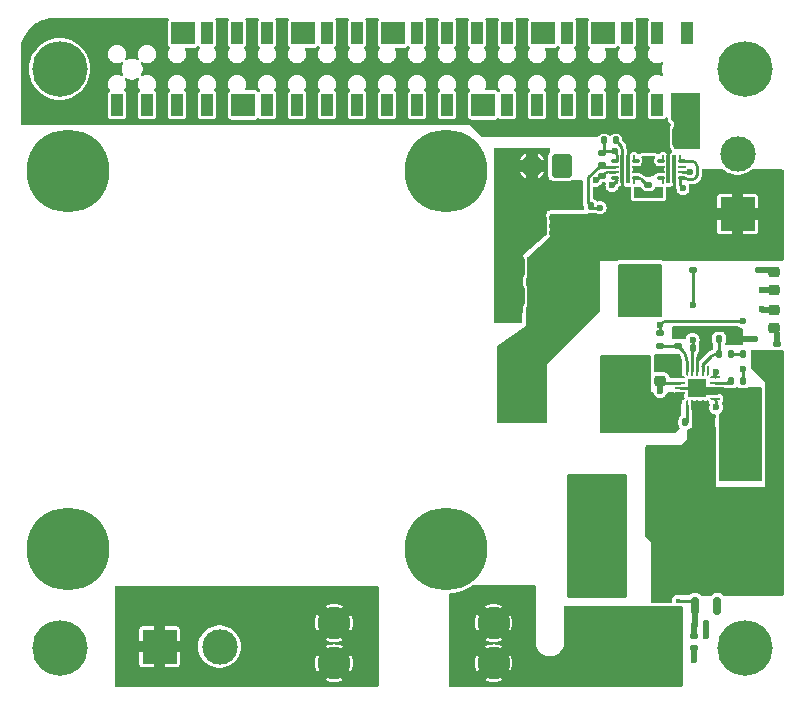
<source format=gbr>
%TF.GenerationSoftware,KiCad,Pcbnew,8.0.6*%
%TF.CreationDate,2024-12-15T12:06:58-06:00*%
%TF.ProjectId,ElectriPi,456c6563-7472-4695-9069-2e6b69636164,rev?*%
%TF.SameCoordinates,PX514cfd0PY31d4590*%
%TF.FileFunction,Copper,L1,Top*%
%TF.FilePolarity,Positive*%
%FSLAX46Y46*%
G04 Gerber Fmt 4.6, Leading zero omitted, Abs format (unit mm)*
G04 Created by KiCad (PCBNEW 8.0.6) date 2024-12-15 12:06:58*
%MOMM*%
%LPD*%
G01*
G04 APERTURE LIST*
G04 Aperture macros list*
%AMRoundRect*
0 Rectangle with rounded corners*
0 $1 Rounding radius*
0 $2 $3 $4 $5 $6 $7 $8 $9 X,Y pos of 4 corners*
0 Add a 4 corners polygon primitive as box body*
4,1,4,$2,$3,$4,$5,$6,$7,$8,$9,$2,$3,0*
0 Add four circle primitives for the rounded corners*
1,1,$1+$1,$2,$3*
1,1,$1+$1,$4,$5*
1,1,$1+$1,$6,$7*
1,1,$1+$1,$8,$9*
0 Add four rect primitives between the rounded corners*
20,1,$1+$1,$2,$3,$4,$5,0*
20,1,$1+$1,$4,$5,$6,$7,0*
20,1,$1+$1,$6,$7,$8,$9,0*
20,1,$1+$1,$8,$9,$2,$3,0*%
%AMFreePoly0*
4,1,15,1.100000,0.175000,0.750000,0.175000,0.750000,-0.175000,1.100000,-0.175000,1.100000,-0.475000,0.750000,-0.475000,-0.750000,-0.475000,-1.100000,-0.475000,-1.100000,-0.175000,-0.750000,-0.175000,-0.750000,0.175000,-1.100000,0.175000,-1.100000,0.475000,1.100000,0.475000,1.100000,0.175000,1.100000,0.175000,$1*%
%AMFreePoly1*
4,1,14,0.289644,0.110355,0.410355,-0.010356,0.425000,-0.045711,0.425000,-0.075000,0.410355,-0.110355,0.375000,-0.125000,-0.375000,-0.125000,-0.410355,-0.110355,-0.425000,-0.075000,-0.425000,0.075000,-0.410355,0.110355,-0.375000,0.125000,0.254289,0.125000,0.289644,0.110355,0.289644,0.110355,$1*%
%AMFreePoly2*
4,1,14,0.410355,0.110355,0.425000,0.075000,0.425000,0.045711,0.410355,0.010356,0.289644,-0.110355,0.254289,-0.125000,-0.375000,-0.125000,-0.410355,-0.110355,-0.425000,-0.075000,-0.425000,0.075000,-0.410355,0.110355,-0.375000,0.125000,0.375000,0.125000,0.410355,0.110355,0.410355,0.110355,$1*%
%AMFreePoly3*
4,1,14,0.110355,0.410355,0.125000,0.375000,0.125000,-0.375000,0.110355,-0.410355,0.075000,-0.425000,-0.075000,-0.425000,-0.110355,-0.410355,-0.125000,-0.375000,-0.125000,0.254289,-0.110355,0.289644,0.010356,0.410355,0.045711,0.425000,0.075000,0.425000,0.110355,0.410355,0.110355,0.410355,$1*%
%AMFreePoly4*
4,1,14,-0.010356,0.410355,0.110355,0.289644,0.125000,0.254289,0.125000,-0.375000,0.110355,-0.410355,0.075000,-0.425000,-0.075000,-0.425000,-0.110355,-0.410355,-0.125000,-0.375000,-0.125000,0.375000,-0.110355,0.410355,-0.075000,0.425000,-0.045711,0.425000,-0.010356,0.410355,-0.010356,0.410355,$1*%
%AMFreePoly5*
4,1,14,0.410355,0.110355,0.425000,0.075000,0.425000,-0.075000,0.410355,-0.110355,0.375000,-0.125000,-0.254289,-0.125000,-0.289644,-0.110355,-0.410355,0.010356,-0.425000,0.045711,-0.425000,0.075000,-0.410355,0.110355,-0.375000,0.125000,0.375000,0.125000,0.410355,0.110355,0.410355,0.110355,$1*%
%AMFreePoly6*
4,1,14,0.410355,0.110355,0.425000,0.075000,0.425000,-0.075000,0.410355,-0.110355,0.375000,-0.125000,-0.375000,-0.125000,-0.410355,-0.110355,-0.425000,-0.075000,-0.425000,-0.045711,-0.410355,-0.010356,-0.289644,0.110355,-0.254289,0.125000,0.375000,0.125000,0.410355,0.110355,0.410355,0.110355,$1*%
%AMFreePoly7*
4,1,14,0.110355,0.410355,0.125000,0.375000,0.125000,-0.254289,0.110355,-0.289644,-0.010356,-0.410355,-0.045711,-0.425000,-0.075000,-0.425000,-0.110355,-0.410355,-0.125000,-0.375000,-0.125000,0.375000,-0.110355,0.410355,-0.075000,0.425000,0.075000,0.425000,0.110355,0.410355,0.110355,0.410355,$1*%
%AMFreePoly8*
4,1,14,0.110355,0.410355,0.125000,0.375000,0.125000,-0.375000,0.110355,-0.410355,0.075000,-0.425000,0.045711,-0.425000,0.010356,-0.410355,-0.110355,-0.289644,-0.125000,-0.254289,-0.125000,0.375000,-0.110355,0.410355,-0.075000,0.425000,0.075000,0.425000,0.110355,0.410355,0.110355,0.410355,$1*%
G04 Aperture macros list end*
%TA.AperFunction,SMDPad,CuDef*%
%ADD10RoundRect,0.135000X-0.135000X-0.185000X0.135000X-0.185000X0.135000X0.185000X-0.135000X0.185000X0*%
%TD*%
%TA.AperFunction,SMDPad,CuDef*%
%ADD11RoundRect,0.150000X0.150000X-0.587500X0.150000X0.587500X-0.150000X0.587500X-0.150000X-0.587500X0*%
%TD*%
%TA.AperFunction,SMDPad,CuDef*%
%ADD12RoundRect,0.140000X0.170000X-0.140000X0.170000X0.140000X-0.170000X0.140000X-0.170000X-0.140000X0*%
%TD*%
%TA.AperFunction,SMDPad,CuDef*%
%ADD13RoundRect,0.140000X0.140000X0.170000X-0.140000X0.170000X-0.140000X-0.170000X0.140000X-0.170000X0*%
%TD*%
%TA.AperFunction,SMDPad,CuDef*%
%ADD14RoundRect,0.050000X0.250000X-0.100000X0.250000X0.100000X-0.250000X0.100000X-0.250000X-0.100000X0*%
%TD*%
%TA.AperFunction,SMDPad,CuDef*%
%ADD15RoundRect,0.050000X0.075000X0.275000X-0.075000X0.275000X-0.075000X-0.275000X0.075000X-0.275000X0*%
%TD*%
%TA.AperFunction,SMDPad,CuDef*%
%ADD16RoundRect,0.050000X0.250000X-0.075000X0.250000X0.075000X-0.250000X0.075000X-0.250000X-0.075000X0*%
%TD*%
%TA.AperFunction,SMDPad,CuDef*%
%ADD17RoundRect,0.050000X0.100000X-1.150000X0.100000X1.150000X-0.100000X1.150000X-0.100000X-1.150000X0*%
%TD*%
%TA.AperFunction,SMDPad,CuDef*%
%ADD18RoundRect,0.135000X-0.185000X0.135000X-0.185000X-0.135000X0.185000X-0.135000X0.185000X0.135000X0*%
%TD*%
%TA.AperFunction,ComponentPad*%
%ADD19C,4.700000*%
%TD*%
%TA.AperFunction,SMDPad,CuDef*%
%ADD20RoundRect,0.093750X-0.093750X-0.106250X0.093750X-0.106250X0.093750X0.106250X-0.093750X0.106250X0*%
%TD*%
%TA.AperFunction,SMDPad,CuDef*%
%ADD21R,1.000000X1.600000*%
%TD*%
%TA.AperFunction,SMDPad,CuDef*%
%ADD22RoundRect,0.135000X0.135000X0.185000X-0.135000X0.185000X-0.135000X-0.185000X0.135000X-0.185000X0*%
%TD*%
%TA.AperFunction,ComponentPad*%
%ADD23R,3.000000X3.000000*%
%TD*%
%TA.AperFunction,ComponentPad*%
%ADD24C,3.000000*%
%TD*%
%TA.AperFunction,SMDPad,CuDef*%
%ADD25RoundRect,0.050000X-0.250000X0.100000X-0.250000X-0.100000X0.250000X-0.100000X0.250000X0.100000X0*%
%TD*%
%TA.AperFunction,SMDPad,CuDef*%
%ADD26RoundRect,0.050000X-0.075000X-0.275000X0.075000X-0.275000X0.075000X0.275000X-0.075000X0.275000X0*%
%TD*%
%TA.AperFunction,SMDPad,CuDef*%
%ADD27RoundRect,0.050000X-0.250000X0.075000X-0.250000X-0.075000X0.250000X-0.075000X0.250000X0.075000X0*%
%TD*%
%TA.AperFunction,SMDPad,CuDef*%
%ADD28RoundRect,0.050000X-0.100000X1.150000X-0.100000X-1.150000X0.100000X-1.150000X0.100000X1.150000X0*%
%TD*%
%TA.AperFunction,SMDPad,CuDef*%
%ADD29RoundRect,0.225000X0.250000X-0.225000X0.250000X0.225000X-0.250000X0.225000X-0.250000X-0.225000X0*%
%TD*%
%TA.AperFunction,SMDPad,CuDef*%
%ADD30RoundRect,0.250000X0.325000X0.650000X-0.325000X0.650000X-0.325000X-0.650000X0.325000X-0.650000X0*%
%TD*%
%TA.AperFunction,SMDPad,CuDef*%
%ADD31FreePoly0,180.000000*%
%TD*%
%TA.AperFunction,SMDPad,CuDef*%
%ADD32R,0.350000X0.300000*%
%TD*%
%TA.AperFunction,SMDPad,CuDef*%
%ADD33R,0.870000X0.235000*%
%TD*%
%TA.AperFunction,SMDPad,CuDef*%
%ADD34RoundRect,0.135000X0.185000X-0.135000X0.185000X0.135000X-0.185000X0.135000X-0.185000X-0.135000X0*%
%TD*%
%TA.AperFunction,SMDPad,CuDef*%
%ADD35RoundRect,0.250000X-1.400000X-1.000000X1.400000X-1.000000X1.400000X1.000000X-1.400000X1.000000X0*%
%TD*%
%TA.AperFunction,SMDPad,CuDef*%
%ADD36RoundRect,0.140000X-0.140000X-0.170000X0.140000X-0.170000X0.140000X0.170000X-0.140000X0.170000X0*%
%TD*%
%TA.AperFunction,SMDPad,CuDef*%
%ADD37RoundRect,0.250000X-0.325000X-0.650000X0.325000X-0.650000X0.325000X0.650000X-0.325000X0.650000X0*%
%TD*%
%TA.AperFunction,SMDPad,CuDef*%
%ADD38FreePoly1,90.000000*%
%TD*%
%TA.AperFunction,SMDPad,CuDef*%
%ADD39RoundRect,0.062500X0.062500X-0.362500X0.062500X0.362500X-0.062500X0.362500X-0.062500X-0.362500X0*%
%TD*%
%TA.AperFunction,SMDPad,CuDef*%
%ADD40FreePoly2,90.000000*%
%TD*%
%TA.AperFunction,SMDPad,CuDef*%
%ADD41FreePoly3,90.000000*%
%TD*%
%TA.AperFunction,SMDPad,CuDef*%
%ADD42RoundRect,0.062500X0.362500X-0.062500X0.362500X0.062500X-0.362500X0.062500X-0.362500X-0.062500X0*%
%TD*%
%TA.AperFunction,SMDPad,CuDef*%
%ADD43FreePoly4,90.000000*%
%TD*%
%TA.AperFunction,SMDPad,CuDef*%
%ADD44FreePoly5,90.000000*%
%TD*%
%TA.AperFunction,SMDPad,CuDef*%
%ADD45FreePoly6,90.000000*%
%TD*%
%TA.AperFunction,SMDPad,CuDef*%
%ADD46FreePoly7,90.000000*%
%TD*%
%TA.AperFunction,SMDPad,CuDef*%
%ADD47FreePoly8,90.000000*%
%TD*%
%TA.AperFunction,ComponentPad*%
%ADD48C,0.600000*%
%TD*%
%TA.AperFunction,SMDPad,CuDef*%
%ADD49R,1.600000X1.600000*%
%TD*%
%TA.AperFunction,SMDPad,CuDef*%
%ADD50R,1.020000X1.905000*%
%TD*%
%TA.AperFunction,ComponentPad*%
%ADD51C,2.780000*%
%TD*%
%TA.AperFunction,SMDPad,CuDef*%
%ADD52RoundRect,0.250000X1.500000X1.000000X-1.500000X1.000000X-1.500000X-1.000000X1.500000X-1.000000X0*%
%TD*%
%TA.AperFunction,ComponentPad*%
%ADD53RoundRect,0.250000X0.600000X0.750000X-0.600000X0.750000X-0.600000X-0.750000X0.600000X-0.750000X0*%
%TD*%
%TA.AperFunction,ComponentPad*%
%ADD54O,1.700000X2.000000*%
%TD*%
%TA.AperFunction,SMDPad,CuDef*%
%ADD55RoundRect,0.250000X-0.250000X-0.475000X0.250000X-0.475000X0.250000X0.475000X-0.250000X0.475000X0*%
%TD*%
%TA.AperFunction,SMDPad,CuDef*%
%ADD56RoundRect,0.218750X-0.256250X0.218750X-0.256250X-0.218750X0.256250X-0.218750X0.256250X0.218750X0*%
%TD*%
%TA.AperFunction,ComponentPad*%
%ADD57C,7.000000*%
%TD*%
%TA.AperFunction,SMDPad,CuDef*%
%ADD58RoundRect,0.218750X0.256250X-0.218750X0.256250X0.218750X-0.256250X0.218750X-0.256250X-0.218750X0*%
%TD*%
%TA.AperFunction,SMDPad,CuDef*%
%ADD59R,3.175000X4.950000*%
%TD*%
%TA.AperFunction,SMDPad,CuDef*%
%ADD60RoundRect,0.250000X1.000000X0.900000X-1.000000X0.900000X-1.000000X-0.900000X1.000000X-0.900000X0*%
%TD*%
%TA.AperFunction,ViaPad*%
%ADD61C,0.600000*%
%TD*%
%TA.AperFunction,Conductor*%
%ADD62C,0.250000*%
%TD*%
%TA.AperFunction,Conductor*%
%ADD63C,0.500000*%
%TD*%
G04 APERTURE END LIST*
D10*
%TO.P,R11,1*%
%TO.N,Net-(IC2-EN)*%
X59340000Y-27350000D03*
%TO.P,R11,2*%
%TO.N,GND*%
X60360000Y-27350000D03*
%TD*%
D11*
%TO.P,D4,1,A*%
%TO.N,Net-(D4-A)*%
X57300000Y-49937500D03*
%TO.P,D4,2,NC*%
%TO.N,unconnected-(D4-NC-Pad2)*%
X59200000Y-49937500D03*
%TO.P,D4,3,K*%
%TO.N,Vin*%
X58250000Y-48062500D03*
%TD*%
D12*
%TO.P,C9,1*%
%TO.N,Net-(U1-dVdt)*%
X53350000Y-14310000D03*
%TO.P,C9,2*%
%TO.N,GND*%
X53350000Y-13350000D03*
%TD*%
D13*
%TO.P,C8,1*%
%TO.N,BST*%
X56480000Y-34400000D03*
%TO.P,C8,2*%
%TO.N,SW*%
X55520000Y-34400000D03*
%TD*%
D14*
%TO.P,U4,1,EN/UVLO*%
%TO.N,Net-(U1-PG)*%
X56200000Y-13700000D03*
D15*
X56025000Y-13875000D03*
D16*
%TO.P,U4,2,OVLO*%
%TO.N,OVLO*%
X56200000Y-13225000D03*
%TO.P,U4,3,PG*%
%TO.N,unconnected-(U4-PG-Pad3)*%
X56200000Y-12775000D03*
D14*
%TO.P,U4,4,PGTH*%
%TO.N,Net-(U1-PG)*%
X56200000Y-12300000D03*
D15*
X56025000Y-12125000D03*
D17*
%TO.P,U4,5,IN*%
%TO.N,+5V*%
X55550000Y-13000000D03*
%TO.P,U4,6,OUT*%
%TO.N,5V_PI*%
X55050000Y-13000000D03*
D15*
%TO.P,U4,7,dVdt*%
%TO.N,unconnected-(U4-dVdt-Pad7)*%
X54575000Y-12125000D03*
D14*
%TO.N,unconnected-(U4-dVdt-Pad7)_1*%
X54400000Y-12300000D03*
D16*
%TO.P,U4,8,GND*%
%TO.N,GND*%
X54400000Y-12775000D03*
%TO.P,U4,9,IMON*%
X54400000Y-13225000D03*
D15*
%TO.P,U4,10,DNC*%
%TO.N,unconnected-(U4-DNC-Pad10)*%
X54575000Y-13875000D03*
D14*
%TO.N,unconnected-(U4-DNC-Pad10)_1*%
X54400000Y-13700000D03*
%TD*%
D18*
%TO.P,R13,1*%
%TO.N,+5V*%
X57100000Y-20490000D03*
%TO.P,R13,2*%
%TO.N,FB*%
X57100000Y-21510000D03*
%TD*%
D19*
%TO.P,H2,1*%
%TO.N,N/C*%
X3500000Y-4500000D03*
%TD*%
D20*
%TO.P,U3,1,GND*%
%TO.N,GND*%
X43362500Y-17100000D03*
%TO.P,U3,2,GND*%
X43362500Y-17750000D03*
%TO.P,U3,3,GND*%
X43362500Y-18400000D03*
%TO.P,U3,4,IN*%
%TO.N,+5V*%
X45137500Y-18400000D03*
%TO.P,U3,5,IN*%
X45137500Y-17750000D03*
%TO.P,U3,6,IN*%
X45137500Y-17100000D03*
D21*
%TO.P,U3,7,GND*%
%TO.N,GND*%
X44250000Y-17750000D03*
%TD*%
D22*
%TO.P,R10,1*%
%TO.N,OVLO*%
X48510000Y-16100000D03*
%TO.P,R10,2*%
%TO.N,GND*%
X47490000Y-16100000D03*
%TD*%
D23*
%TO.P,J1,1,Pin_1*%
%TO.N,Net-(J1-Pin_1)*%
X11960000Y-53400000D03*
D24*
%TO.P,J1,2,Pin_2*%
%TO.N,GND*%
X17040000Y-53400000D03*
%TD*%
D25*
%TO.P,U1,1,EN/UVLO*%
%TO.N,UVLO*%
X50500000Y-12300000D03*
D26*
X50675000Y-12125000D03*
D27*
%TO.P,U1,2,OVLO*%
%TO.N,OVLO*%
X50500000Y-12775000D03*
%TO.P,U1,3,PG*%
%TO.N,Net-(U1-PG)*%
X50500000Y-13225000D03*
D25*
%TO.P,U1,4,PGTH*%
%TO.N,UVLO*%
X50500000Y-13700000D03*
D26*
X50675000Y-13875000D03*
D28*
%TO.P,U1,5,IN*%
%TO.N,+5V*%
X51150000Y-13000000D03*
%TO.P,U1,6,OUT*%
%TO.N,5V_PI*%
X51650000Y-13000000D03*
D26*
%TO.P,U1,7,dVdt*%
%TO.N,Net-(U1-dVdt)*%
X52125000Y-13875000D03*
D25*
X52300000Y-13700000D03*
D27*
%TO.P,U1,8,GND*%
%TO.N,GND*%
X52300000Y-13225000D03*
%TO.P,U1,9,IMON*%
X52300000Y-12775000D03*
D26*
%TO.P,U1,10,DNC*%
%TO.N,unconnected-(U1-DNC-Pad10)*%
X52125000Y-12125000D03*
D25*
%TO.N,unconnected-(U1-DNC-Pad10)_1*%
X52300000Y-12300000D03*
%TD*%
D29*
%TO.P,C3,1*%
%TO.N,VCC*%
X54350000Y-30925000D03*
%TO.P,C3,2*%
%TO.N,GND*%
X54350000Y-29375000D03*
%TD*%
D10*
%TO.P,R14,1*%
%TO.N,FB*%
X57090000Y-28100000D03*
%TO.P,R14,2*%
%TO.N,GND*%
X58110000Y-28100000D03*
%TD*%
D30*
%TO.P,C5,1*%
%TO.N,+5V*%
X45225000Y-21250000D03*
%TO.P,C5,2*%
%TO.N,GND*%
X42275000Y-21250000D03*
%TD*%
D31*
%TO.P,Q1,1,D*%
%TO.N,Net-(D1-A2)*%
X54925000Y-50475000D03*
D32*
%TO.P,Q1,3,G*%
%TO.N,Net-(D4-A)*%
X55850000Y-49500000D03*
D33*
%TO.P,Q1,4,S*%
%TO.N,Vin*%
X54885000Y-49500000D03*
D32*
X54000000Y-49500000D03*
%TD*%
D34*
%TO.P,R3,1*%
%TO.N,GND*%
X57250000Y-53510000D03*
%TO.P,R3,2*%
%TO.N,Net-(D4-A)*%
X57250000Y-52490000D03*
%TD*%
D35*
%TO.P,D1,1,A1*%
%TO.N,GND*%
X49750000Y-47850000D03*
%TO.P,D1,2,A2*%
%TO.N,Net-(D1-A2)*%
X49750000Y-54650000D03*
%TD*%
D10*
%TO.P,R1,1*%
%TO.N,Net-(R1-Pad1)*%
X61390000Y-28650000D03*
%TO.P,R1,2*%
%TO.N,Vin*%
X62410000Y-28650000D03*
%TD*%
D36*
%TO.P,C6,1*%
%TO.N,Vin*%
X58600000Y-34400000D03*
%TO.P,C6,2*%
%TO.N,GND*%
X59560000Y-34400000D03*
%TD*%
D37*
%TO.P,C12,1*%
%TO.N,5V_PI*%
X53025000Y-10250000D03*
%TO.P,C12,2*%
%TO.N,GND*%
X55975000Y-10250000D03*
%TD*%
D34*
%TO.P,R5,1*%
%TO.N,Net-(IC2-MODE)*%
X55850000Y-27910000D03*
%TO.P,R5,2*%
%TO.N,GND*%
X55850000Y-26890000D03*
%TD*%
D38*
%TO.P,IC2,1,BST*%
%TO.N,BST*%
X56600000Y-32950000D03*
D39*
%TO.P,IC2,2,VIN_1*%
%TO.N,Vin*%
X57050000Y-32950000D03*
%TO.P,IC2,3,VIN_2*%
X57500000Y-32950000D03*
%TO.P,IC2,4,VIN_3*%
X57950000Y-32950000D03*
D40*
%TO.P,IC2,5,VIN_4*%
X58400000Y-32950000D03*
D41*
%TO.P,IC2,6,SW_1*%
%TO.N,SW*%
X58950000Y-32400000D03*
D42*
%TO.P,IC2,7,PGND_1*%
%TO.N,GND*%
X58950000Y-31950000D03*
%TO.P,IC2,8,PGND_2*%
X58950000Y-31500000D03*
%TO.P,IC2,9,PGOOD*%
%TO.N,Net-(IC2-PGOOD)*%
X58950000Y-31050000D03*
D43*
%TO.P,IC2,10,NC_1*%
%TO.N,GND*%
X58950000Y-30600000D03*
D44*
%TO.P,IC2,11,SS*%
%TO.N,unconnected-(IC2-SS-Pad11)*%
X58400000Y-30050000D03*
D39*
%TO.P,IC2,12,EN*%
%TO.N,Net-(IC2-EN)*%
X57950000Y-30050000D03*
%TO.P,IC2,13,AGND*%
%TO.N,GND*%
X57500000Y-30050000D03*
%TO.P,IC2,14,FB*%
%TO.N,FB*%
X57050000Y-30050000D03*
D45*
%TO.P,IC2,15,MODE*%
%TO.N,Net-(IC2-MODE)*%
X56600000Y-30050000D03*
D46*
%TO.P,IC2,16,NC_2*%
%TO.N,GND*%
X56050000Y-30600000D03*
D42*
%TO.P,IC2,17,VCC*%
%TO.N,VCC*%
X56050000Y-31050000D03*
%TO.P,IC2,18,PGND_3*%
%TO.N,GND*%
X56050000Y-31500000D03*
%TO.P,IC2,19,SW_2*%
%TO.N,SW*%
X56050000Y-31950000D03*
D47*
%TO.P,IC2,20,SW_3*%
X56050000Y-32400000D03*
D48*
%TO.P,IC2,21,PGND_4*%
%TO.N,GND*%
X57000000Y-32000000D03*
X58000000Y-32000000D03*
D49*
X57500000Y-31500000D03*
D48*
X57000000Y-31000000D03*
X58000000Y-31000000D03*
%TD*%
D22*
%TO.P,R12,1*%
%TO.N,VCC*%
X61360000Y-30900000D03*
%TO.P,R12,2*%
%TO.N,Net-(IC2-PGOOD)*%
X60340000Y-30900000D03*
%TD*%
D50*
%TO.P,J6,1,3V3*%
%TO.N,unconnected-(J6-3V3-Pad1)*%
X8370000Y-7548000D03*
%TO.P,J6,2,5V*%
%TO.N,5V_PI*%
X8370000Y-1452000D03*
%TO.P,J6,3,SDA/GPIO2*%
%TO.N,unconnected-(J6-SDA{slash}GPIO2-Pad3)*%
X10910000Y-7548000D03*
%TO.P,J6,4,5V*%
%TO.N,5V_PI*%
X10910000Y-1452000D03*
%TO.P,J6,5,SCL/GPIO3*%
%TO.N,unconnected-(J6-SCL{slash}GPIO3-Pad5)*%
X13450000Y-7548000D03*
%TO.P,J6,6,GND*%
%TO.N,GND*%
X13450000Y-1452000D03*
%TO.P,J6,7,GCLK0/GPIO4*%
%TO.N,unconnected-(J6-GCLK0{slash}GPIO4-Pad7)*%
X15990000Y-7548000D03*
%TO.P,J6,8,GPIO14/TXD*%
%TO.N,unconnected-(J6-GPIO14{slash}TXD-Pad8)*%
X15990000Y-1452000D03*
%TO.P,J6,9,GND*%
%TO.N,GND*%
X18530000Y-7548000D03*
%TO.P,J6,10,GPIO15/RXD*%
%TO.N,unconnected-(J6-GPIO15{slash}RXD-Pad10)*%
X18530000Y-1452000D03*
%TO.P,J6,11,GPIO17*%
%TO.N,unconnected-(J6-GPIO17-Pad11)*%
X21070000Y-7548000D03*
%TO.P,J6,12,GPIO18/PWM0*%
%TO.N,unconnected-(J6-GPIO18{slash}PWM0-Pad12)*%
X21070000Y-1452000D03*
%TO.P,J6,13,GPIO27*%
%TO.N,unconnected-(J6-GPIO27-Pad13)*%
X23610000Y-7548000D03*
%TO.P,J6,14,GND*%
%TO.N,GND*%
X23610000Y-1452000D03*
%TO.P,J6,15,GPIO22*%
%TO.N,unconnected-(J6-GPIO22-Pad15)*%
X26150000Y-7548000D03*
%TO.P,J6,16,GPIO23*%
%TO.N,unconnected-(J6-GPIO23-Pad16)*%
X26150000Y-1452000D03*
%TO.P,J6,17,3V3*%
%TO.N,unconnected-(J6-3V3-Pad17)*%
X28690000Y-7548000D03*
%TO.P,J6,18,GPIO24*%
%TO.N,unconnected-(J6-GPIO24-Pad18)*%
X28690000Y-1452000D03*
%TO.P,J6,19,MOSI0/GPIO10*%
%TO.N,unconnected-(J6-MOSI0{slash}GPIO10-Pad19)*%
X31230000Y-7548000D03*
%TO.P,J6,20,GND*%
%TO.N,GND*%
X31230000Y-1452000D03*
%TO.P,J6,21,MISO0/GPIO9*%
%TO.N,unconnected-(J6-MISO0{slash}GPIO9-Pad21)*%
X33770000Y-7548000D03*
%TO.P,J6,22,GPIO25*%
%TO.N,unconnected-(J6-GPIO25-Pad22)*%
X33770000Y-1452000D03*
%TO.P,J6,23,SCLK0/GPIO11*%
%TO.N,unconnected-(J6-SCLK0{slash}GPIO11-Pad23)*%
X36310000Y-7548000D03*
%TO.P,J6,24,~{CE0}/GPIO8*%
%TO.N,unconnected-(J6-~{CE0}{slash}GPIO8-Pad24)*%
X36310000Y-1452000D03*
%TO.P,J6,25,GND*%
%TO.N,GND*%
X38850000Y-7548000D03*
%TO.P,J6,26,~{CE1}/GPIO7*%
%TO.N,unconnected-(J6-~{CE1}{slash}GPIO7-Pad26)*%
X38850000Y-1452000D03*
%TO.P,J6,27,ID_SD/GPIO0*%
%TO.N,unconnected-(J6-ID_SD{slash}GPIO0-Pad27)*%
X41390000Y-7548000D03*
%TO.P,J6,28,ID_SC/GPIO1*%
%TO.N,unconnected-(J6-ID_SC{slash}GPIO1-Pad28)*%
X41390000Y-1452000D03*
%TO.P,J6,29,GCLK1/GPIO5*%
%TO.N,unconnected-(J6-GCLK1{slash}GPIO5-Pad29)*%
X43930000Y-7548000D03*
%TO.P,J6,30,GND*%
%TO.N,GND*%
X43930000Y-1452000D03*
%TO.P,J6,31,GCLK2/GPIO6*%
%TO.N,unconnected-(J6-GCLK2{slash}GPIO6-Pad31)*%
X46470000Y-7548000D03*
%TO.P,J6,32,PWM0/GPIO12*%
%TO.N,unconnected-(J6-PWM0{slash}GPIO12-Pad32)*%
X46470000Y-1452000D03*
%TO.P,J6,33,PWM1/GPIO13*%
%TO.N,unconnected-(J6-PWM1{slash}GPIO13-Pad33)*%
X49010000Y-7548000D03*
%TO.P,J6,34,GND*%
%TO.N,GND*%
X49010000Y-1452000D03*
%TO.P,J6,35,GPIO19/MISO1*%
%TO.N,unconnected-(J6-GPIO19{slash}MISO1-Pad35)*%
X51550000Y-7548000D03*
%TO.P,J6,36,GPIO16*%
%TO.N,unconnected-(J6-GPIO16-Pad36)*%
X51550000Y-1452000D03*
%TO.P,J6,37,GPIO26*%
%TO.N,unconnected-(J6-GPIO26-Pad37)*%
X54090000Y-7548000D03*
%TO.P,J6,38,GPIO20/MOSI1*%
%TO.N,unconnected-(J6-GPIO20{slash}MOSI1-Pad38)*%
X54090000Y-1452000D03*
%TO.P,J6,39,GND*%
%TO.N,GND*%
X56630000Y-7548000D03*
%TO.P,J6,40,GPIO21/SCLK1*%
%TO.N,unconnected-(J6-GPIO21{slash}SCLK1-Pad40)*%
X56630000Y-1452000D03*
%TD*%
D30*
%TO.P,C4,1*%
%TO.N,+5V*%
X45225000Y-23750000D03*
%TO.P,C4,2*%
%TO.N,GND*%
X42275000Y-23750000D03*
%TD*%
D13*
%TO.P,C11,1*%
%TO.N,+5V*%
X55280000Y-14950000D03*
%TO.P,C11,2*%
%TO.N,GND*%
X54320000Y-14950000D03*
%TD*%
D34*
%TO.P,R6,1*%
%TO.N,Net-(D3-A)*%
X62700000Y-21510000D03*
%TO.P,R6,2*%
%TO.N,+5V*%
X62700000Y-20490000D03*
%TD*%
D51*
%TO.P,F1,1*%
%TO.N,Net-(J1-Pin_1)*%
X26740000Y-51400000D03*
X26740000Y-54800000D03*
%TO.P,F1,2*%
%TO.N,Net-(D1-A2)*%
X40240000Y-51400000D03*
X40240000Y-54800000D03*
%TD*%
D52*
%TO.P,C18,1*%
%TO.N,Vin*%
X54950000Y-41500000D03*
%TO.P,C18,2*%
%TO.N,GND*%
X48450000Y-41500000D03*
%TD*%
D53*
%TO.P,J3,1,Pin_1*%
%TO.N,Net-(J3-Pin_1)*%
X46000000Y-12700000D03*
D54*
%TO.P,J3,2,Pin_2*%
%TO.N,GND*%
X43500000Y-12700000D03*
%TD*%
D18*
%TO.P,R9,1*%
%TO.N,Net-(U1-PG)*%
X49450000Y-13540000D03*
%TO.P,R9,2*%
%TO.N,+5V*%
X49450000Y-14560000D03*
%TD*%
D55*
%TO.P,C1,1*%
%TO.N,Vin*%
X58350000Y-36100000D03*
%TO.P,C1,2*%
%TO.N,GND*%
X60250000Y-36100000D03*
%TD*%
D18*
%TO.P,R2,1*%
%TO.N,UVLO*%
X49450000Y-11590000D03*
%TO.P,R2,2*%
%TO.N,OVLO*%
X49450000Y-12610000D03*
%TD*%
D19*
%TO.P,H3,1*%
%TO.N,N/C*%
X61500000Y-4500000D03*
%TD*%
D13*
%TO.P,C7,1*%
%TO.N,+5V*%
X43230000Y-25500000D03*
%TO.P,C7,2*%
%TO.N,GND*%
X42270000Y-25500000D03*
%TD*%
D18*
%TO.P,R4,1*%
%TO.N,VCC*%
X54350000Y-26890000D03*
%TO.P,R4,2*%
%TO.N,Net-(IC2-MODE)*%
X54350000Y-27910000D03*
%TD*%
D55*
%TO.P,C2,1*%
%TO.N,Vin*%
X58350000Y-38350000D03*
%TO.P,C2,2*%
%TO.N,GND*%
X60250000Y-38350000D03*
%TD*%
D56*
%TO.P,D5,1,K*%
%TO.N,GND*%
X64000000Y-24872500D03*
%TO.P,D5,2,A*%
%TO.N,Net-(D5-A)*%
X64000000Y-26447500D03*
%TD*%
D57*
%TO.P,U2,1*%
%TO.N,N/C*%
X4250000Y-13100000D03*
%TO.P,U2,2*%
X36250000Y-13100000D03*
%TO.P,U2,3*%
X4250000Y-45100000D03*
%TO.P,U2,4*%
X36250000Y-45100000D03*
%TD*%
D36*
%TO.P,C10,1*%
%TO.N,+5V*%
X51420000Y-14950000D03*
%TO.P,C10,2*%
%TO.N,GND*%
X52380000Y-14950000D03*
%TD*%
D58*
%TO.P,D3,1,K*%
%TO.N,GND*%
X64000000Y-23247500D03*
%TO.P,D3,2,A*%
%TO.N,Net-(D3-A)*%
X64000000Y-21672500D03*
%TD*%
D59*
%TO.P,L1,1,1*%
%TO.N,SW*%
X51507500Y-31500000D03*
%TO.P,L1,2,2*%
%TO.N,+5V*%
X42492500Y-31500000D03*
%TD*%
D18*
%TO.P,R8,1*%
%TO.N,Net-(D5-A)*%
X64250000Y-27750000D03*
%TO.P,R8,2*%
%TO.N,Vin*%
X64250000Y-28770000D03*
%TD*%
D23*
%TO.P,J4,1,Pin_1*%
%TO.N,+5V*%
X60900000Y-16790000D03*
D24*
%TO.P,J4,2,Pin_2*%
%TO.N,GND*%
X60900000Y-11710000D03*
%TD*%
D19*
%TO.P,H1,1*%
%TO.N,N/C*%
X61500000Y-53500000D03*
%TD*%
D60*
%TO.P,D2,1,A1*%
%TO.N,GND*%
X52150000Y-23250000D03*
%TO.P,D2,2,A2*%
%TO.N,+5V*%
X47850000Y-23250000D03*
%TD*%
D19*
%TO.P,H4,1*%
%TO.N,N/C*%
X3500000Y-53500000D03*
%TD*%
D22*
%TO.P,R15,1*%
%TO.N,+5V*%
X50610000Y-10550000D03*
%TO.P,R15,2*%
%TO.N,UVLO*%
X49590000Y-10550000D03*
%TD*%
D36*
%TO.P,C17,1*%
%TO.N,Net-(D4-A)*%
X57270000Y-51500000D03*
%TO.P,C17,2*%
%TO.N,GND*%
X58230000Y-51500000D03*
%TD*%
D22*
%TO.P,R7,1*%
%TO.N,Net-(R1-Pad1)*%
X60360000Y-28650000D03*
%TO.P,R7,2*%
%TO.N,Net-(IC2-EN)*%
X59340000Y-28650000D03*
%TD*%
D61*
%TO.N,VCC*%
X54350000Y-31750000D03*
X61350000Y-25850000D03*
X61350000Y-29900000D03*
X54350000Y-26150000D03*
%TO.N,GND*%
X47250000Y-14250000D03*
X51750000Y-21500000D03*
X62350000Y-33600000D03*
X41000000Y-17750000D03*
X41000000Y-21500000D03*
X61100000Y-32850000D03*
X41000000Y-20750000D03*
X48500000Y-44750000D03*
X62350000Y-36600000D03*
X61350000Y-34100000D03*
X49750000Y-43500000D03*
X60600000Y-32350000D03*
X51000000Y-25000000D03*
X39878000Y-7985000D03*
X42500000Y-19250000D03*
X59100000Y-30150000D03*
X44750000Y-15500000D03*
X61350000Y-38600000D03*
X53250000Y-25000000D03*
X19558000Y-7985000D03*
X41000000Y-14750000D03*
X51000000Y-43500000D03*
X51000000Y-21500000D03*
X54000000Y-22500000D03*
X57250000Y-10000000D03*
X41000000Y-19250000D03*
X63000000Y-24850000D03*
X47000000Y-47250000D03*
X60600000Y-33350000D03*
X24638000Y-1000000D03*
X44958000Y-1889000D03*
X44750000Y-14250000D03*
X48500000Y-45750000D03*
X49750000Y-44750000D03*
X42500000Y-14750000D03*
X55600000Y-29100000D03*
X60600000Y-34100000D03*
X41000000Y-20000000D03*
X44958000Y-1000000D03*
X39878000Y-7096000D03*
X60100000Y-32850000D03*
X47000000Y-45750000D03*
X47000000Y-44750000D03*
X63000000Y-23250000D03*
X54000000Y-21500000D03*
X57250000Y-10750000D03*
X61600000Y-32350000D03*
X51000000Y-39250000D03*
X41000000Y-16600000D03*
X53700000Y-12750000D03*
X19558000Y-7096000D03*
X47250000Y-15000000D03*
X52500000Y-25000000D03*
X53250000Y-21500000D03*
X62350000Y-37600000D03*
X61350000Y-34850000D03*
X41000000Y-24500000D03*
X52500000Y-21500000D03*
X42500000Y-17750000D03*
X14478000Y-1000000D03*
X42500000Y-16600000D03*
X49750000Y-39250000D03*
X61600000Y-33350000D03*
X51000000Y-42000000D03*
X60100000Y-31850000D03*
X50038000Y-1000000D03*
X14478000Y-1889000D03*
X32258000Y-1889000D03*
X51750000Y-25000000D03*
X60600000Y-34850000D03*
X24638000Y-1889000D03*
X41000000Y-25250000D03*
X61100000Y-31850000D03*
X41000000Y-13000000D03*
X48500000Y-39250000D03*
X47000000Y-39250000D03*
X51000000Y-45750000D03*
X62350000Y-27350000D03*
X62350000Y-38600000D03*
X55600000Y-29850000D03*
X61350000Y-37600000D03*
X48500000Y-43500000D03*
X50038000Y-1889000D03*
X54000000Y-25000000D03*
X41000000Y-23750000D03*
X51000000Y-40500000D03*
X53700000Y-15100000D03*
X51000000Y-44750000D03*
X49750000Y-45750000D03*
X62350000Y-32600000D03*
X47000000Y-43500000D03*
X57250000Y-54500000D03*
X41000000Y-23000000D03*
X47000000Y-48750000D03*
X62350000Y-34600000D03*
X58250000Y-52500000D03*
X61350000Y-35600000D03*
X53350000Y-12150000D03*
X53000000Y-12750000D03*
X53000000Y-15100000D03*
X57250000Y-9250000D03*
X54000000Y-23250000D03*
X62350000Y-35600000D03*
X54000000Y-24000000D03*
X41000000Y-22250000D03*
X61350000Y-36600000D03*
X32258000Y-1000000D03*
%TO.N,+5V*%
X58000000Y-18000000D03*
X44500000Y-19750000D03*
X56000000Y-18000000D03*
%TO.N,Vin*%
X64250000Y-29750000D03*
X64250000Y-32000000D03*
X64250000Y-31250000D03*
X55500000Y-44500000D03*
X64250000Y-32750000D03*
X64250000Y-30500000D03*
X55500000Y-47000000D03*
%TO.N,5V_PI*%
X43250000Y-9250000D03*
X46250000Y-9250000D03*
%TO.N,Net-(J1-Pin_1)*%
X17500000Y-50250000D03*
X20000000Y-50250000D03*
%TO.N,SW*%
X59100000Y-33150000D03*
X55850000Y-33150000D03*
%TO.N,Net-(D1-A2)*%
X48250000Y-51750000D03*
X51250000Y-51750000D03*
%TO.N,FB*%
X57090000Y-27450000D03*
X57100000Y-24500000D03*
%TO.N,UVLO*%
X50269999Y-14351951D03*
X50500000Y-11450000D03*
%TO.N,OVLO*%
X56853735Y-13223616D03*
X49250000Y-16250000D03*
%TO.N,Net-(U1-PG)*%
X48874410Y-13922701D03*
X56273713Y-14592403D03*
%TD*%
D62*
%TO.N,VCC*%
X54862132Y-25850000D02*
X61350000Y-25850000D01*
X56050000Y-31050000D02*
X54475000Y-31050000D01*
X61355000Y-29905000D02*
X61350000Y-29900000D01*
D63*
X54350000Y-31750000D02*
X54350000Y-30925000D01*
D62*
X54350000Y-26150000D02*
X54350000Y-26890000D01*
X54500000Y-26000000D02*
X54350000Y-26150000D01*
X61360000Y-29917071D02*
X61360000Y-30900000D01*
X54500000Y-26000000D02*
G75*
G02*
X54862132Y-25850013I362100J-362100D01*
G01*
X61355000Y-29905000D02*
G75*
G02*
X61360012Y-29917071I-12100J-12100D01*
G01*
%TO.N,GND*%
X58950000Y-30406066D02*
X58950000Y-30600000D01*
D63*
X63000000Y-23250000D02*
X63001250Y-23248750D01*
X63004267Y-23247500D02*
X64000000Y-23247500D01*
X63000000Y-24850000D02*
X63011250Y-24861250D01*
X57250000Y-54500000D02*
X57250000Y-53510000D01*
D62*
X59025000Y-30225000D02*
X59100000Y-30150000D01*
D63*
X63038409Y-24872500D02*
X64000000Y-24872500D01*
X58230000Y-52465857D02*
X58230000Y-51500000D01*
D62*
X57500000Y-29141335D02*
X57500000Y-30050000D01*
X60100000Y-31850000D02*
X59925000Y-31675000D01*
X59502512Y-31500000D02*
X58950000Y-31500000D01*
D63*
X62350000Y-27350000D02*
X60360000Y-27350000D01*
X58240000Y-52490000D02*
X58250000Y-52500000D01*
D62*
X58950000Y-31500000D02*
X57500000Y-31500000D01*
X57805000Y-28405000D02*
X58110000Y-28100000D01*
X57500000Y-31500000D02*
X56050000Y-31500000D01*
X59125000Y-31950000D02*
X57675000Y-31950000D01*
D63*
X58230000Y-52465857D02*
G75*
G03*
X58239988Y-52490012I34100J-43D01*
G01*
D62*
X59502512Y-31500000D02*
G75*
G02*
X59924996Y-31675004I-12J-597500D01*
G01*
X57805000Y-28405000D02*
G75*
G03*
X57500015Y-29141335I736300J-736300D01*
G01*
X59025000Y-30225000D02*
G75*
G03*
X58949986Y-30406066I181100J-181100D01*
G01*
D63*
X63011250Y-24861250D02*
G75*
G03*
X63038409Y-24872496I27150J27150D01*
G01*
X63001250Y-23248750D02*
G75*
G02*
X63004267Y-23247487I3050J-3050D01*
G01*
D62*
%TO.N,+5V*%
X51285000Y-14815000D02*
X51420000Y-14950000D01*
X51150000Y-13000000D02*
X51150000Y-14489081D01*
X55550000Y-14489081D02*
X55550000Y-13000000D01*
X50880000Y-10820000D02*
X50610000Y-10550000D01*
X55415000Y-14815000D02*
X55280000Y-14950000D01*
X51150000Y-11471837D02*
X51150000Y-13000000D01*
X55550000Y-14489081D02*
G75*
G02*
X55415006Y-14815006I-460900J-19D01*
G01*
X50880000Y-10820000D02*
G75*
G02*
X51149984Y-11471837I-651800J-651800D01*
G01*
X51285000Y-14815000D02*
G75*
G02*
X51150008Y-14489081I325900J325900D01*
G01*
D63*
%TO.N,Net-(D3-A)*%
X63837500Y-21510000D02*
X62700000Y-21510000D01*
X64000000Y-21672500D02*
X63837500Y-21510000D01*
%TO.N,Net-(D5-A)*%
X64250000Y-26874276D02*
X64250000Y-27750000D01*
X64125000Y-26572500D02*
X64000000Y-26447500D01*
X64250000Y-26874276D02*
G75*
G03*
X64124993Y-26572507I-426800J-24D01*
G01*
D62*
%TO.N,BST*%
X56600000Y-32950000D02*
X56600000Y-34380000D01*
%TO.N,5V_PI*%
X51650000Y-10756066D02*
X51650000Y-13000000D01*
X55050000Y-11085355D02*
X55050000Y-13000000D01*
%TO.N,SW*%
X59100000Y-33150000D02*
X59100000Y-32656066D01*
X59025000Y-32475000D02*
X58950000Y-32400000D01*
X59025000Y-32475000D02*
G75*
G02*
X59100014Y-32656066I-181100J-181100D01*
G01*
%TO.N,Net-(U1-dVdt)*%
X53160502Y-14260502D02*
X52706066Y-13806066D01*
X52450000Y-13700000D02*
X52300000Y-13700000D01*
X53280000Y-14310000D02*
X53350000Y-14310000D01*
X53160502Y-14260502D02*
G75*
G03*
X53280000Y-14309999I119498J119502D01*
G01*
X52706066Y-13806066D02*
G75*
G03*
X52450000Y-13699991I-256066J-256034D01*
G01*
D63*
%TO.N,Net-(D4-A)*%
X57250000Y-52490000D02*
X57250000Y-51520000D01*
X57270000Y-51500000D02*
X57270000Y-49967500D01*
D62*
X55850000Y-49500000D02*
X57300000Y-49500000D01*
%TO.N,Net-(IC2-PGOOD)*%
X60083933Y-31050000D02*
X58950000Y-31050000D01*
X60265000Y-30975000D02*
X60340000Y-30900000D01*
X60265000Y-30975000D02*
G75*
G02*
X60083933Y-31050014I-181100J181100D01*
G01*
%TO.N,Net-(IC2-EN)*%
X59350000Y-27360000D02*
X59350000Y-28640000D01*
X58058756Y-29410913D02*
X58635705Y-28833964D01*
X59079835Y-28650000D02*
X59340000Y-28650000D01*
X57950000Y-29673473D02*
X57950000Y-30050000D01*
X58058756Y-29410913D02*
G75*
G03*
X57949976Y-29673473I262544J-262587D01*
G01*
X58635705Y-28833964D02*
G75*
G02*
X59079835Y-28650026I444095J-444136D01*
G01*
%TO.N,FB*%
X57100000Y-24500000D02*
X57100000Y-21510000D01*
X57050000Y-30050000D02*
X57050000Y-27940000D01*
X57090000Y-27450000D02*
X57090000Y-28100000D01*
%TO.N,Net-(IC2-MODE)*%
X55850000Y-27910000D02*
X54350000Y-27910000D01*
X56600000Y-29190330D02*
X56600000Y-30050000D01*
X55850000Y-27910000D02*
X56225000Y-28285000D01*
X56600000Y-29190330D02*
G75*
G03*
X56225009Y-28284991I-1280300J30D01*
G01*
%TO.N,UVLO*%
X50649561Y-13972388D02*
X50269999Y-14351951D01*
X49520000Y-11520000D02*
X49450000Y-11590000D01*
X50675000Y-13910975D02*
X50675000Y-13875000D01*
X50500000Y-11450000D02*
X49688994Y-11450000D01*
X49590000Y-11351005D02*
X49590000Y-10550000D01*
X50587500Y-11537500D02*
X50500000Y-11450000D01*
X50675000Y-11748743D02*
X50675000Y-12125000D01*
X49590000Y-11351005D02*
G75*
G02*
X49519999Y-11519999I-239000J5D01*
G01*
X50587500Y-11537500D02*
G75*
G02*
X50674982Y-11748743I-211200J-211200D01*
G01*
X49520000Y-11520000D02*
G75*
G02*
X49688994Y-11449998I169000J-169000D01*
G01*
X50649561Y-13972388D02*
G75*
G03*
X50674967Y-13910975I-61461J61388D01*
G01*
X49590000Y-11351005D02*
G75*
G03*
X49688994Y-11450000I99000J5D01*
G01*
%TO.N,Net-(R1-Pad1)*%
X61390000Y-28650000D02*
X60360000Y-28650000D01*
%TO.N,OVLO*%
X56851372Y-13225000D02*
X56200000Y-13225000D01*
X49250000Y-16250000D02*
X48660000Y-16250000D01*
X56853043Y-13224308D02*
X56853735Y-13223616D01*
X48249410Y-15839410D02*
X48510000Y-16100000D01*
X49138227Y-12775000D02*
X48249410Y-13663817D01*
X49250544Y-16241073D02*
X49249628Y-16238856D01*
X49250000Y-16250000D02*
X49250000Y-16246416D01*
X48249410Y-13663817D02*
X48249410Y-15839410D01*
X50500000Y-12775000D02*
X49138227Y-12775000D01*
X48660000Y-16250000D02*
X48510000Y-16100000D01*
X49247775Y-16237004D02*
G75*
G02*
X49249661Y-16238842I-1275J-3196D01*
G01*
X49250544Y-16241073D02*
G75*
G02*
X49250557Y-16243697I-3144J-1327D01*
G01*
X49250543Y-16243691D02*
G75*
G03*
X49250005Y-16246416I6557J-2709D01*
G01*
X49245460Y-16235460D02*
G75*
G03*
X49247776Y-16237002I5040J5060D01*
G01*
X56851372Y-13225000D02*
G75*
G03*
X56853064Y-13224330I28J2400D01*
G01*
%TO.N,Net-(U1-PG)*%
X56273713Y-14592403D02*
X56149356Y-14468046D01*
X56025000Y-14167823D02*
X56025000Y-13875000D01*
X49518196Y-13471803D02*
X49607499Y-13382499D01*
X56341147Y-13700000D02*
X56200000Y-13700000D01*
X48874410Y-13922701D02*
X49188914Y-13608196D01*
X57090622Y-13848616D02*
X56699938Y-13848616D01*
X49987738Y-13225000D02*
X50500000Y-13225000D01*
X57478735Y-13460503D02*
X57478735Y-12775830D01*
X57002904Y-12300000D02*
X56200000Y-12300000D01*
X49188914Y-13608196D02*
G75*
G02*
X49353555Y-13539957I164686J-164604D01*
G01*
X49518196Y-13471803D02*
G75*
G02*
X49353555Y-13539979I-164596J164603D01*
G01*
X57002904Y-12300000D02*
G75*
G02*
X57339358Y-12439376I-4J-475800D01*
G01*
X56520543Y-13774308D02*
G75*
G03*
X56699938Y-13848585I179357J179408D01*
G01*
X49987738Y-13225000D02*
G75*
G03*
X49607489Y-13382489I-38J-537700D01*
G01*
X57478735Y-13460503D02*
G75*
G02*
X57365062Y-13734943I-388135J3D01*
G01*
X57339367Y-12439367D02*
G75*
G02*
X57478712Y-12775830I-336467J-336433D01*
G01*
X56341147Y-13700000D02*
G75*
G02*
X56520518Y-13774333I-47J-253700D01*
G01*
X56149356Y-14468046D02*
G75*
G02*
X56024989Y-14167823I300244J300246D01*
G01*
X57090622Y-13848616D02*
G75*
G03*
X57365049Y-13734930I-22J388116D01*
G01*
%TD*%
%TA.AperFunction,Conductor*%
%TO.N,Net-(J1-Pin_1)*%
G36*
X30459191Y-48268907D02*
G01*
X30495155Y-48318407D01*
X30500000Y-48349000D01*
X30500000Y-56700500D01*
X30481093Y-56758691D01*
X30431593Y-56794655D01*
X30401000Y-56799500D01*
X8299000Y-56799500D01*
X8240809Y-56780593D01*
X8204845Y-56731093D01*
X8200000Y-56700500D01*
X8200000Y-51880299D01*
X10260000Y-51880299D01*
X10260000Y-52899999D01*
X10260001Y-52900000D01*
X11385198Y-52900000D01*
X11369670Y-52915528D01*
X11286497Y-53040005D01*
X11229207Y-53178316D01*
X11200000Y-53325147D01*
X11200000Y-53474853D01*
X11229207Y-53621684D01*
X11286497Y-53759995D01*
X11369670Y-53884472D01*
X11385198Y-53900000D01*
X10260001Y-53900000D01*
X10260000Y-53900001D01*
X10260000Y-54919700D01*
X10271603Y-54978036D01*
X10315806Y-55044189D01*
X10315810Y-55044193D01*
X10381963Y-55088396D01*
X10440299Y-55099999D01*
X10440303Y-55100000D01*
X11459999Y-55100000D01*
X11460000Y-55099999D01*
X11460000Y-53974802D01*
X11475528Y-53990330D01*
X11600005Y-54073503D01*
X11738316Y-54130793D01*
X11885147Y-54160000D01*
X12034853Y-54160000D01*
X12181684Y-54130793D01*
X12319995Y-54073503D01*
X12444472Y-53990330D01*
X12460000Y-53974802D01*
X12460000Y-55099999D01*
X12460001Y-55100000D01*
X13479697Y-55100000D01*
X13479700Y-55099999D01*
X13538036Y-55088396D01*
X13604189Y-55044193D01*
X13604193Y-55044189D01*
X13648396Y-54978036D01*
X13659999Y-54919700D01*
X13660000Y-54919697D01*
X13660000Y-53900001D01*
X13659999Y-53900000D01*
X12534802Y-53900000D01*
X12550330Y-53884472D01*
X12633503Y-53759995D01*
X12690793Y-53621684D01*
X12720000Y-53474853D01*
X12720000Y-53399997D01*
X15234451Y-53399997D01*
X15234451Y-53400002D01*
X15254616Y-53669098D01*
X15254618Y-53669107D01*
X15314666Y-53932197D01*
X15404074Y-54160000D01*
X15413257Y-54183398D01*
X15548185Y-54417102D01*
X15548189Y-54417108D01*
X15548191Y-54417110D01*
X15716434Y-54628081D01*
X15716440Y-54628087D01*
X15914252Y-54811629D01*
X15914254Y-54811630D01*
X15914259Y-54811635D01*
X16137226Y-54963651D01*
X16380359Y-55080738D01*
X16638228Y-55160280D01*
X16905071Y-55200500D01*
X16905076Y-55200500D01*
X17174924Y-55200500D01*
X17174929Y-55200500D01*
X17441772Y-55160280D01*
X17699641Y-55080738D01*
X17942775Y-54963651D01*
X18165741Y-54811635D01*
X18178281Y-54800000D01*
X25145083Y-54800000D01*
X25164718Y-55049498D01*
X25223144Y-55292857D01*
X25315958Y-55516932D01*
X25865800Y-54967089D01*
X25884203Y-55059603D01*
X25951293Y-55221573D01*
X26048692Y-55367342D01*
X26172658Y-55491308D01*
X26318427Y-55588707D01*
X26480397Y-55655797D01*
X26572907Y-55674198D01*
X26023066Y-56224040D01*
X26247142Y-56316855D01*
X26247141Y-56316855D01*
X26490501Y-56375281D01*
X26740000Y-56394916D01*
X26989498Y-56375281D01*
X27232857Y-56316855D01*
X27456932Y-56224040D01*
X26907091Y-55674199D01*
X26999603Y-55655797D01*
X27161573Y-55588707D01*
X27307342Y-55491308D01*
X27431308Y-55367342D01*
X27528707Y-55221573D01*
X27595797Y-55059603D01*
X27614199Y-54967091D01*
X28164040Y-55516932D01*
X28256855Y-55292857D01*
X28315281Y-55049498D01*
X28334916Y-54800000D01*
X28315281Y-54550501D01*
X28256855Y-54307142D01*
X28164040Y-54083066D01*
X27614198Y-54632907D01*
X27595797Y-54540397D01*
X27528707Y-54378427D01*
X27431308Y-54232658D01*
X27307342Y-54108692D01*
X27161573Y-54011293D01*
X26999603Y-53944203D01*
X26907089Y-53925800D01*
X27456932Y-53375958D01*
X27232857Y-53283144D01*
X27232858Y-53283144D01*
X26989498Y-53224718D01*
X26740000Y-53205083D01*
X26490501Y-53224718D01*
X26247141Y-53283144D01*
X26247137Y-53283145D01*
X26023066Y-53375958D01*
X26572908Y-53925800D01*
X26480397Y-53944203D01*
X26318427Y-54011293D01*
X26172658Y-54108692D01*
X26048692Y-54232658D01*
X25951293Y-54378427D01*
X25884203Y-54540397D01*
X25865800Y-54632908D01*
X25315958Y-54083066D01*
X25223145Y-54307137D01*
X25223144Y-54307141D01*
X25164718Y-54550501D01*
X25145083Y-54800000D01*
X18178281Y-54800000D01*
X18363561Y-54628085D01*
X18363565Y-54628081D01*
X18458855Y-54508589D01*
X18531815Y-54417102D01*
X18666743Y-54183398D01*
X18765334Y-53932195D01*
X18825383Y-53669103D01*
X18845549Y-53400000D01*
X18843747Y-53375958D01*
X18825383Y-53130901D01*
X18825383Y-53130897D01*
X18765334Y-52867805D01*
X18666743Y-52616602D01*
X18531815Y-52382898D01*
X18531808Y-52382889D01*
X18363565Y-52171918D01*
X18363559Y-52171912D01*
X18165747Y-51988370D01*
X18165744Y-51988368D01*
X18165741Y-51988365D01*
X17942775Y-51836349D01*
X17942767Y-51836345D01*
X17699643Y-51719262D01*
X17441776Y-51639721D01*
X17441773Y-51639720D01*
X17441772Y-51639720D01*
X17441767Y-51639719D01*
X17441766Y-51639719D01*
X17174932Y-51599500D01*
X17174929Y-51599500D01*
X16905071Y-51599500D01*
X16905067Y-51599500D01*
X16638233Y-51639719D01*
X16638223Y-51639721D01*
X16380358Y-51719262D01*
X16137233Y-51836345D01*
X16137229Y-51836347D01*
X16137226Y-51836349D01*
X15914259Y-51988365D01*
X15914252Y-51988370D01*
X15716440Y-52171912D01*
X15716434Y-52171918D01*
X15548191Y-52382889D01*
X15548187Y-52382894D01*
X15548185Y-52382898D01*
X15482687Y-52496344D01*
X15413258Y-52616599D01*
X15413254Y-52616608D01*
X15314666Y-52867802D01*
X15254618Y-53130892D01*
X15254616Y-53130901D01*
X15234451Y-53399997D01*
X12720000Y-53399997D01*
X12720000Y-53325147D01*
X12690793Y-53178316D01*
X12633503Y-53040005D01*
X12550330Y-52915528D01*
X12534802Y-52900000D01*
X13659999Y-52900000D01*
X13660000Y-52899999D01*
X13660000Y-51880302D01*
X13659999Y-51880299D01*
X13648396Y-51821963D01*
X13604193Y-51755810D01*
X13604189Y-51755806D01*
X13538036Y-51711603D01*
X13479700Y-51700000D01*
X12460001Y-51700000D01*
X12460000Y-51700001D01*
X12460000Y-52825198D01*
X12444472Y-52809670D01*
X12319995Y-52726497D01*
X12181684Y-52669207D01*
X12034853Y-52640000D01*
X11885147Y-52640000D01*
X11738316Y-52669207D01*
X11600005Y-52726497D01*
X11475528Y-52809670D01*
X11460000Y-52825198D01*
X11460000Y-51700001D01*
X11459999Y-51700000D01*
X10440299Y-51700000D01*
X10381963Y-51711603D01*
X10315810Y-51755806D01*
X10315806Y-51755810D01*
X10271603Y-51821963D01*
X10260000Y-51880299D01*
X8200000Y-51880299D01*
X8200000Y-51400000D01*
X25145083Y-51400000D01*
X25164718Y-51649498D01*
X25223144Y-51892857D01*
X25315958Y-52116932D01*
X25865800Y-51567089D01*
X25884203Y-51659603D01*
X25951293Y-51821573D01*
X26048692Y-51967342D01*
X26172658Y-52091308D01*
X26318427Y-52188707D01*
X26480397Y-52255797D01*
X26572907Y-52274198D01*
X26023066Y-52824040D01*
X26247142Y-52916855D01*
X26247141Y-52916855D01*
X26490501Y-52975281D01*
X26740000Y-52994916D01*
X26989498Y-52975281D01*
X27232857Y-52916855D01*
X27456932Y-52824040D01*
X26907091Y-52274199D01*
X26999603Y-52255797D01*
X27161573Y-52188707D01*
X27307342Y-52091308D01*
X27431308Y-51967342D01*
X27528707Y-51821573D01*
X27595797Y-51659603D01*
X27614199Y-51567091D01*
X28164040Y-52116932D01*
X28256855Y-51892857D01*
X28315281Y-51649498D01*
X28334916Y-51400000D01*
X28315281Y-51150501D01*
X28256855Y-50907142D01*
X28164040Y-50683066D01*
X27614198Y-51232907D01*
X27595797Y-51140397D01*
X27528707Y-50978427D01*
X27431308Y-50832658D01*
X27307342Y-50708692D01*
X27161573Y-50611293D01*
X26999603Y-50544203D01*
X26907089Y-50525800D01*
X27456932Y-49975958D01*
X27232857Y-49883144D01*
X27232858Y-49883144D01*
X26989498Y-49824718D01*
X26740000Y-49805083D01*
X26490501Y-49824718D01*
X26247141Y-49883144D01*
X26247137Y-49883145D01*
X26023066Y-49975958D01*
X26572908Y-50525800D01*
X26480397Y-50544203D01*
X26318427Y-50611293D01*
X26172658Y-50708692D01*
X26048692Y-50832658D01*
X25951293Y-50978427D01*
X25884203Y-51140397D01*
X25865800Y-51232908D01*
X25315958Y-50683066D01*
X25223145Y-50907137D01*
X25223144Y-50907141D01*
X25164718Y-51150501D01*
X25145083Y-51400000D01*
X8200000Y-51400000D01*
X8200000Y-48349000D01*
X8218907Y-48290809D01*
X8268407Y-48254845D01*
X8299000Y-48250000D01*
X30401000Y-48250000D01*
X30459191Y-48268907D01*
G37*
%TD.AperFunction*%
%TD*%
%TA.AperFunction,Conductor*%
%TO.N,SW*%
G36*
X53493039Y-28719685D02*
G01*
X53538794Y-28772489D01*
X53550000Y-28824000D01*
X53550000Y-31850000D01*
X53658591Y-31850000D01*
X53725630Y-31869685D01*
X53771385Y-31922489D01*
X53773144Y-31926531D01*
X53787270Y-31960632D01*
X53825462Y-32052838D01*
X53825463Y-32052840D01*
X53825464Y-32052841D01*
X53921718Y-32178282D01*
X54047159Y-32274536D01*
X54193238Y-32335044D01*
X54267836Y-32344865D01*
X54349999Y-32355682D01*
X54350000Y-32355682D01*
X54350001Y-32355682D01*
X54410584Y-32347706D01*
X54506762Y-32335044D01*
X54652841Y-32274536D01*
X54778282Y-32178282D01*
X54874536Y-32052841D01*
X54926848Y-31926547D01*
X54970689Y-31872144D01*
X55036983Y-31850079D01*
X55041409Y-31850000D01*
X55420394Y-31850000D01*
X55474855Y-31862600D01*
X55582488Y-31915219D01*
X55582489Y-31915219D01*
X55582491Y-31915220D01*
X55653051Y-31925500D01*
X55979539Y-31925499D01*
X55979549Y-31925500D01*
X55993982Y-31925500D01*
X56275500Y-31925500D01*
X56342539Y-31945185D01*
X56388294Y-31997989D01*
X56399500Y-32049500D01*
X56399500Y-32260025D01*
X56379815Y-32327064D01*
X56363181Y-32347706D01*
X56270110Y-32440776D01*
X56265153Y-32445848D01*
X56203865Y-32539906D01*
X56203863Y-32539909D01*
X56198770Y-32552206D01*
X56187754Y-32578802D01*
X56185130Y-32585352D01*
X56182299Y-32600499D01*
X56164500Y-32695712D01*
X56164500Y-32791440D01*
X56152794Y-32844033D01*
X56150000Y-32849998D01*
X56150000Y-33760149D01*
X56130315Y-33827188D01*
X56099634Y-33859919D01*
X56025001Y-33915001D01*
X55946147Y-34021844D01*
X55902291Y-34147173D01*
X55902289Y-34147185D01*
X55899500Y-34176929D01*
X55899500Y-34623070D01*
X55902289Y-34652814D01*
X55902291Y-34652826D01*
X55946147Y-34778155D01*
X55964925Y-34803599D01*
X55988895Y-34869229D01*
X55973579Y-34937399D01*
X55956561Y-34961022D01*
X55636859Y-35309790D01*
X55577049Y-35345907D01*
X55545452Y-35350000D01*
X49374000Y-35350000D01*
X49306961Y-35330315D01*
X49261206Y-35277511D01*
X49250000Y-35226000D01*
X49250000Y-28824000D01*
X49269685Y-28756961D01*
X49322489Y-28711206D01*
X49374000Y-28700000D01*
X53426000Y-28700000D01*
X53493039Y-28719685D01*
G37*
%TD.AperFunction*%
%TD*%
%TA.AperFunction,Conductor*%
%TO.N,GND*%
G36*
X58374855Y-31412600D02*
G01*
X58482488Y-31465219D01*
X58482489Y-31465219D01*
X58482491Y-31465220D01*
X58553051Y-31475500D01*
X58879539Y-31475499D01*
X58879549Y-31475500D01*
X58893982Y-31475500D01*
X59981336Y-31475500D01*
X60022292Y-31482459D01*
X60123121Y-31517741D01*
X60123120Y-31517741D01*
X60127534Y-31518154D01*
X60152543Y-31520500D01*
X60527456Y-31520499D01*
X60556879Y-31517741D01*
X60680794Y-31474381D01*
X60748746Y-31424230D01*
X60814375Y-31400259D01*
X60822380Y-31400000D01*
X60877620Y-31400000D01*
X60944659Y-31419685D01*
X60951254Y-31424230D01*
X61019206Y-31474381D01*
X61060511Y-31488834D01*
X61143119Y-31517741D01*
X61150796Y-31518460D01*
X61172543Y-31520500D01*
X61547456Y-31520499D01*
X61576879Y-31517741D01*
X61700794Y-31474381D01*
X61768746Y-31424230D01*
X61834375Y-31400259D01*
X61842380Y-31400000D01*
X62820500Y-31400000D01*
X62887539Y-31419685D01*
X62933294Y-31472489D01*
X62944500Y-31524000D01*
X62944500Y-39276000D01*
X62924815Y-39343039D01*
X62872011Y-39388794D01*
X62820500Y-39400000D01*
X59474000Y-39400000D01*
X59406961Y-39380315D01*
X59361206Y-39327511D01*
X59350000Y-39276000D01*
X59350000Y-33776232D01*
X59369685Y-33709193D01*
X59398514Y-33677856D01*
X59415438Y-33664870D01*
X59528282Y-33578282D01*
X59624536Y-33452841D01*
X59685044Y-33306762D01*
X59705682Y-33150000D01*
X59685044Y-32993238D01*
X59624536Y-32847159D01*
X59624535Y-32847158D01*
X59624535Y-32847157D01*
X59613414Y-32832664D01*
X59588220Y-32767495D01*
X59602259Y-32699050D01*
X59607890Y-32689496D01*
X59646137Y-32630800D01*
X59662246Y-32591909D01*
X59664870Y-32585359D01*
X59685500Y-32475000D01*
X59685500Y-32325000D01*
X59685419Y-32317945D01*
X59665708Y-32224501D01*
X59662247Y-32208094D01*
X59662246Y-32208091D01*
X59646137Y-32169200D01*
X59640435Y-32156288D01*
X59574864Y-32065155D01*
X59480800Y-32003863D01*
X59441909Y-31987754D01*
X59435359Y-31985130D01*
X59325000Y-31964500D01*
X58575000Y-31964500D01*
X58568885Y-31964570D01*
X58567943Y-31964581D01*
X58458094Y-31987752D01*
X58419163Y-32003878D01*
X58406294Y-32009561D01*
X58406291Y-32009563D01*
X58315156Y-32075135D01*
X58315154Y-32075137D01*
X58303062Y-32093695D01*
X58249971Y-32139117D01*
X58199171Y-32150000D01*
X57974000Y-32150000D01*
X57906961Y-32130315D01*
X57861206Y-32077511D01*
X57850000Y-32026000D01*
X57850000Y-31524000D01*
X57869685Y-31456961D01*
X57922489Y-31411206D01*
X57974000Y-31400000D01*
X58320394Y-31400000D01*
X58374855Y-31412600D01*
G37*
%TD.AperFunction*%
%TD*%
%TA.AperFunction,Conductor*%
%TO.N,GND*%
G36*
X56404176Y-6504263D02*
G01*
X56406997Y-6505118D01*
X56407004Y-6505121D01*
X56554703Y-6534500D01*
X56554704Y-6534500D01*
X56705296Y-6534500D01*
X56705297Y-6534500D01*
X56852996Y-6505121D01*
X56853004Y-6505117D01*
X56855824Y-6504263D01*
X56884563Y-6500000D01*
X57651000Y-6500000D01*
X57709191Y-6518907D01*
X57745155Y-6568407D01*
X57750000Y-6599000D01*
X57750000Y-11151000D01*
X57731093Y-11209191D01*
X57681593Y-11245155D01*
X57651000Y-11250000D01*
X55599000Y-11250000D01*
X55540809Y-11231093D01*
X55504845Y-11181593D01*
X55500000Y-11151000D01*
X55500000Y-9000000D01*
X55499999Y-8999999D01*
X55278996Y-8778995D01*
X55251219Y-8724479D01*
X55250000Y-8708992D01*
X55250000Y-6599000D01*
X55268907Y-6540809D01*
X55318407Y-6504845D01*
X55349000Y-6500000D01*
X56375437Y-6500000D01*
X56404176Y-6504263D01*
G37*
%TD.AperFunction*%
%TD*%
%TA.AperFunction,Conductor*%
%TO.N,GND*%
G36*
X51443039Y-38769685D02*
G01*
X51488794Y-38822489D01*
X51500000Y-38874000D01*
X51500000Y-49126000D01*
X51480315Y-49193039D01*
X51427511Y-49238794D01*
X51376000Y-49250000D01*
X46624000Y-49250000D01*
X46556961Y-49230315D01*
X46511206Y-49177511D01*
X46500000Y-49126000D01*
X46500000Y-38874000D01*
X46519685Y-38806961D01*
X46572489Y-38761206D01*
X46624000Y-38750000D01*
X51376000Y-38750000D01*
X51443039Y-38769685D01*
G37*
%TD.AperFunction*%
%TD*%
%TA.AperFunction,Conductor*%
%TO.N,GND*%
G36*
X50489039Y-511685D02*
G01*
X50534794Y-564489D01*
X50546000Y-616000D01*
X50546000Y-2273000D01*
X50526315Y-2340039D01*
X50473511Y-2385794D01*
X50422000Y-2397000D01*
X48638000Y-2397000D01*
X48570961Y-2377315D01*
X48525206Y-2324511D01*
X48514000Y-2273000D01*
X48514000Y-616000D01*
X48533685Y-548961D01*
X48586489Y-503206D01*
X48638000Y-492000D01*
X50422000Y-492000D01*
X50489039Y-511685D01*
G37*
%TD.AperFunction*%
%TD*%
%TA.AperFunction,Conductor*%
%TO.N,Vin*%
G36*
X57968690Y-32601559D02*
G01*
X58000000Y-32605682D01*
X58000001Y-32605682D01*
X58031308Y-32601560D01*
X58047494Y-32600499D01*
X58260024Y-32600499D01*
X58327063Y-32620184D01*
X58347705Y-32636818D01*
X58440799Y-32729912D01*
X58445636Y-32734639D01*
X58445848Y-32734846D01*
X58498279Y-32769010D01*
X58543701Y-32822101D01*
X58553208Y-32891321D01*
X58545146Y-32920353D01*
X58514955Y-32993240D01*
X58494318Y-33149998D01*
X58494318Y-33150001D01*
X58514955Y-33306760D01*
X58514956Y-33306762D01*
X58549428Y-33389986D01*
X58575464Y-33452841D01*
X58671718Y-33578282D01*
X58797159Y-33674536D01*
X58943238Y-33735044D01*
X58943241Y-33735044D01*
X58951087Y-33737147D01*
X58950268Y-33740203D01*
X59000520Y-33762394D01*
X59039029Y-33820693D01*
X59044500Y-33857119D01*
X59044500Y-33956366D01*
X59030134Y-34014301D01*
X59026148Y-34021842D01*
X58982291Y-34147176D01*
X58982289Y-34147185D01*
X58979500Y-34176929D01*
X58979500Y-34623070D01*
X58982289Y-34652814D01*
X58982291Y-34652826D01*
X59026146Y-34778152D01*
X59026148Y-34778157D01*
X59026150Y-34778160D01*
X59030129Y-34785688D01*
X59044500Y-34843632D01*
X59044500Y-39276000D01*
X59044501Y-39276009D01*
X59051481Y-39340935D01*
X59051483Y-39340947D01*
X59062688Y-39392457D01*
X59073644Y-39430654D01*
X59073647Y-39430661D01*
X59083037Y-39446716D01*
X59100000Y-39509318D01*
X59100000Y-39850000D01*
X63250000Y-39850000D01*
X63250000Y-40500000D01*
X64799500Y-40500000D01*
X64799500Y-48976000D01*
X64779815Y-49043039D01*
X64727011Y-49088794D01*
X64675500Y-49100000D01*
X59787997Y-49100000D01*
X59720958Y-49080315D01*
X59688227Y-49049634D01*
X59688128Y-49049500D01*
X59672150Y-49027850D01*
X59562882Y-48947207D01*
X59562880Y-48947206D01*
X59434700Y-48902353D01*
X59404270Y-48899500D01*
X59404266Y-48899500D01*
X58995734Y-48899500D01*
X58995730Y-48899500D01*
X58965300Y-48902353D01*
X58965298Y-48902353D01*
X58837119Y-48947206D01*
X58837117Y-48947207D01*
X58727850Y-49027850D01*
X58711773Y-49049634D01*
X58656125Y-49091885D01*
X58612003Y-49100000D01*
X57887997Y-49100000D01*
X57820958Y-49080315D01*
X57788227Y-49049634D01*
X57788128Y-49049500D01*
X57772150Y-49027850D01*
X57662882Y-48947207D01*
X57662880Y-48947206D01*
X57534700Y-48902353D01*
X57504270Y-48899500D01*
X57504266Y-48899500D01*
X57095734Y-48899500D01*
X57095730Y-48899500D01*
X57065300Y-48902353D01*
X57065298Y-48902353D01*
X56937119Y-48947206D01*
X56937117Y-48947207D01*
X56827848Y-49027851D01*
X56821279Y-49034421D01*
X56819451Y-49032593D01*
X56774946Y-49066384D01*
X56730823Y-49074500D01*
X56171167Y-49074500D01*
X56121081Y-49063935D01*
X56094991Y-49052415D01*
X56069865Y-49049500D01*
X55630143Y-49049500D01*
X55630117Y-49049502D01*
X55605012Y-49052413D01*
X55605008Y-49052415D01*
X55502235Y-49097793D01*
X55422794Y-49177234D01*
X55377415Y-49280006D01*
X55377415Y-49280008D01*
X55374500Y-49305131D01*
X55374500Y-49305136D01*
X55374501Y-49570500D01*
X55354817Y-49637539D01*
X55302013Y-49683294D01*
X55250501Y-49694500D01*
X53825000Y-49694500D01*
X53822511Y-49694615D01*
X53796813Y-49695802D01*
X53789740Y-49696957D01*
X53789669Y-49696525D01*
X53764765Y-49700000D01*
X53724000Y-49700000D01*
X53656961Y-49680315D01*
X53611206Y-49627511D01*
X53600000Y-49576000D01*
X53600000Y-44600000D01*
X53136319Y-44136319D01*
X53102834Y-44074996D01*
X53100000Y-44048638D01*
X53100000Y-36474000D01*
X53119685Y-36406961D01*
X53172489Y-36361206D01*
X53224000Y-36350000D01*
X56100000Y-36350000D01*
X56600000Y-35850000D01*
X56600000Y-35130007D01*
X56619685Y-35062968D01*
X56672489Y-35017213D01*
X56697544Y-35008862D01*
X56702813Y-35007710D01*
X56702819Y-35007710D01*
X56828157Y-34963852D01*
X56934999Y-34884999D01*
X57013852Y-34778157D01*
X57043892Y-34692309D01*
X57057708Y-34652826D01*
X57057708Y-34652823D01*
X57057710Y-34652819D01*
X57060500Y-34623066D01*
X57060500Y-34176934D01*
X57057710Y-34147181D01*
X57057709Y-34147177D01*
X57032458Y-34075013D01*
X57025500Y-34034059D01*
X57025500Y-33389986D01*
X57027611Y-33367201D01*
X57035500Y-33324998D01*
X57035500Y-32724499D01*
X57055185Y-32657460D01*
X57107989Y-32611705D01*
X57159500Y-32600499D01*
X57952505Y-32600499D01*
X57968690Y-32601559D01*
G37*
%TD.AperFunction*%
%TD*%
%TA.AperFunction,Conductor*%
%TO.N,GND*%
G36*
X44943039Y-11169685D02*
G01*
X44988794Y-11222489D01*
X45000000Y-11274000D01*
X45000000Y-11524711D01*
X44980315Y-11591750D01*
X44974804Y-11599636D01*
X44915639Y-11677656D01*
X44860122Y-11818438D01*
X44854188Y-11867853D01*
X44849500Y-11906898D01*
X44849500Y-13493102D01*
X44852651Y-13519339D01*
X44860122Y-13581561D01*
X44860122Y-13581563D01*
X44860123Y-13581564D01*
X44866535Y-13597823D01*
X44915639Y-13722343D01*
X44974804Y-13800363D01*
X44999627Y-13865674D01*
X45000000Y-13875288D01*
X45000000Y-13900000D01*
X45040647Y-13900000D01*
X45107686Y-13919685D01*
X45115573Y-13925197D01*
X45127656Y-13934360D01*
X45127657Y-13934360D01*
X45127658Y-13934361D01*
X45268436Y-13989877D01*
X45356898Y-14000500D01*
X45356903Y-14000500D01*
X46643097Y-14000500D01*
X46643102Y-14000500D01*
X46731564Y-13989877D01*
X46872342Y-13934361D01*
X46884427Y-13925197D01*
X46949739Y-13900373D01*
X46959353Y-13900000D01*
X47699910Y-13900000D01*
X47766949Y-13919685D01*
X47812704Y-13972489D01*
X47823910Y-14024000D01*
X47823910Y-15783392D01*
X47823910Y-15895428D01*
X47852907Y-16003647D01*
X47908925Y-16100673D01*
X47908929Y-16100677D01*
X47913872Y-16107119D01*
X47911028Y-16109300D01*
X47936666Y-16156252D01*
X47939500Y-16182609D01*
X47939501Y-16320499D01*
X47919817Y-16387539D01*
X47867013Y-16433294D01*
X47815501Y-16444500D01*
X45098994Y-16444500D01*
X45051224Y-16448260D01*
X45051221Y-16448260D01*
X45051215Y-16448260D01*
X45051214Y-16448261D01*
X45044228Y-16449367D01*
X45020625Y-16453105D01*
X44990243Y-16459513D01*
X44930277Y-16488003D01*
X44877067Y-16500000D01*
X44750000Y-16500000D01*
X44750000Y-16625100D01*
X44734883Y-16684433D01*
X44728361Y-16696400D01*
X44728357Y-16696409D01*
X44712493Y-16745234D01*
X44712494Y-16745235D01*
X44709451Y-16754598D01*
X44706355Y-16774148D01*
X44694368Y-16811040D01*
X44664121Y-16870404D01*
X44664120Y-16870405D01*
X44649500Y-16962718D01*
X44649500Y-17237281D01*
X44664120Y-17329595D01*
X44664121Y-17329597D01*
X44681484Y-17363672D01*
X44695000Y-17419968D01*
X44695000Y-17430030D01*
X44681485Y-17486324D01*
X44664123Y-17520398D01*
X44664120Y-17520406D01*
X44649500Y-17612718D01*
X44649500Y-17887281D01*
X44664120Y-17979595D01*
X44664121Y-17979597D01*
X44681484Y-18013672D01*
X44695000Y-18069968D01*
X44695000Y-18080030D01*
X44681485Y-18136324D01*
X44664123Y-18170398D01*
X44664120Y-18170406D01*
X44649500Y-18262718D01*
X44649500Y-18531669D01*
X44629815Y-18598708D01*
X44607155Y-18624988D01*
X42750000Y-20249999D01*
X42750000Y-22009093D01*
X42736273Y-22065801D01*
X42728359Y-22081189D01*
X42728356Y-22081197D01*
X42709452Y-22139378D01*
X42694500Y-22233785D01*
X42694500Y-22766226D01*
X42694508Y-22768344D01*
X42694518Y-22769792D01*
X42694518Y-22769796D01*
X42710838Y-22866166D01*
X42710841Y-22866178D01*
X42730569Y-22924072D01*
X42730576Y-22924088D01*
X42735668Y-22933737D01*
X42750000Y-22991606D01*
X42750000Y-24509093D01*
X42736273Y-24565801D01*
X42728359Y-24581189D01*
X42728356Y-24581197D01*
X42709452Y-24639378D01*
X42694500Y-24733785D01*
X42694500Y-25105481D01*
X42687542Y-25146435D01*
X42652290Y-25247177D01*
X42652289Y-25247185D01*
X42649500Y-25276929D01*
X42649500Y-25723070D01*
X42652289Y-25752819D01*
X42681062Y-25835044D01*
X42684625Y-25904823D01*
X42649896Y-25965451D01*
X42587903Y-25997678D01*
X42564021Y-26000000D01*
X40424000Y-26000000D01*
X40356961Y-25980315D01*
X40311206Y-25927511D01*
X40300000Y-25876000D01*
X40300000Y-13200000D01*
X42508462Y-13200000D01*
X42569500Y-13347358D01*
X42569505Y-13347368D01*
X42684410Y-13519335D01*
X42684413Y-13519339D01*
X42830660Y-13665586D01*
X42830668Y-13665592D01*
X42999999Y-13778735D01*
X43000000Y-13778735D01*
X44000000Y-13778735D01*
X44169331Y-13665592D01*
X44169339Y-13665586D01*
X44315586Y-13519339D01*
X44315589Y-13519335D01*
X44430494Y-13347368D01*
X44430499Y-13347358D01*
X44491538Y-13200000D01*
X44000000Y-13200000D01*
X44000000Y-13778735D01*
X43000000Y-13778735D01*
X43000000Y-13200000D01*
X42508462Y-13200000D01*
X40300000Y-13200000D01*
X40300000Y-12634174D01*
X43000000Y-12634174D01*
X43000000Y-12765826D01*
X43034075Y-12892993D01*
X43099901Y-13007007D01*
X43192993Y-13100099D01*
X43307007Y-13165925D01*
X43434174Y-13200000D01*
X43565826Y-13200000D01*
X43692993Y-13165925D01*
X43807007Y-13100099D01*
X43900099Y-13007007D01*
X43965925Y-12892993D01*
X44000000Y-12765826D01*
X44000000Y-12634174D01*
X43965925Y-12507007D01*
X43900099Y-12392993D01*
X43807007Y-12299901D01*
X43692993Y-12234075D01*
X43565826Y-12200000D01*
X44000000Y-12200000D01*
X44491538Y-12200000D01*
X44491537Y-12199999D01*
X44430499Y-12052641D01*
X44430494Y-12052631D01*
X44315589Y-11880664D01*
X44315586Y-11880660D01*
X44169339Y-11734413D01*
X44169335Y-11734410D01*
X44000000Y-11621263D01*
X44000000Y-12200000D01*
X43565826Y-12200000D01*
X43434174Y-12200000D01*
X43307007Y-12234075D01*
X43192993Y-12299901D01*
X43099901Y-12392993D01*
X43034075Y-12507007D01*
X43000000Y-12634174D01*
X40300000Y-12634174D01*
X40300000Y-12199999D01*
X42508462Y-12199999D01*
X42508462Y-12200000D01*
X43000000Y-12200000D01*
X43000000Y-11621263D01*
X42830664Y-11734410D01*
X42830660Y-11734413D01*
X42684413Y-11880660D01*
X42684410Y-11880664D01*
X42569505Y-12052631D01*
X42569500Y-12052641D01*
X42508462Y-12199999D01*
X40300000Y-12199999D01*
X40300000Y-11274000D01*
X40319685Y-11206961D01*
X40372489Y-11161206D01*
X40424000Y-11150000D01*
X44876000Y-11150000D01*
X44943039Y-11169685D01*
G37*
%TD.AperFunction*%
%TD*%
%TA.AperFunction,Conductor*%
%TO.N,GND*%
G36*
X40329039Y-6607685D02*
G01*
X40374794Y-6660489D01*
X40386000Y-6712000D01*
X40386000Y-8369000D01*
X40366315Y-8436039D01*
X40313511Y-8481794D01*
X40262000Y-8493000D01*
X38478000Y-8493000D01*
X38410961Y-8473315D01*
X38365206Y-8420511D01*
X38354000Y-8369000D01*
X38354000Y-6712000D01*
X38373685Y-6644961D01*
X38426489Y-6599206D01*
X38478000Y-6588000D01*
X40262000Y-6588000D01*
X40329039Y-6607685D01*
G37*
%TD.AperFunction*%
%TD*%
%TA.AperFunction,Conductor*%
%TO.N,GND*%
G36*
X52766796Y-14518907D02*
G01*
X52802760Y-14568407D01*
X52802762Y-14568415D01*
X52803984Y-14572178D01*
X52817651Y-14599000D01*
X52860141Y-14682391D01*
X52947609Y-14769859D01*
X53057825Y-14826017D01*
X53149265Y-14840500D01*
X53550734Y-14840499D01*
X53550737Y-14840499D01*
X53577332Y-14836286D01*
X53642175Y-14826017D01*
X53752391Y-14769859D01*
X53839859Y-14682391D01*
X53896017Y-14572175D01*
X53896017Y-14572173D01*
X53896018Y-14572172D01*
X53897242Y-14568407D01*
X53933206Y-14518907D01*
X53991396Y-14500000D01*
X54501000Y-14500000D01*
X54559191Y-14518907D01*
X54595155Y-14568407D01*
X54600000Y-14599000D01*
X54600000Y-15351000D01*
X54581093Y-15409191D01*
X54531593Y-15445155D01*
X54501000Y-15450000D01*
X52199000Y-15450000D01*
X52140809Y-15431093D01*
X52104845Y-15381593D01*
X52100000Y-15351000D01*
X52100000Y-14599000D01*
X52118907Y-14540809D01*
X52168407Y-14504845D01*
X52199000Y-14500000D01*
X52708605Y-14500000D01*
X52766796Y-14518907D01*
G37*
%TD.AperFunction*%
%TD*%
%TA.AperFunction,Conductor*%
%TO.N,GND*%
G36*
X32709039Y-511685D02*
G01*
X32754794Y-564489D01*
X32766000Y-616000D01*
X32766000Y-2273000D01*
X32746315Y-2340039D01*
X32693511Y-2385794D01*
X32642000Y-2397000D01*
X30858000Y-2397000D01*
X30790961Y-2377315D01*
X30745206Y-2324511D01*
X30734000Y-2273000D01*
X30734000Y-616000D01*
X30753685Y-548961D01*
X30806489Y-503206D01*
X30858000Y-492000D01*
X32642000Y-492000D01*
X32709039Y-511685D01*
G37*
%TD.AperFunction*%
%TD*%
%TA.AperFunction,Conductor*%
%TO.N,GND*%
G36*
X45409039Y-511685D02*
G01*
X45454794Y-564489D01*
X45466000Y-616000D01*
X45466000Y-2277000D01*
X45446315Y-2344039D01*
X45393511Y-2389794D01*
X45342000Y-2401000D01*
X43558000Y-2401000D01*
X43490961Y-2381315D01*
X43445206Y-2328511D01*
X43434000Y-2277000D01*
X43434000Y-616000D01*
X43453685Y-548961D01*
X43506489Y-503206D01*
X43558000Y-492000D01*
X45342000Y-492000D01*
X45409039Y-511685D01*
G37*
%TD.AperFunction*%
%TD*%
%TA.AperFunction,Conductor*%
%TO.N,5V_PI*%
G36*
X12711486Y-219407D02*
G01*
X12747450Y-268907D01*
X12747450Y-330093D01*
X12735611Y-354501D01*
X12704033Y-401760D01*
X12701807Y-412953D01*
X12692959Y-438505D01*
X12680560Y-462891D01*
X12660877Y-529921D01*
X12660875Y-529931D01*
X12648500Y-616000D01*
X12648500Y-2272996D01*
X12655483Y-2337951D01*
X12666682Y-2389429D01*
X12666687Y-2389450D01*
X12677644Y-2427655D01*
X12677646Y-2427658D01*
X12686758Y-2443239D01*
X12698396Y-2473901D01*
X12704033Y-2502239D01*
X12759397Y-2585099D01*
X12759399Y-2585101D01*
X12816770Y-2623434D01*
X12854650Y-2671482D01*
X12857054Y-2732620D01*
X12844086Y-2760751D01*
X12772507Y-2867876D01*
X12714879Y-3007002D01*
X12714879Y-3007004D01*
X12685500Y-3154700D01*
X12685500Y-3305299D01*
X12714879Y-3452995D01*
X12714879Y-3452997D01*
X12772507Y-3592124D01*
X12772508Y-3592126D01*
X12772509Y-3592127D01*
X12856174Y-3717340D01*
X12962660Y-3823826D01*
X13087873Y-3907491D01*
X13087874Y-3907491D01*
X13087875Y-3907492D01*
X13119393Y-3920547D01*
X13227004Y-3965121D01*
X13374703Y-3994500D01*
X13374704Y-3994500D01*
X13525296Y-3994500D01*
X13525297Y-3994500D01*
X13672996Y-3965121D01*
X13812127Y-3907491D01*
X13937340Y-3823826D01*
X14043826Y-3717340D01*
X14127491Y-3592127D01*
X14185121Y-3452996D01*
X14214500Y-3305297D01*
X14214500Y-3154703D01*
X14185121Y-3007004D01*
X14127492Y-2867875D01*
X14127492Y-2867874D01*
X14119893Y-2856502D01*
X14103284Y-2797613D01*
X14124462Y-2740210D01*
X14175335Y-2706217D01*
X14202208Y-2702500D01*
X14861996Y-2702500D01*
X14862000Y-2702500D01*
X14926941Y-2695518D01*
X14926949Y-2695516D01*
X14926951Y-2695516D01*
X14978425Y-2684318D01*
X14978426Y-2684317D01*
X14978452Y-2684312D01*
X15016658Y-2673354D01*
X15113571Y-2616675D01*
X15160388Y-2576107D01*
X15216744Y-2552290D01*
X15276339Y-2566148D01*
X15295221Y-2580923D01*
X15299400Y-2585102D01*
X15356770Y-2623435D01*
X15394650Y-2671485D01*
X15397052Y-2732623D01*
X15384085Y-2760752D01*
X15312507Y-2867876D01*
X15254879Y-3007002D01*
X15254879Y-3007004D01*
X15225500Y-3154700D01*
X15225500Y-3305299D01*
X15254879Y-3452995D01*
X15254879Y-3452997D01*
X15312507Y-3592124D01*
X15312508Y-3592126D01*
X15312509Y-3592127D01*
X15396174Y-3717340D01*
X15502660Y-3823826D01*
X15627873Y-3907491D01*
X15627874Y-3907491D01*
X15627875Y-3907492D01*
X15659393Y-3920547D01*
X15767004Y-3965121D01*
X15914703Y-3994500D01*
X15914704Y-3994500D01*
X16065296Y-3994500D01*
X16065297Y-3994500D01*
X16212996Y-3965121D01*
X16352127Y-3907491D01*
X16477340Y-3823826D01*
X16583826Y-3717340D01*
X16667491Y-3592127D01*
X16725121Y-3452996D01*
X16754500Y-3305297D01*
X16754500Y-3154703D01*
X16725121Y-3007004D01*
X16667492Y-2867875D01*
X16667492Y-2867874D01*
X16623217Y-2801612D01*
X16595914Y-2760751D01*
X16579306Y-2701865D01*
X16600483Y-2644461D01*
X16623230Y-2623435D01*
X16680597Y-2585104D01*
X16680597Y-2585103D01*
X16680601Y-2585101D01*
X16735966Y-2502240D01*
X16750500Y-2429174D01*
X16750500Y-474826D01*
X16735966Y-401760D01*
X16704388Y-354500D01*
X16687781Y-295613D01*
X16708959Y-238209D01*
X16759833Y-204217D01*
X16786705Y-200500D01*
X17733295Y-200500D01*
X17791486Y-219407D01*
X17827450Y-268907D01*
X17827450Y-330093D01*
X17815611Y-354501D01*
X17784035Y-401757D01*
X17784033Y-401763D01*
X17769501Y-474815D01*
X17769500Y-474827D01*
X17769500Y-2429172D01*
X17769501Y-2429184D01*
X17784033Y-2502236D01*
X17784035Y-2502242D01*
X17839397Y-2585099D01*
X17839400Y-2585102D01*
X17896770Y-2623435D01*
X17934650Y-2671485D01*
X17937052Y-2732623D01*
X17924085Y-2760752D01*
X17852507Y-2867876D01*
X17794879Y-3007002D01*
X17794879Y-3007004D01*
X17765500Y-3154700D01*
X17765500Y-3305299D01*
X17794879Y-3452995D01*
X17794879Y-3452997D01*
X17852507Y-3592124D01*
X17852508Y-3592126D01*
X17852509Y-3592127D01*
X17936174Y-3717340D01*
X18042660Y-3823826D01*
X18167873Y-3907491D01*
X18167874Y-3907491D01*
X18167875Y-3907492D01*
X18199393Y-3920547D01*
X18307004Y-3965121D01*
X18454703Y-3994500D01*
X18454704Y-3994500D01*
X18605296Y-3994500D01*
X18605297Y-3994500D01*
X18752996Y-3965121D01*
X18892127Y-3907491D01*
X19017340Y-3823826D01*
X19123826Y-3717340D01*
X19207491Y-3592127D01*
X19265121Y-3452996D01*
X19294500Y-3305297D01*
X19294500Y-3154703D01*
X19265121Y-3007004D01*
X19207492Y-2867875D01*
X19207492Y-2867874D01*
X19163217Y-2801612D01*
X19135914Y-2760751D01*
X19119306Y-2701865D01*
X19140483Y-2644461D01*
X19163230Y-2623435D01*
X19220597Y-2585104D01*
X19220597Y-2585103D01*
X19220601Y-2585101D01*
X19275966Y-2502240D01*
X19290500Y-2429174D01*
X19290500Y-474826D01*
X19275966Y-401760D01*
X19244388Y-354500D01*
X19227781Y-295613D01*
X19248959Y-238209D01*
X19299833Y-204217D01*
X19326705Y-200500D01*
X20273295Y-200500D01*
X20331486Y-219407D01*
X20367450Y-268907D01*
X20367450Y-330093D01*
X20355611Y-354501D01*
X20324035Y-401757D01*
X20324033Y-401763D01*
X20309501Y-474815D01*
X20309500Y-474827D01*
X20309500Y-2429172D01*
X20309501Y-2429184D01*
X20324033Y-2502236D01*
X20324035Y-2502242D01*
X20379397Y-2585099D01*
X20379400Y-2585102D01*
X20436770Y-2623435D01*
X20474650Y-2671485D01*
X20477052Y-2732623D01*
X20464085Y-2760752D01*
X20392507Y-2867876D01*
X20334879Y-3007002D01*
X20334879Y-3007004D01*
X20305500Y-3154700D01*
X20305500Y-3305299D01*
X20334879Y-3452995D01*
X20334879Y-3452997D01*
X20392507Y-3592124D01*
X20392508Y-3592126D01*
X20392509Y-3592127D01*
X20476174Y-3717340D01*
X20582660Y-3823826D01*
X20707873Y-3907491D01*
X20707874Y-3907491D01*
X20707875Y-3907492D01*
X20739393Y-3920547D01*
X20847004Y-3965121D01*
X20994703Y-3994500D01*
X20994704Y-3994500D01*
X21145296Y-3994500D01*
X21145297Y-3994500D01*
X21292996Y-3965121D01*
X21432127Y-3907491D01*
X21557340Y-3823826D01*
X21663826Y-3717340D01*
X21747491Y-3592127D01*
X21805121Y-3452996D01*
X21834500Y-3305297D01*
X21834500Y-3154703D01*
X21805121Y-3007004D01*
X21747492Y-2867875D01*
X21747492Y-2867874D01*
X21703217Y-2801612D01*
X21675914Y-2760751D01*
X21659306Y-2701865D01*
X21680483Y-2644461D01*
X21703230Y-2623435D01*
X21760597Y-2585104D01*
X21760597Y-2585103D01*
X21760601Y-2585101D01*
X21815966Y-2502240D01*
X21830500Y-2429174D01*
X21830500Y-474826D01*
X21815966Y-401760D01*
X21784388Y-354500D01*
X21767781Y-295613D01*
X21788959Y-238209D01*
X21839833Y-204217D01*
X21866705Y-200500D01*
X22813295Y-200500D01*
X22871486Y-219407D01*
X22907450Y-268907D01*
X22907450Y-330093D01*
X22895611Y-354501D01*
X22864033Y-401760D01*
X22861807Y-412953D01*
X22852959Y-438505D01*
X22840560Y-462891D01*
X22820877Y-529921D01*
X22820875Y-529931D01*
X22808500Y-616000D01*
X22808500Y-2272996D01*
X22815483Y-2337951D01*
X22826682Y-2389429D01*
X22826687Y-2389450D01*
X22837644Y-2427655D01*
X22837646Y-2427658D01*
X22846758Y-2443239D01*
X22858396Y-2473901D01*
X22864033Y-2502239D01*
X22919397Y-2585099D01*
X22919399Y-2585101D01*
X22976770Y-2623434D01*
X23014650Y-2671482D01*
X23017054Y-2732620D01*
X23004086Y-2760751D01*
X22932507Y-2867876D01*
X22874879Y-3007002D01*
X22874879Y-3007004D01*
X22845500Y-3154700D01*
X22845500Y-3305299D01*
X22874879Y-3452995D01*
X22874879Y-3452997D01*
X22932507Y-3592124D01*
X22932508Y-3592126D01*
X22932509Y-3592127D01*
X23016174Y-3717340D01*
X23122660Y-3823826D01*
X23247873Y-3907491D01*
X23247874Y-3907491D01*
X23247875Y-3907492D01*
X23279393Y-3920547D01*
X23387004Y-3965121D01*
X23534703Y-3994500D01*
X23534704Y-3994500D01*
X23685296Y-3994500D01*
X23685297Y-3994500D01*
X23832996Y-3965121D01*
X23972127Y-3907491D01*
X24097340Y-3823826D01*
X24203826Y-3717340D01*
X24287491Y-3592127D01*
X24345121Y-3452996D01*
X24374500Y-3305297D01*
X24374500Y-3154703D01*
X24345121Y-3007004D01*
X24287492Y-2867875D01*
X24287492Y-2867874D01*
X24279893Y-2856502D01*
X24263284Y-2797613D01*
X24284462Y-2740210D01*
X24335335Y-2706217D01*
X24362208Y-2702500D01*
X25021996Y-2702500D01*
X25022000Y-2702500D01*
X25086941Y-2695518D01*
X25086949Y-2695516D01*
X25086951Y-2695516D01*
X25138425Y-2684318D01*
X25138426Y-2684317D01*
X25138452Y-2684312D01*
X25176658Y-2673354D01*
X25273571Y-2616675D01*
X25320388Y-2576107D01*
X25376744Y-2552290D01*
X25436339Y-2566148D01*
X25455221Y-2580923D01*
X25459400Y-2585102D01*
X25516770Y-2623435D01*
X25554650Y-2671485D01*
X25557052Y-2732623D01*
X25544085Y-2760752D01*
X25472507Y-2867876D01*
X25414879Y-3007002D01*
X25414879Y-3007004D01*
X25385500Y-3154700D01*
X25385500Y-3305299D01*
X25414879Y-3452995D01*
X25414879Y-3452997D01*
X25472507Y-3592124D01*
X25472508Y-3592126D01*
X25472509Y-3592127D01*
X25556174Y-3717340D01*
X25662660Y-3823826D01*
X25787873Y-3907491D01*
X25787874Y-3907491D01*
X25787875Y-3907492D01*
X25819393Y-3920547D01*
X25927004Y-3965121D01*
X26074703Y-3994500D01*
X26074704Y-3994500D01*
X26225296Y-3994500D01*
X26225297Y-3994500D01*
X26372996Y-3965121D01*
X26512127Y-3907491D01*
X26637340Y-3823826D01*
X26743826Y-3717340D01*
X26827491Y-3592127D01*
X26885121Y-3452996D01*
X26914500Y-3305297D01*
X26914500Y-3154703D01*
X26885121Y-3007004D01*
X26827492Y-2867875D01*
X26827492Y-2867874D01*
X26783217Y-2801612D01*
X26755914Y-2760751D01*
X26739306Y-2701865D01*
X26760483Y-2644461D01*
X26783230Y-2623435D01*
X26840597Y-2585104D01*
X26840597Y-2585103D01*
X26840601Y-2585101D01*
X26895966Y-2502240D01*
X26910500Y-2429174D01*
X26910500Y-474826D01*
X26895966Y-401760D01*
X26864388Y-354500D01*
X26847781Y-295613D01*
X26868959Y-238209D01*
X26919833Y-204217D01*
X26946705Y-200500D01*
X27893295Y-200500D01*
X27951486Y-219407D01*
X27987450Y-268907D01*
X27987450Y-330093D01*
X27975611Y-354501D01*
X27944035Y-401757D01*
X27944033Y-401763D01*
X27929501Y-474815D01*
X27929500Y-474827D01*
X27929500Y-2429172D01*
X27929501Y-2429184D01*
X27944033Y-2502236D01*
X27944035Y-2502242D01*
X27999397Y-2585099D01*
X27999400Y-2585102D01*
X28056770Y-2623435D01*
X28094650Y-2671485D01*
X28097052Y-2732623D01*
X28084085Y-2760752D01*
X28012507Y-2867876D01*
X27954879Y-3007002D01*
X27954879Y-3007004D01*
X27925500Y-3154700D01*
X27925500Y-3305299D01*
X27954879Y-3452995D01*
X27954879Y-3452997D01*
X28012507Y-3592124D01*
X28012508Y-3592126D01*
X28012509Y-3592127D01*
X28096174Y-3717340D01*
X28202660Y-3823826D01*
X28327873Y-3907491D01*
X28327874Y-3907491D01*
X28327875Y-3907492D01*
X28359393Y-3920547D01*
X28467004Y-3965121D01*
X28614703Y-3994500D01*
X28614704Y-3994500D01*
X28765296Y-3994500D01*
X28765297Y-3994500D01*
X28912996Y-3965121D01*
X29052127Y-3907491D01*
X29177340Y-3823826D01*
X29283826Y-3717340D01*
X29367491Y-3592127D01*
X29425121Y-3452996D01*
X29454500Y-3305297D01*
X29454500Y-3154703D01*
X29425121Y-3007004D01*
X29367492Y-2867875D01*
X29367492Y-2867874D01*
X29323217Y-2801612D01*
X29295914Y-2760751D01*
X29279306Y-2701865D01*
X29300483Y-2644461D01*
X29323230Y-2623435D01*
X29380597Y-2585104D01*
X29380597Y-2585103D01*
X29380601Y-2585101D01*
X29435966Y-2502240D01*
X29450500Y-2429174D01*
X29450500Y-474826D01*
X29435966Y-401760D01*
X29404388Y-354500D01*
X29387781Y-295613D01*
X29408959Y-238209D01*
X29459833Y-204217D01*
X29486705Y-200500D01*
X30433295Y-200500D01*
X30491486Y-219407D01*
X30527450Y-268907D01*
X30527450Y-330093D01*
X30515611Y-354501D01*
X30484033Y-401760D01*
X30481807Y-412953D01*
X30472959Y-438505D01*
X30460560Y-462891D01*
X30440877Y-529921D01*
X30440875Y-529931D01*
X30428500Y-616000D01*
X30428500Y-2272996D01*
X30435483Y-2337951D01*
X30446682Y-2389429D01*
X30446687Y-2389450D01*
X30457644Y-2427655D01*
X30457646Y-2427658D01*
X30466758Y-2443239D01*
X30478396Y-2473901D01*
X30484033Y-2502239D01*
X30539397Y-2585099D01*
X30539399Y-2585101D01*
X30596770Y-2623434D01*
X30634650Y-2671482D01*
X30637054Y-2732620D01*
X30624086Y-2760751D01*
X30552507Y-2867876D01*
X30494879Y-3007002D01*
X30494879Y-3007004D01*
X30465500Y-3154700D01*
X30465500Y-3305299D01*
X30494879Y-3452995D01*
X30494879Y-3452997D01*
X30552507Y-3592124D01*
X30552508Y-3592126D01*
X30552509Y-3592127D01*
X30636174Y-3717340D01*
X30742660Y-3823826D01*
X30867873Y-3907491D01*
X30867874Y-3907491D01*
X30867875Y-3907492D01*
X30899393Y-3920547D01*
X31007004Y-3965121D01*
X31154703Y-3994500D01*
X31154704Y-3994500D01*
X31305296Y-3994500D01*
X31305297Y-3994500D01*
X31452996Y-3965121D01*
X31592127Y-3907491D01*
X31717340Y-3823826D01*
X31823826Y-3717340D01*
X31907491Y-3592127D01*
X31965121Y-3452996D01*
X31994500Y-3305297D01*
X31994500Y-3154703D01*
X31965121Y-3007004D01*
X31907492Y-2867875D01*
X31907492Y-2867874D01*
X31899893Y-2856502D01*
X31883284Y-2797613D01*
X31904462Y-2740210D01*
X31955335Y-2706217D01*
X31982208Y-2702500D01*
X32641996Y-2702500D01*
X32642000Y-2702500D01*
X32706941Y-2695518D01*
X32706949Y-2695516D01*
X32706951Y-2695516D01*
X32758425Y-2684318D01*
X32758426Y-2684317D01*
X32758452Y-2684312D01*
X32796658Y-2673354D01*
X32893571Y-2616675D01*
X32940388Y-2576107D01*
X32996744Y-2552290D01*
X33056339Y-2566148D01*
X33075221Y-2580923D01*
X33079400Y-2585102D01*
X33136770Y-2623435D01*
X33174650Y-2671485D01*
X33177052Y-2732623D01*
X33164085Y-2760752D01*
X33092507Y-2867876D01*
X33034879Y-3007002D01*
X33034879Y-3007004D01*
X33005500Y-3154700D01*
X33005500Y-3305299D01*
X33034879Y-3452995D01*
X33034879Y-3452997D01*
X33092507Y-3592124D01*
X33092508Y-3592126D01*
X33092509Y-3592127D01*
X33176174Y-3717340D01*
X33282660Y-3823826D01*
X33407873Y-3907491D01*
X33407874Y-3907491D01*
X33407875Y-3907492D01*
X33439393Y-3920547D01*
X33547004Y-3965121D01*
X33694703Y-3994500D01*
X33694704Y-3994500D01*
X33845296Y-3994500D01*
X33845297Y-3994500D01*
X33992996Y-3965121D01*
X34132127Y-3907491D01*
X34257340Y-3823826D01*
X34363826Y-3717340D01*
X34447491Y-3592127D01*
X34505121Y-3452996D01*
X34534500Y-3305297D01*
X34534500Y-3154703D01*
X34505121Y-3007004D01*
X34447492Y-2867875D01*
X34447492Y-2867874D01*
X34403217Y-2801612D01*
X34375914Y-2760751D01*
X34359306Y-2701865D01*
X34380483Y-2644461D01*
X34403230Y-2623435D01*
X34460597Y-2585104D01*
X34460597Y-2585103D01*
X34460601Y-2585101D01*
X34515966Y-2502240D01*
X34530500Y-2429174D01*
X34530500Y-474826D01*
X34515966Y-401760D01*
X34484388Y-354500D01*
X34467781Y-295613D01*
X34488959Y-238209D01*
X34539833Y-204217D01*
X34566705Y-200500D01*
X35513295Y-200500D01*
X35571486Y-219407D01*
X35607450Y-268907D01*
X35607450Y-330093D01*
X35595611Y-354501D01*
X35564035Y-401757D01*
X35564033Y-401763D01*
X35549501Y-474815D01*
X35549500Y-474827D01*
X35549500Y-2429172D01*
X35549501Y-2429184D01*
X35564033Y-2502236D01*
X35564035Y-2502242D01*
X35619397Y-2585099D01*
X35619400Y-2585102D01*
X35676770Y-2623435D01*
X35714650Y-2671485D01*
X35717052Y-2732623D01*
X35704085Y-2760752D01*
X35632507Y-2867876D01*
X35574879Y-3007002D01*
X35574879Y-3007004D01*
X35545500Y-3154700D01*
X35545500Y-3305299D01*
X35574879Y-3452995D01*
X35574879Y-3452997D01*
X35632507Y-3592124D01*
X35632508Y-3592126D01*
X35632509Y-3592127D01*
X35716174Y-3717340D01*
X35822660Y-3823826D01*
X35947873Y-3907491D01*
X35947874Y-3907491D01*
X35947875Y-3907492D01*
X35979393Y-3920547D01*
X36087004Y-3965121D01*
X36234703Y-3994500D01*
X36234704Y-3994500D01*
X36385296Y-3994500D01*
X36385297Y-3994500D01*
X36532996Y-3965121D01*
X36672127Y-3907491D01*
X36797340Y-3823826D01*
X36903826Y-3717340D01*
X36987491Y-3592127D01*
X37045121Y-3452996D01*
X37074500Y-3305297D01*
X37074500Y-3154703D01*
X37045121Y-3007004D01*
X36987492Y-2867875D01*
X36987492Y-2867874D01*
X36943217Y-2801612D01*
X36915914Y-2760751D01*
X36899306Y-2701865D01*
X36920483Y-2644461D01*
X36943230Y-2623435D01*
X37000597Y-2585104D01*
X37000597Y-2585103D01*
X37000601Y-2585101D01*
X37055966Y-2502240D01*
X37070500Y-2429174D01*
X37070500Y-474826D01*
X37055966Y-401760D01*
X37024388Y-354500D01*
X37007781Y-295613D01*
X37028959Y-238209D01*
X37079833Y-204217D01*
X37106705Y-200500D01*
X38053295Y-200500D01*
X38111486Y-219407D01*
X38147450Y-268907D01*
X38147450Y-330093D01*
X38135611Y-354501D01*
X38104035Y-401757D01*
X38104033Y-401763D01*
X38089501Y-474815D01*
X38089500Y-474827D01*
X38089500Y-2429172D01*
X38089501Y-2429184D01*
X38104033Y-2502236D01*
X38104035Y-2502242D01*
X38159397Y-2585099D01*
X38159400Y-2585102D01*
X38216770Y-2623435D01*
X38254650Y-2671485D01*
X38257052Y-2732623D01*
X38244085Y-2760752D01*
X38172507Y-2867876D01*
X38114879Y-3007002D01*
X38114879Y-3007004D01*
X38085500Y-3154700D01*
X38085500Y-3305299D01*
X38114879Y-3452995D01*
X38114879Y-3452997D01*
X38172507Y-3592124D01*
X38172508Y-3592126D01*
X38172509Y-3592127D01*
X38256174Y-3717340D01*
X38362660Y-3823826D01*
X38487873Y-3907491D01*
X38487874Y-3907491D01*
X38487875Y-3907492D01*
X38519393Y-3920547D01*
X38627004Y-3965121D01*
X38774703Y-3994500D01*
X38774704Y-3994500D01*
X38925296Y-3994500D01*
X38925297Y-3994500D01*
X39072996Y-3965121D01*
X39212127Y-3907491D01*
X39337340Y-3823826D01*
X39443826Y-3717340D01*
X39527491Y-3592127D01*
X39585121Y-3452996D01*
X39614500Y-3305297D01*
X39614500Y-3154703D01*
X39585121Y-3007004D01*
X39527492Y-2867875D01*
X39527492Y-2867874D01*
X39483217Y-2801612D01*
X39455914Y-2760751D01*
X39439306Y-2701865D01*
X39460483Y-2644461D01*
X39483230Y-2623435D01*
X39540597Y-2585104D01*
X39540597Y-2585103D01*
X39540601Y-2585101D01*
X39595966Y-2502240D01*
X39610500Y-2429174D01*
X39610500Y-474826D01*
X39595966Y-401760D01*
X39564388Y-354500D01*
X39547781Y-295613D01*
X39568959Y-238209D01*
X39619833Y-204217D01*
X39646705Y-200500D01*
X40593295Y-200500D01*
X40651486Y-219407D01*
X40687450Y-268907D01*
X40687450Y-330093D01*
X40675611Y-354501D01*
X40644035Y-401757D01*
X40644033Y-401763D01*
X40629501Y-474815D01*
X40629500Y-474827D01*
X40629500Y-2429172D01*
X40629501Y-2429184D01*
X40644033Y-2502236D01*
X40644035Y-2502242D01*
X40699397Y-2585099D01*
X40699400Y-2585102D01*
X40756770Y-2623435D01*
X40794650Y-2671485D01*
X40797052Y-2732623D01*
X40784085Y-2760752D01*
X40712507Y-2867876D01*
X40654879Y-3007002D01*
X40654879Y-3007004D01*
X40625500Y-3154700D01*
X40625500Y-3305299D01*
X40654879Y-3452995D01*
X40654879Y-3452997D01*
X40712507Y-3592124D01*
X40712508Y-3592126D01*
X40712509Y-3592127D01*
X40796174Y-3717340D01*
X40902660Y-3823826D01*
X41027873Y-3907491D01*
X41027874Y-3907491D01*
X41027875Y-3907492D01*
X41059393Y-3920547D01*
X41167004Y-3965121D01*
X41314703Y-3994500D01*
X41314704Y-3994500D01*
X41465296Y-3994500D01*
X41465297Y-3994500D01*
X41612996Y-3965121D01*
X41752127Y-3907491D01*
X41877340Y-3823826D01*
X41983826Y-3717340D01*
X42067491Y-3592127D01*
X42125121Y-3452996D01*
X42154500Y-3305297D01*
X42154500Y-3154703D01*
X42125121Y-3007004D01*
X42067492Y-2867875D01*
X42067492Y-2867874D01*
X42023217Y-2801612D01*
X41995914Y-2760751D01*
X41979306Y-2701865D01*
X42000483Y-2644461D01*
X42023230Y-2623435D01*
X42080597Y-2585104D01*
X42080597Y-2585103D01*
X42080601Y-2585101D01*
X42135966Y-2502240D01*
X42150500Y-2429174D01*
X42150500Y-474826D01*
X42135966Y-401760D01*
X42104388Y-354500D01*
X42087781Y-295613D01*
X42108959Y-238209D01*
X42159833Y-204217D01*
X42186705Y-200500D01*
X43133295Y-200500D01*
X43191486Y-219407D01*
X43227450Y-268907D01*
X43227450Y-330093D01*
X43215611Y-354501D01*
X43184033Y-401760D01*
X43181807Y-412953D01*
X43172959Y-438505D01*
X43160560Y-462891D01*
X43140877Y-529921D01*
X43140875Y-529931D01*
X43128500Y-616000D01*
X43128500Y-2276996D01*
X43135483Y-2341951D01*
X43146681Y-2393425D01*
X43146685Y-2393441D01*
X43146688Y-2393452D01*
X43154595Y-2421020D01*
X43157646Y-2431659D01*
X43167963Y-2449299D01*
X43179602Y-2479962D01*
X43184033Y-2502238D01*
X43184034Y-2502241D01*
X43239397Y-2585099D01*
X43239399Y-2585101D01*
X43296770Y-2623434D01*
X43334650Y-2671482D01*
X43337054Y-2732620D01*
X43324086Y-2760751D01*
X43252507Y-2867876D01*
X43194879Y-3007002D01*
X43194879Y-3007004D01*
X43165500Y-3154700D01*
X43165500Y-3305299D01*
X43194879Y-3452995D01*
X43194879Y-3452997D01*
X43252507Y-3592124D01*
X43252508Y-3592126D01*
X43252509Y-3592127D01*
X43336174Y-3717340D01*
X43442660Y-3823826D01*
X43567873Y-3907491D01*
X43567874Y-3907491D01*
X43567875Y-3907492D01*
X43599393Y-3920547D01*
X43707004Y-3965121D01*
X43854703Y-3994500D01*
X43854704Y-3994500D01*
X44005296Y-3994500D01*
X44005297Y-3994500D01*
X44152996Y-3965121D01*
X44292127Y-3907491D01*
X44417340Y-3823826D01*
X44523826Y-3717340D01*
X44607491Y-3592127D01*
X44665121Y-3452996D01*
X44694500Y-3305297D01*
X44694500Y-3154703D01*
X44665121Y-3007004D01*
X44607491Y-2867874D01*
X44607490Y-2867871D01*
X44602565Y-2860500D01*
X44585957Y-2801612D01*
X44607136Y-2744208D01*
X44658010Y-2710217D01*
X44684881Y-2706500D01*
X45341996Y-2706500D01*
X45342000Y-2706500D01*
X45406941Y-2699518D01*
X45406949Y-2699516D01*
X45406951Y-2699516D01*
X45458425Y-2688318D01*
X45458426Y-2688317D01*
X45458452Y-2688312D01*
X45496658Y-2677354D01*
X45593571Y-2620675D01*
X45642531Y-2578250D01*
X45698887Y-2554433D01*
X45758482Y-2568291D01*
X45777364Y-2583066D01*
X45779400Y-2585102D01*
X45836770Y-2623435D01*
X45874650Y-2671485D01*
X45877052Y-2732623D01*
X45864085Y-2760752D01*
X45792507Y-2867876D01*
X45734879Y-3007002D01*
X45734879Y-3007004D01*
X45705500Y-3154700D01*
X45705500Y-3305299D01*
X45734879Y-3452995D01*
X45734879Y-3452997D01*
X45792507Y-3592124D01*
X45792508Y-3592126D01*
X45792509Y-3592127D01*
X45876174Y-3717340D01*
X45982660Y-3823826D01*
X46107873Y-3907491D01*
X46107874Y-3907491D01*
X46107875Y-3907492D01*
X46139393Y-3920547D01*
X46247004Y-3965121D01*
X46394703Y-3994500D01*
X46394704Y-3994500D01*
X46545296Y-3994500D01*
X46545297Y-3994500D01*
X46692996Y-3965121D01*
X46832127Y-3907491D01*
X46957340Y-3823826D01*
X47063826Y-3717340D01*
X47147491Y-3592127D01*
X47205121Y-3452996D01*
X47234500Y-3305297D01*
X47234500Y-3154703D01*
X47205121Y-3007004D01*
X47147492Y-2867875D01*
X47147492Y-2867874D01*
X47103217Y-2801612D01*
X47075914Y-2760751D01*
X47059306Y-2701865D01*
X47080483Y-2644461D01*
X47103230Y-2623435D01*
X47160597Y-2585104D01*
X47160597Y-2585103D01*
X47160601Y-2585101D01*
X47215966Y-2502240D01*
X47230500Y-2429174D01*
X47230500Y-474826D01*
X47215966Y-401760D01*
X47184388Y-354500D01*
X47167781Y-295613D01*
X47188959Y-238209D01*
X47239833Y-204217D01*
X47266705Y-200500D01*
X48213295Y-200500D01*
X48271486Y-219407D01*
X48307450Y-268907D01*
X48307450Y-330093D01*
X48295611Y-354501D01*
X48264033Y-401760D01*
X48261807Y-412953D01*
X48252959Y-438505D01*
X48240560Y-462891D01*
X48220877Y-529921D01*
X48220875Y-529931D01*
X48208500Y-616000D01*
X48208500Y-2272996D01*
X48215483Y-2337951D01*
X48226682Y-2389429D01*
X48226687Y-2389450D01*
X48237644Y-2427655D01*
X48237646Y-2427658D01*
X48246758Y-2443239D01*
X48258396Y-2473901D01*
X48264033Y-2502239D01*
X48319397Y-2585099D01*
X48319399Y-2585101D01*
X48376770Y-2623434D01*
X48414650Y-2671482D01*
X48417054Y-2732620D01*
X48404086Y-2760751D01*
X48332507Y-2867876D01*
X48274879Y-3007002D01*
X48274879Y-3007004D01*
X48245500Y-3154700D01*
X48245500Y-3305299D01*
X48274879Y-3452995D01*
X48274879Y-3452997D01*
X48332507Y-3592124D01*
X48332508Y-3592126D01*
X48332509Y-3592127D01*
X48416174Y-3717340D01*
X48522660Y-3823826D01*
X48647873Y-3907491D01*
X48647874Y-3907491D01*
X48647875Y-3907492D01*
X48679393Y-3920547D01*
X48787004Y-3965121D01*
X48934703Y-3994500D01*
X48934704Y-3994500D01*
X49085296Y-3994500D01*
X49085297Y-3994500D01*
X49232996Y-3965121D01*
X49372127Y-3907491D01*
X49497340Y-3823826D01*
X49603826Y-3717340D01*
X49687491Y-3592127D01*
X49745121Y-3452996D01*
X49774500Y-3305297D01*
X49774500Y-3154703D01*
X49745121Y-3007004D01*
X49687492Y-2867875D01*
X49687492Y-2867874D01*
X49679893Y-2856502D01*
X49663284Y-2797613D01*
X49684462Y-2740210D01*
X49735335Y-2706217D01*
X49762208Y-2702500D01*
X50421996Y-2702500D01*
X50422000Y-2702500D01*
X50486941Y-2695518D01*
X50486949Y-2695516D01*
X50486951Y-2695516D01*
X50538425Y-2684318D01*
X50538426Y-2684317D01*
X50538452Y-2684312D01*
X50576658Y-2673354D01*
X50673571Y-2616675D01*
X50720388Y-2576107D01*
X50776744Y-2552290D01*
X50836339Y-2566148D01*
X50855221Y-2580923D01*
X50859400Y-2585102D01*
X50916770Y-2623435D01*
X50954650Y-2671485D01*
X50957052Y-2732623D01*
X50944085Y-2760752D01*
X50872507Y-2867876D01*
X50814879Y-3007002D01*
X50814879Y-3007004D01*
X50785500Y-3154700D01*
X50785500Y-3305299D01*
X50814879Y-3452995D01*
X50814879Y-3452997D01*
X50872507Y-3592124D01*
X50872508Y-3592126D01*
X50872509Y-3592127D01*
X50956174Y-3717340D01*
X51062660Y-3823826D01*
X51187873Y-3907491D01*
X51187874Y-3907491D01*
X51187875Y-3907492D01*
X51219393Y-3920547D01*
X51327004Y-3965121D01*
X51474703Y-3994500D01*
X51474704Y-3994500D01*
X51625296Y-3994500D01*
X51625297Y-3994500D01*
X51772996Y-3965121D01*
X51912127Y-3907491D01*
X52037340Y-3823826D01*
X52143826Y-3717340D01*
X52227491Y-3592127D01*
X52285121Y-3452996D01*
X52314500Y-3305297D01*
X52314500Y-3154703D01*
X52285121Y-3007004D01*
X52227492Y-2867875D01*
X52227492Y-2867874D01*
X52183217Y-2801612D01*
X52155914Y-2760751D01*
X52139306Y-2701865D01*
X52160483Y-2644461D01*
X52183230Y-2623435D01*
X52240597Y-2585104D01*
X52240597Y-2585103D01*
X52240601Y-2585101D01*
X52295966Y-2502240D01*
X52310500Y-2429174D01*
X52310500Y-474826D01*
X52295966Y-401760D01*
X52264388Y-354500D01*
X52247781Y-295613D01*
X52268959Y-238209D01*
X52319833Y-204217D01*
X52346705Y-200500D01*
X53293295Y-200500D01*
X53351486Y-219407D01*
X53387450Y-268907D01*
X53387450Y-330093D01*
X53375611Y-354501D01*
X53344035Y-401757D01*
X53344033Y-401763D01*
X53329501Y-474815D01*
X53329500Y-474827D01*
X53329500Y-2429172D01*
X53329501Y-2429184D01*
X53344033Y-2502236D01*
X53344035Y-2502242D01*
X53399397Y-2585099D01*
X53399400Y-2585102D01*
X53456770Y-2623435D01*
X53494650Y-2671485D01*
X53497052Y-2732623D01*
X53484085Y-2760752D01*
X53412507Y-2867876D01*
X53354879Y-3007002D01*
X53354879Y-3007004D01*
X53325500Y-3154700D01*
X53325500Y-3305299D01*
X53354879Y-3452995D01*
X53354879Y-3452997D01*
X53412507Y-3592124D01*
X53412508Y-3592126D01*
X53412509Y-3592127D01*
X53496174Y-3717340D01*
X53602660Y-3823826D01*
X53727873Y-3907491D01*
X53727874Y-3907491D01*
X53727875Y-3907492D01*
X53759393Y-3920547D01*
X53867004Y-3965121D01*
X54014703Y-3994500D01*
X54014704Y-3994500D01*
X54165296Y-3994500D01*
X54165297Y-3994500D01*
X54312996Y-3965121D01*
X54452127Y-3907491D01*
X54460999Y-3901562D01*
X54519882Y-3884951D01*
X54577287Y-3906124D01*
X54611284Y-3956995D01*
X54608887Y-4018133D01*
X54598319Y-4038875D01*
X54571740Y-4078653D01*
X54571732Y-4078668D01*
X54504683Y-4240540D01*
X54504683Y-4240542D01*
X54470500Y-4412389D01*
X54470500Y-4587610D01*
X54504683Y-4759457D01*
X54504683Y-4759459D01*
X54571732Y-4921331D01*
X54571737Y-4921341D01*
X54598319Y-4961123D01*
X54614927Y-5020011D01*
X54593749Y-5077415D01*
X54542875Y-5111407D01*
X54481737Y-5109005D01*
X54461004Y-5098440D01*
X54452127Y-5092509D01*
X54452125Y-5092508D01*
X54452122Y-5092506D01*
X54312996Y-5034879D01*
X54165299Y-5005500D01*
X54165297Y-5005500D01*
X54014703Y-5005500D01*
X54014700Y-5005500D01*
X53867004Y-5034879D01*
X53867002Y-5034879D01*
X53727875Y-5092507D01*
X53602660Y-5176174D01*
X53602656Y-5176177D01*
X53496177Y-5282656D01*
X53496174Y-5282660D01*
X53412507Y-5407875D01*
X53354879Y-5547002D01*
X53354879Y-5547004D01*
X53325500Y-5694700D01*
X53325500Y-5694703D01*
X53325500Y-5845297D01*
X53352285Y-5979957D01*
X53354879Y-5992995D01*
X53354879Y-5992997D01*
X53412507Y-6132124D01*
X53412507Y-6132125D01*
X53484084Y-6239246D01*
X53500693Y-6298135D01*
X53479515Y-6355538D01*
X53456771Y-6376563D01*
X53399401Y-6414896D01*
X53399397Y-6414900D01*
X53344035Y-6497757D01*
X53344033Y-6497763D01*
X53329501Y-6570815D01*
X53329500Y-6570827D01*
X53329500Y-8525172D01*
X53329501Y-8525184D01*
X53344033Y-8598236D01*
X53344035Y-8598242D01*
X53399397Y-8681099D01*
X53399400Y-8681102D01*
X53471156Y-8729047D01*
X53482260Y-8736466D01*
X53537808Y-8747515D01*
X53555315Y-8750998D01*
X53555320Y-8750998D01*
X53555326Y-8751000D01*
X53555327Y-8751000D01*
X54624673Y-8751000D01*
X54624674Y-8751000D01*
X54697740Y-8736466D01*
X54780601Y-8681101D01*
X54783393Y-8676923D01*
X54813184Y-8632337D01*
X54861233Y-8594457D01*
X54922371Y-8592053D01*
X54973245Y-8626045D01*
X54994424Y-8683449D01*
X54994500Y-8687337D01*
X54994500Y-8708981D01*
X54995288Y-8729047D01*
X54996507Y-8744530D01*
X55023565Y-8840470D01*
X55023567Y-8840476D01*
X55051339Y-8894983D01*
X55051346Y-8894993D01*
X55098325Y-8959654D01*
X55098327Y-8959656D01*
X55098330Y-8959660D01*
X55215505Y-9076835D01*
X55243281Y-9131350D01*
X55244500Y-9146837D01*
X55244500Y-9273561D01*
X55225593Y-9331752D01*
X55224754Y-9332889D01*
X55206202Y-9357670D01*
X55155910Y-9492511D01*
X55155908Y-9492522D01*
X55149500Y-9552129D01*
X55149500Y-10947866D01*
X55149501Y-10947870D01*
X55155908Y-11007480D01*
X55155909Y-11007485D01*
X55206202Y-11142329D01*
X55234316Y-11179885D01*
X55252160Y-11219899D01*
X55256405Y-11241241D01*
X55298138Y-11331768D01*
X55298141Y-11331773D01*
X55334101Y-11381269D01*
X55334104Y-11381272D01*
X55365672Y-11415421D01*
X55391289Y-11470986D01*
X55379353Y-11530995D01*
X55334423Y-11572529D01*
X55332963Y-11573187D01*
X55277237Y-11597792D01*
X55197794Y-11677235D01*
X55152414Y-11780011D01*
X55149500Y-11805130D01*
X55149500Y-12651000D01*
X55130593Y-12709191D01*
X55081093Y-12745155D01*
X55050500Y-12750000D01*
X55049425Y-12750000D01*
X54991234Y-12731093D01*
X54955270Y-12681593D01*
X54950590Y-12656713D01*
X54950499Y-12655154D01*
X54950499Y-12655136D01*
X54947585Y-12630009D01*
X54929914Y-12589988D01*
X54923705Y-12529119D01*
X54929911Y-12510017D01*
X54947585Y-12469991D01*
X54950500Y-12444865D01*
X54950499Y-11805136D01*
X54947585Y-11780009D01*
X54902206Y-11677235D01*
X54822765Y-11597794D01*
X54719991Y-11552415D01*
X54719990Y-11552414D01*
X54719988Y-11552414D01*
X54694868Y-11549500D01*
X54455138Y-11549500D01*
X54455135Y-11549501D01*
X54430009Y-11552414D01*
X54327235Y-11597794D01*
X54247792Y-11677237D01*
X54242610Y-11684803D01*
X54240971Y-11683680D01*
X54208015Y-11720502D01*
X54148205Y-11733402D01*
X54092235Y-11708683D01*
X54085563Y-11702117D01*
X54060146Y-11674622D01*
X54060144Y-11674621D01*
X54002143Y-11642140D01*
X53973165Y-11625912D01*
X53935767Y-11613761D01*
X53914969Y-11607003D01*
X53836025Y-11594500D01*
X53836022Y-11594500D01*
X52863978Y-11594500D01*
X52863974Y-11594500D01*
X52804332Y-11601559D01*
X52759392Y-11612348D01*
X52759389Y-11612349D01*
X52721257Y-11624738D01*
X52638366Y-11680123D01*
X52612302Y-11706188D01*
X52557785Y-11733964D01*
X52497353Y-11724392D01*
X52457613Y-11684650D01*
X52457390Y-11684803D01*
X52456572Y-11683609D01*
X52454090Y-11681127D01*
X52452321Y-11677403D01*
X52452207Y-11677237D01*
X52452206Y-11677236D01*
X52452206Y-11677235D01*
X52372765Y-11597794D01*
X52269991Y-11552415D01*
X52269990Y-11552414D01*
X52269988Y-11552414D01*
X52244868Y-11549500D01*
X52005138Y-11549500D01*
X52005135Y-11549501D01*
X51980009Y-11552414D01*
X51877235Y-11597794D01*
X51797794Y-11677235D01*
X51752414Y-11780011D01*
X51749500Y-11805130D01*
X51749500Y-12444859D01*
X51749501Y-12444864D01*
X51752415Y-12469991D01*
X51770086Y-12510012D01*
X51776294Y-12570882D01*
X51770086Y-12589987D01*
X51752415Y-12630008D01*
X51752414Y-12630011D01*
X51749499Y-12655133D01*
X51749409Y-12656706D01*
X51749278Y-12657040D01*
X51749170Y-12657976D01*
X51748924Y-12657947D01*
X51727179Y-12713711D01*
X51675689Y-12746761D01*
X51650574Y-12750000D01*
X51649499Y-12750000D01*
X51591308Y-12731093D01*
X51555344Y-12681593D01*
X51550499Y-12651000D01*
X51550499Y-11805139D01*
X51550499Y-11805136D01*
X51547585Y-11780009D01*
X51539449Y-11761582D01*
X51533935Y-11749093D01*
X51525500Y-11709106D01*
X51525500Y-11415911D01*
X51525485Y-11415688D01*
X51525485Y-11415421D01*
X51525487Y-11369748D01*
X51493549Y-11168054D01*
X51430450Y-10973840D01*
X51424469Y-10962102D01*
X51337743Y-10791885D01*
X51217720Y-10626685D01*
X51217718Y-10626683D01*
X51217716Y-10626680D01*
X51186117Y-10595081D01*
X51186112Y-10595074D01*
X51159495Y-10568456D01*
X51131719Y-10513939D01*
X51130500Y-10498454D01*
X51130500Y-10328421D01*
X51124992Y-10290616D01*
X51119582Y-10253482D01*
X51063076Y-10137898D01*
X50972102Y-10046924D01*
X50856518Y-9990418D01*
X50781582Y-9979500D01*
X50438418Y-9979500D01*
X50363482Y-9990418D01*
X50247899Y-10046923D01*
X50247898Y-10046923D01*
X50247898Y-10046924D01*
X50170001Y-10124820D01*
X50115487Y-10152596D01*
X50055055Y-10143025D01*
X50029999Y-10124821D01*
X49952102Y-10046924D01*
X49836518Y-9990418D01*
X49761582Y-9979500D01*
X49418418Y-9979500D01*
X49343482Y-9990418D01*
X49227899Y-10046923D01*
X49136923Y-10137899D01*
X49109262Y-10194481D01*
X49066718Y-10238455D01*
X49020321Y-10250000D01*
X39289665Y-10250000D01*
X39231474Y-10231093D01*
X39221308Y-10222612D01*
X38150001Y-9200000D01*
X38150000Y-9200000D01*
X299500Y-9200000D01*
X241309Y-9181093D01*
X205345Y-9131593D01*
X200500Y-9101000D01*
X200500Y-4499993D01*
X894747Y-4499993D01*
X894747Y-4500006D01*
X913740Y-4814018D01*
X913743Y-4814040D01*
X970450Y-5123477D01*
X1059073Y-5407876D01*
X1064046Y-5423835D01*
X1193163Y-5710721D01*
X1193167Y-5710729D01*
X1193171Y-5710735D01*
X1355910Y-5979938D01*
X1355914Y-5979944D01*
X1355919Y-5979952D01*
X1549940Y-6227602D01*
X1772398Y-6450060D01*
X2020048Y-6644081D01*
X2020059Y-6644087D01*
X2020061Y-6644089D01*
X2289264Y-6806828D01*
X2289279Y-6806837D01*
X2576165Y-6935954D01*
X2876522Y-7029549D01*
X3185959Y-7086256D01*
X3185963Y-7086256D01*
X3185971Y-7086258D01*
X3185975Y-7086258D01*
X3185981Y-7086259D01*
X3499994Y-7105253D01*
X3500000Y-7105253D01*
X3500006Y-7105253D01*
X3814018Y-7086259D01*
X3814022Y-7086258D01*
X3814029Y-7086258D01*
X4123478Y-7029549D01*
X4423835Y-6935954D01*
X4710721Y-6806837D01*
X4979952Y-6644081D01*
X5227602Y-6450060D01*
X5450060Y-6227602D01*
X5644081Y-5979952D01*
X5806837Y-5710721D01*
X5935954Y-5423835D01*
X6029549Y-5123478D01*
X6086258Y-4814029D01*
X6105253Y-4500000D01*
X6086258Y-4185971D01*
X6059301Y-4038875D01*
X6029549Y-3876522D01*
X5991658Y-3754927D01*
X5935954Y-3576165D01*
X5806837Y-3289279D01*
X5806828Y-3289264D01*
X5725481Y-3154700D01*
X7605500Y-3154700D01*
X7605500Y-3305299D01*
X7634879Y-3452995D01*
X7634879Y-3452997D01*
X7692507Y-3592124D01*
X7692508Y-3592126D01*
X7692509Y-3592127D01*
X7776174Y-3717340D01*
X7882660Y-3823826D01*
X8007873Y-3907491D01*
X8007874Y-3907491D01*
X8007875Y-3907492D01*
X8039393Y-3920547D01*
X8147004Y-3965121D01*
X8294703Y-3994500D01*
X8294704Y-3994500D01*
X8445296Y-3994500D01*
X8445297Y-3994500D01*
X8592996Y-3965121D01*
X8732127Y-3907491D01*
X8740999Y-3901562D01*
X8799882Y-3884951D01*
X8857287Y-3906124D01*
X8891284Y-3956995D01*
X8888887Y-4018133D01*
X8878319Y-4038875D01*
X8851740Y-4078653D01*
X8851732Y-4078668D01*
X8784683Y-4240540D01*
X8784683Y-4240542D01*
X8750500Y-4412389D01*
X8750500Y-4587610D01*
X8784683Y-4759457D01*
X8784683Y-4759459D01*
X8851732Y-4921331D01*
X8851737Y-4921341D01*
X8878319Y-4961123D01*
X8894927Y-5020011D01*
X8873749Y-5077415D01*
X8822875Y-5111407D01*
X8761737Y-5109005D01*
X8741004Y-5098440D01*
X8732127Y-5092509D01*
X8732125Y-5092508D01*
X8732122Y-5092506D01*
X8592996Y-5034879D01*
X8445299Y-5005500D01*
X8445297Y-5005500D01*
X8294703Y-5005500D01*
X8294700Y-5005500D01*
X8147004Y-5034879D01*
X8147002Y-5034879D01*
X8007875Y-5092507D01*
X7882660Y-5176174D01*
X7882656Y-5176177D01*
X7776177Y-5282656D01*
X7776174Y-5282660D01*
X7692507Y-5407875D01*
X7634879Y-5547002D01*
X7634879Y-5547004D01*
X7605500Y-5694700D01*
X7605500Y-5694703D01*
X7605500Y-5845297D01*
X7632285Y-5979957D01*
X7634879Y-5992995D01*
X7634879Y-5992997D01*
X7692507Y-6132124D01*
X7692507Y-6132125D01*
X7764084Y-6239246D01*
X7780693Y-6298135D01*
X7759515Y-6355538D01*
X7736771Y-6376563D01*
X7679401Y-6414896D01*
X7679397Y-6414900D01*
X7624035Y-6497757D01*
X7624033Y-6497763D01*
X7609501Y-6570815D01*
X7609500Y-6570827D01*
X7609500Y-8525172D01*
X7609501Y-8525184D01*
X7624033Y-8598236D01*
X7624035Y-8598242D01*
X7679397Y-8681099D01*
X7679400Y-8681102D01*
X7751156Y-8729047D01*
X7762260Y-8736466D01*
X7817808Y-8747515D01*
X7835315Y-8750998D01*
X7835320Y-8750998D01*
X7835326Y-8751000D01*
X7835327Y-8751000D01*
X8904673Y-8751000D01*
X8904674Y-8751000D01*
X8977740Y-8736466D01*
X9060601Y-8681101D01*
X9115966Y-8598240D01*
X9130500Y-8525174D01*
X9130500Y-6570826D01*
X9115966Y-6497760D01*
X9084096Y-6450062D01*
X9060602Y-6414900D01*
X9060599Y-6414897D01*
X9003229Y-6376564D01*
X8965349Y-6328514D01*
X8962947Y-6267376D01*
X8975912Y-6239251D01*
X9047491Y-6132127D01*
X9105121Y-5992996D01*
X9134500Y-5845297D01*
X9134500Y-5694703D01*
X9105121Y-5547004D01*
X9047491Y-5407873D01*
X9041561Y-5398998D01*
X9024951Y-5340114D01*
X9046126Y-5282709D01*
X9096998Y-5248714D01*
X9158137Y-5251114D01*
X9178877Y-5261681D01*
X9218656Y-5288261D01*
X9218668Y-5288267D01*
X9278463Y-5313034D01*
X9380542Y-5355317D01*
X9552392Y-5389500D01*
X9552393Y-5389500D01*
X9727607Y-5389500D01*
X9727608Y-5389500D01*
X9899458Y-5355317D01*
X10061336Y-5288265D01*
X10069651Y-5282709D01*
X10101122Y-5261681D01*
X10160010Y-5245072D01*
X10217413Y-5266249D01*
X10251407Y-5317122D01*
X10249005Y-5378261D01*
X10238440Y-5398997D01*
X10232507Y-5407876D01*
X10174879Y-5547002D01*
X10174879Y-5547004D01*
X10145500Y-5694700D01*
X10145500Y-5694703D01*
X10145500Y-5845297D01*
X10172285Y-5979957D01*
X10174879Y-5992995D01*
X10174879Y-5992997D01*
X10232507Y-6132124D01*
X10232507Y-6132125D01*
X10304084Y-6239246D01*
X10320693Y-6298135D01*
X10299515Y-6355538D01*
X10276771Y-6376563D01*
X10219401Y-6414896D01*
X10219397Y-6414900D01*
X10164035Y-6497757D01*
X10164033Y-6497763D01*
X10149501Y-6570815D01*
X10149500Y-6570827D01*
X10149500Y-8525172D01*
X10149501Y-8525184D01*
X10164033Y-8598236D01*
X10164035Y-8598242D01*
X10219397Y-8681099D01*
X10219400Y-8681102D01*
X10291156Y-8729047D01*
X10302260Y-8736466D01*
X10357808Y-8747515D01*
X10375315Y-8750998D01*
X10375320Y-8750998D01*
X10375326Y-8751000D01*
X10375327Y-8751000D01*
X11444673Y-8751000D01*
X11444674Y-8751000D01*
X11517740Y-8736466D01*
X11600601Y-8681101D01*
X11655966Y-8598240D01*
X11670500Y-8525174D01*
X11670500Y-6570826D01*
X11655966Y-6497760D01*
X11624096Y-6450062D01*
X11600602Y-6414900D01*
X11600599Y-6414897D01*
X11543229Y-6376564D01*
X11505349Y-6328514D01*
X11502947Y-6267376D01*
X11515912Y-6239251D01*
X11587491Y-6132127D01*
X11645121Y-5992996D01*
X11674500Y-5845297D01*
X11674500Y-5694703D01*
X11674499Y-5694700D01*
X12685500Y-5694700D01*
X12685500Y-5694703D01*
X12685500Y-5845297D01*
X12712285Y-5979957D01*
X12714879Y-5992995D01*
X12714879Y-5992997D01*
X12772507Y-6132124D01*
X12772507Y-6132125D01*
X12844084Y-6239246D01*
X12860693Y-6298135D01*
X12839515Y-6355538D01*
X12816771Y-6376563D01*
X12759401Y-6414896D01*
X12759397Y-6414900D01*
X12704035Y-6497757D01*
X12704033Y-6497763D01*
X12689501Y-6570815D01*
X12689500Y-6570827D01*
X12689500Y-8525172D01*
X12689501Y-8525184D01*
X12704033Y-8598236D01*
X12704035Y-8598242D01*
X12759397Y-8681099D01*
X12759400Y-8681102D01*
X12831156Y-8729047D01*
X12842260Y-8736466D01*
X12897808Y-8747515D01*
X12915315Y-8750998D01*
X12915320Y-8750998D01*
X12915326Y-8751000D01*
X12915327Y-8751000D01*
X13984673Y-8751000D01*
X13984674Y-8751000D01*
X14057740Y-8736466D01*
X14140601Y-8681101D01*
X14195966Y-8598240D01*
X14210500Y-8525174D01*
X14210500Y-6570826D01*
X14195966Y-6497760D01*
X14164096Y-6450062D01*
X14140602Y-6414900D01*
X14140599Y-6414897D01*
X14083229Y-6376564D01*
X14045349Y-6328514D01*
X14042947Y-6267376D01*
X14055912Y-6239251D01*
X14127491Y-6132127D01*
X14185121Y-5992996D01*
X14214500Y-5845297D01*
X14214500Y-5694703D01*
X14214499Y-5694700D01*
X15225500Y-5694700D01*
X15225500Y-5694703D01*
X15225500Y-5845297D01*
X15252285Y-5979957D01*
X15254879Y-5992995D01*
X15254879Y-5992997D01*
X15312507Y-6132124D01*
X15312507Y-6132125D01*
X15384084Y-6239246D01*
X15400693Y-6298135D01*
X15379515Y-6355538D01*
X15356771Y-6376563D01*
X15299401Y-6414896D01*
X15299397Y-6414900D01*
X15244035Y-6497757D01*
X15244033Y-6497763D01*
X15229501Y-6570815D01*
X15229500Y-6570827D01*
X15229500Y-8525172D01*
X15229501Y-8525184D01*
X15244033Y-8598236D01*
X15244035Y-8598242D01*
X15299397Y-8681099D01*
X15299400Y-8681102D01*
X15371156Y-8729047D01*
X15382260Y-8736466D01*
X15437808Y-8747515D01*
X15455315Y-8750998D01*
X15455320Y-8750998D01*
X15455326Y-8751000D01*
X15455327Y-8751000D01*
X16524673Y-8751000D01*
X16524674Y-8751000D01*
X16597740Y-8736466D01*
X16680601Y-8681101D01*
X16735966Y-8598240D01*
X16750500Y-8525174D01*
X16750500Y-6712000D01*
X17728500Y-6712000D01*
X17728500Y-8368996D01*
X17735483Y-8433951D01*
X17746682Y-8485429D01*
X17746687Y-8485450D01*
X17757644Y-8523655D01*
X17757646Y-8523658D01*
X17766758Y-8539239D01*
X17778396Y-8569901D01*
X17784033Y-8598239D01*
X17839397Y-8681099D01*
X17839402Y-8681104D01*
X17922258Y-8736465D01*
X17922259Y-8736465D01*
X17922260Y-8736466D01*
X17947769Y-8741539D01*
X17973323Y-8750388D01*
X18004889Y-8766439D01*
X18071928Y-8786124D01*
X18158000Y-8798500D01*
X18158001Y-8798500D01*
X19941996Y-8798500D01*
X19942000Y-8798500D01*
X20006941Y-8791518D01*
X20006949Y-8791516D01*
X20006951Y-8791516D01*
X20058425Y-8780318D01*
X20058426Y-8780317D01*
X20058452Y-8780312D01*
X20096658Y-8769354D01*
X20193571Y-8712675D01*
X20240388Y-8672107D01*
X20296744Y-8648290D01*
X20356339Y-8662148D01*
X20375221Y-8676923D01*
X20379400Y-8681102D01*
X20451156Y-8729047D01*
X20462260Y-8736466D01*
X20517808Y-8747515D01*
X20535315Y-8750998D01*
X20535320Y-8750998D01*
X20535326Y-8751000D01*
X20535327Y-8751000D01*
X21604673Y-8751000D01*
X21604674Y-8751000D01*
X21677740Y-8736466D01*
X21760601Y-8681101D01*
X21815966Y-8598240D01*
X21830500Y-8525174D01*
X21830500Y-6570826D01*
X21815966Y-6497760D01*
X21784096Y-6450062D01*
X21760602Y-6414900D01*
X21760599Y-6414897D01*
X21703229Y-6376564D01*
X21665349Y-6328514D01*
X21662947Y-6267376D01*
X21675912Y-6239251D01*
X21747491Y-6132127D01*
X21805121Y-5992996D01*
X21834500Y-5845297D01*
X21834500Y-5694703D01*
X21834499Y-5694700D01*
X22845500Y-5694700D01*
X22845500Y-5694703D01*
X22845500Y-5845297D01*
X22872285Y-5979957D01*
X22874879Y-5992995D01*
X22874879Y-5992997D01*
X22932507Y-6132124D01*
X22932507Y-6132125D01*
X23004084Y-6239246D01*
X23020693Y-6298135D01*
X22999515Y-6355538D01*
X22976771Y-6376563D01*
X22919401Y-6414896D01*
X22919397Y-6414900D01*
X22864035Y-6497757D01*
X22864033Y-6497763D01*
X22849501Y-6570815D01*
X22849500Y-6570827D01*
X22849500Y-8525172D01*
X22849501Y-8525184D01*
X22864033Y-8598236D01*
X22864035Y-8598242D01*
X22919397Y-8681099D01*
X22919400Y-8681102D01*
X22991156Y-8729047D01*
X23002260Y-8736466D01*
X23057808Y-8747515D01*
X23075315Y-8750998D01*
X23075320Y-8750998D01*
X23075326Y-8751000D01*
X23075327Y-8751000D01*
X24144673Y-8751000D01*
X24144674Y-8751000D01*
X24217740Y-8736466D01*
X24300601Y-8681101D01*
X24355966Y-8598240D01*
X24370500Y-8525174D01*
X24370500Y-6570826D01*
X24355966Y-6497760D01*
X24324096Y-6450062D01*
X24300602Y-6414900D01*
X24300599Y-6414897D01*
X24243229Y-6376564D01*
X24205349Y-6328514D01*
X24202947Y-6267376D01*
X24215912Y-6239251D01*
X24287491Y-6132127D01*
X24345121Y-5992996D01*
X24374500Y-5845297D01*
X24374500Y-5694703D01*
X24374499Y-5694700D01*
X25385500Y-5694700D01*
X25385500Y-5694703D01*
X25385500Y-5845297D01*
X25412285Y-5979957D01*
X25414879Y-5992995D01*
X25414879Y-5992997D01*
X25472507Y-6132124D01*
X25472507Y-6132125D01*
X25544084Y-6239246D01*
X25560693Y-6298135D01*
X25539515Y-6355538D01*
X25516771Y-6376563D01*
X25459401Y-6414896D01*
X25459397Y-6414900D01*
X25404035Y-6497757D01*
X25404033Y-6497763D01*
X25389501Y-6570815D01*
X25389500Y-6570827D01*
X25389500Y-8525172D01*
X25389501Y-8525184D01*
X25404033Y-8598236D01*
X25404035Y-8598242D01*
X25459397Y-8681099D01*
X25459400Y-8681102D01*
X25531156Y-8729047D01*
X25542260Y-8736466D01*
X25597808Y-8747515D01*
X25615315Y-8750998D01*
X25615320Y-8750998D01*
X25615326Y-8751000D01*
X25615327Y-8751000D01*
X26684673Y-8751000D01*
X26684674Y-8751000D01*
X26757740Y-8736466D01*
X26840601Y-8681101D01*
X26895966Y-8598240D01*
X26910500Y-8525174D01*
X26910500Y-6570826D01*
X26895966Y-6497760D01*
X26864096Y-6450062D01*
X26840602Y-6414900D01*
X26840599Y-6414897D01*
X26783229Y-6376564D01*
X26745349Y-6328514D01*
X26742947Y-6267376D01*
X26755912Y-6239251D01*
X26827491Y-6132127D01*
X26885121Y-5992996D01*
X26914500Y-5845297D01*
X26914500Y-5694703D01*
X26914499Y-5694700D01*
X27925500Y-5694700D01*
X27925500Y-5694703D01*
X27925500Y-5845297D01*
X27952285Y-5979957D01*
X27954879Y-5992995D01*
X27954879Y-5992997D01*
X28012507Y-6132124D01*
X28012507Y-6132125D01*
X28084084Y-6239246D01*
X28100693Y-6298135D01*
X28079515Y-6355538D01*
X28056771Y-6376563D01*
X27999401Y-6414896D01*
X27999397Y-6414900D01*
X27944035Y-6497757D01*
X27944033Y-6497763D01*
X27929501Y-6570815D01*
X27929500Y-6570827D01*
X27929500Y-8525172D01*
X27929501Y-8525184D01*
X27944033Y-8598236D01*
X27944035Y-8598242D01*
X27999397Y-8681099D01*
X27999400Y-8681102D01*
X28071156Y-8729047D01*
X28082260Y-8736466D01*
X28137808Y-8747515D01*
X28155315Y-8750998D01*
X28155320Y-8750998D01*
X28155326Y-8751000D01*
X28155327Y-8751000D01*
X29224673Y-8751000D01*
X29224674Y-8751000D01*
X29297740Y-8736466D01*
X29380601Y-8681101D01*
X29435966Y-8598240D01*
X29450500Y-8525174D01*
X29450500Y-6570826D01*
X29435966Y-6497760D01*
X29404096Y-6450062D01*
X29380602Y-6414900D01*
X29380599Y-6414897D01*
X29323229Y-6376564D01*
X29285349Y-6328514D01*
X29282947Y-6267376D01*
X29295912Y-6239251D01*
X29367491Y-6132127D01*
X29425121Y-5992996D01*
X29454500Y-5845297D01*
X29454500Y-5694703D01*
X29454499Y-5694700D01*
X30465500Y-5694700D01*
X30465500Y-5694703D01*
X30465500Y-5845297D01*
X30492285Y-5979957D01*
X30494879Y-5992995D01*
X30494879Y-5992997D01*
X30552507Y-6132124D01*
X30552507Y-6132125D01*
X30624084Y-6239246D01*
X30640693Y-6298135D01*
X30619515Y-6355538D01*
X30596771Y-6376563D01*
X30539401Y-6414896D01*
X30539397Y-6414900D01*
X30484035Y-6497757D01*
X30484033Y-6497763D01*
X30469501Y-6570815D01*
X30469500Y-6570827D01*
X30469500Y-8525172D01*
X30469501Y-8525184D01*
X30484033Y-8598236D01*
X30484035Y-8598242D01*
X30539397Y-8681099D01*
X30539400Y-8681102D01*
X30611156Y-8729047D01*
X30622260Y-8736466D01*
X30677808Y-8747515D01*
X30695315Y-8750998D01*
X30695320Y-8750998D01*
X30695326Y-8751000D01*
X30695327Y-8751000D01*
X31764673Y-8751000D01*
X31764674Y-8751000D01*
X31837740Y-8736466D01*
X31920601Y-8681101D01*
X31975966Y-8598240D01*
X31990500Y-8525174D01*
X31990500Y-6570826D01*
X31975966Y-6497760D01*
X31944096Y-6450062D01*
X31920602Y-6414900D01*
X31920599Y-6414897D01*
X31863229Y-6376564D01*
X31825349Y-6328514D01*
X31822947Y-6267376D01*
X31835912Y-6239251D01*
X31907491Y-6132127D01*
X31965121Y-5992996D01*
X31994500Y-5845297D01*
X31994500Y-5694703D01*
X31994499Y-5694700D01*
X33005500Y-5694700D01*
X33005500Y-5694703D01*
X33005500Y-5845297D01*
X33032285Y-5979957D01*
X33034879Y-5992995D01*
X33034879Y-5992997D01*
X33092507Y-6132124D01*
X33092507Y-6132125D01*
X33164084Y-6239246D01*
X33180693Y-6298135D01*
X33159515Y-6355538D01*
X33136771Y-6376563D01*
X33079401Y-6414896D01*
X33079397Y-6414900D01*
X33024035Y-6497757D01*
X33024033Y-6497763D01*
X33009501Y-6570815D01*
X33009500Y-6570827D01*
X33009500Y-8525172D01*
X33009501Y-8525184D01*
X33024033Y-8598236D01*
X33024035Y-8598242D01*
X33079397Y-8681099D01*
X33079400Y-8681102D01*
X33151156Y-8729047D01*
X33162260Y-8736466D01*
X33217808Y-8747515D01*
X33235315Y-8750998D01*
X33235320Y-8750998D01*
X33235326Y-8751000D01*
X33235327Y-8751000D01*
X34304673Y-8751000D01*
X34304674Y-8751000D01*
X34377740Y-8736466D01*
X34460601Y-8681101D01*
X34515966Y-8598240D01*
X34530500Y-8525174D01*
X34530500Y-6570826D01*
X34515966Y-6497760D01*
X34484096Y-6450062D01*
X34460602Y-6414900D01*
X34460599Y-6414897D01*
X34403229Y-6376564D01*
X34365349Y-6328514D01*
X34362947Y-6267376D01*
X34375912Y-6239251D01*
X34447491Y-6132127D01*
X34505121Y-5992996D01*
X34534500Y-5845297D01*
X34534500Y-5694703D01*
X34534499Y-5694700D01*
X35545500Y-5694700D01*
X35545500Y-5694703D01*
X35545500Y-5845297D01*
X35572285Y-5979957D01*
X35574879Y-5992995D01*
X35574879Y-5992997D01*
X35632507Y-6132124D01*
X35632507Y-6132125D01*
X35704084Y-6239246D01*
X35720693Y-6298135D01*
X35699515Y-6355538D01*
X35676771Y-6376563D01*
X35619401Y-6414896D01*
X35619397Y-6414900D01*
X35564035Y-6497757D01*
X35564033Y-6497763D01*
X35549501Y-6570815D01*
X35549500Y-6570827D01*
X35549500Y-8525172D01*
X35549501Y-8525184D01*
X35564033Y-8598236D01*
X35564035Y-8598242D01*
X35619397Y-8681099D01*
X35619400Y-8681102D01*
X35691156Y-8729047D01*
X35702260Y-8736466D01*
X35757808Y-8747515D01*
X35775315Y-8750998D01*
X35775320Y-8750998D01*
X35775326Y-8751000D01*
X35775327Y-8751000D01*
X36844673Y-8751000D01*
X36844674Y-8751000D01*
X36917740Y-8736466D01*
X37000601Y-8681101D01*
X37055966Y-8598240D01*
X37070500Y-8525174D01*
X37070500Y-6712000D01*
X38048500Y-6712000D01*
X38048500Y-8368996D01*
X38055483Y-8433951D01*
X38066682Y-8485429D01*
X38066687Y-8485450D01*
X38077644Y-8523655D01*
X38077646Y-8523658D01*
X38086758Y-8539239D01*
X38098396Y-8569901D01*
X38104033Y-8598239D01*
X38159397Y-8681099D01*
X38159402Y-8681104D01*
X38242258Y-8736465D01*
X38242259Y-8736465D01*
X38242260Y-8736466D01*
X38267769Y-8741539D01*
X38293323Y-8750388D01*
X38324889Y-8766439D01*
X38391928Y-8786124D01*
X38478000Y-8798500D01*
X38478001Y-8798500D01*
X40261996Y-8798500D01*
X40262000Y-8798500D01*
X40326941Y-8791518D01*
X40326949Y-8791516D01*
X40326951Y-8791516D01*
X40378425Y-8780318D01*
X40378426Y-8780317D01*
X40378452Y-8780312D01*
X40416658Y-8769354D01*
X40513571Y-8712675D01*
X40560388Y-8672107D01*
X40616744Y-8648290D01*
X40676339Y-8662148D01*
X40695221Y-8676923D01*
X40699400Y-8681102D01*
X40771156Y-8729047D01*
X40782260Y-8736466D01*
X40837808Y-8747515D01*
X40855315Y-8750998D01*
X40855320Y-8750998D01*
X40855326Y-8751000D01*
X40855327Y-8751000D01*
X41924673Y-8751000D01*
X41924674Y-8751000D01*
X41997740Y-8736466D01*
X42080601Y-8681101D01*
X42135966Y-8598240D01*
X42150500Y-8525174D01*
X42150500Y-6570826D01*
X42135966Y-6497760D01*
X42104096Y-6450062D01*
X42080602Y-6414900D01*
X42080599Y-6414897D01*
X42023229Y-6376564D01*
X41985349Y-6328514D01*
X41982947Y-6267376D01*
X41995912Y-6239251D01*
X42067491Y-6132127D01*
X42125121Y-5992996D01*
X42154500Y-5845297D01*
X42154500Y-5694703D01*
X42154499Y-5694700D01*
X43165500Y-5694700D01*
X43165500Y-5694703D01*
X43165500Y-5845297D01*
X43192285Y-5979957D01*
X43194879Y-5992995D01*
X43194879Y-5992997D01*
X43252507Y-6132124D01*
X43252507Y-6132125D01*
X43324084Y-6239246D01*
X43340693Y-6298135D01*
X43319515Y-6355538D01*
X43296771Y-6376563D01*
X43239401Y-6414896D01*
X43239397Y-6414900D01*
X43184035Y-6497757D01*
X43184033Y-6497763D01*
X43169501Y-6570815D01*
X43169500Y-6570827D01*
X43169500Y-8525172D01*
X43169501Y-8525184D01*
X43184033Y-8598236D01*
X43184035Y-8598242D01*
X43239397Y-8681099D01*
X43239400Y-8681102D01*
X43311156Y-8729047D01*
X43322260Y-8736466D01*
X43377808Y-8747515D01*
X43395315Y-8750998D01*
X43395320Y-8750998D01*
X43395326Y-8751000D01*
X43395327Y-8751000D01*
X44464673Y-8751000D01*
X44464674Y-8751000D01*
X44537740Y-8736466D01*
X44620601Y-8681101D01*
X44675966Y-8598240D01*
X44690500Y-8525174D01*
X44690500Y-6570826D01*
X44675966Y-6497760D01*
X44644096Y-6450062D01*
X44620602Y-6414900D01*
X44620599Y-6414897D01*
X44563229Y-6376564D01*
X44525349Y-6328514D01*
X44522947Y-6267376D01*
X44535912Y-6239251D01*
X44607491Y-6132127D01*
X44665121Y-5992996D01*
X44694500Y-5845297D01*
X44694500Y-5694703D01*
X44694499Y-5694700D01*
X45705500Y-5694700D01*
X45705500Y-5694703D01*
X45705500Y-5845297D01*
X45732285Y-5979957D01*
X45734879Y-5992995D01*
X45734879Y-5992997D01*
X45792507Y-6132124D01*
X45792507Y-6132125D01*
X45864084Y-6239246D01*
X45880693Y-6298135D01*
X45859515Y-6355538D01*
X45836771Y-6376563D01*
X45779401Y-6414896D01*
X45779397Y-6414900D01*
X45724035Y-6497757D01*
X45724033Y-6497763D01*
X45709501Y-6570815D01*
X45709500Y-6570827D01*
X45709500Y-8525172D01*
X45709501Y-8525184D01*
X45724033Y-8598236D01*
X45724035Y-8598242D01*
X45779397Y-8681099D01*
X45779400Y-8681102D01*
X45851156Y-8729047D01*
X45862260Y-8736466D01*
X45917808Y-8747515D01*
X45935315Y-8750998D01*
X45935320Y-8750998D01*
X45935326Y-8751000D01*
X45935327Y-8751000D01*
X47004673Y-8751000D01*
X47004674Y-8751000D01*
X47077740Y-8736466D01*
X47160601Y-8681101D01*
X47215966Y-8598240D01*
X47230500Y-8525174D01*
X47230500Y-6570826D01*
X47215966Y-6497760D01*
X47184096Y-6450062D01*
X47160602Y-6414900D01*
X47160599Y-6414897D01*
X47103229Y-6376564D01*
X47065349Y-6328514D01*
X47062947Y-6267376D01*
X47075912Y-6239251D01*
X47147491Y-6132127D01*
X47205121Y-5992996D01*
X47234500Y-5845297D01*
X47234500Y-5694703D01*
X47234499Y-5694700D01*
X48245500Y-5694700D01*
X48245500Y-5694703D01*
X48245500Y-5845297D01*
X48272285Y-5979957D01*
X48274879Y-5992995D01*
X48274879Y-5992997D01*
X48332507Y-6132124D01*
X48332507Y-6132125D01*
X48404084Y-6239246D01*
X48420693Y-6298135D01*
X48399515Y-6355538D01*
X48376771Y-6376563D01*
X48319401Y-6414896D01*
X48319397Y-6414900D01*
X48264035Y-6497757D01*
X48264033Y-6497763D01*
X48249501Y-6570815D01*
X48249500Y-6570827D01*
X48249500Y-8525172D01*
X48249501Y-8525184D01*
X48264033Y-8598236D01*
X48264035Y-8598242D01*
X48319397Y-8681099D01*
X48319400Y-8681102D01*
X48391156Y-8729047D01*
X48402260Y-8736466D01*
X48457808Y-8747515D01*
X48475315Y-8750998D01*
X48475320Y-8750998D01*
X48475326Y-8751000D01*
X48475327Y-8751000D01*
X49544673Y-8751000D01*
X49544674Y-8751000D01*
X49617740Y-8736466D01*
X49700601Y-8681101D01*
X49755966Y-8598240D01*
X49770500Y-8525174D01*
X49770500Y-6570826D01*
X49755966Y-6497760D01*
X49724096Y-6450062D01*
X49700602Y-6414900D01*
X49700599Y-6414897D01*
X49643229Y-6376564D01*
X49605349Y-6328514D01*
X49602947Y-6267376D01*
X49615912Y-6239251D01*
X49687491Y-6132127D01*
X49745121Y-5992996D01*
X49774500Y-5845297D01*
X49774500Y-5694703D01*
X49774499Y-5694700D01*
X50785500Y-5694700D01*
X50785500Y-5694703D01*
X50785500Y-5845297D01*
X50812285Y-5979957D01*
X50814879Y-5992995D01*
X50814879Y-5992997D01*
X50872507Y-6132124D01*
X50872507Y-6132125D01*
X50944084Y-6239246D01*
X50960693Y-6298135D01*
X50939515Y-6355538D01*
X50916771Y-6376563D01*
X50859401Y-6414896D01*
X50859397Y-6414900D01*
X50804035Y-6497757D01*
X50804033Y-6497763D01*
X50789501Y-6570815D01*
X50789500Y-6570827D01*
X50789500Y-8525172D01*
X50789501Y-8525184D01*
X50804033Y-8598236D01*
X50804035Y-8598242D01*
X50859397Y-8681099D01*
X50859400Y-8681102D01*
X50931156Y-8729047D01*
X50942260Y-8736466D01*
X50997808Y-8747515D01*
X51015315Y-8750998D01*
X51015320Y-8750998D01*
X51015326Y-8751000D01*
X51015327Y-8751000D01*
X52084673Y-8751000D01*
X52084674Y-8751000D01*
X52157740Y-8736466D01*
X52240601Y-8681101D01*
X52295966Y-8598240D01*
X52310500Y-8525174D01*
X52310500Y-6570826D01*
X52295966Y-6497760D01*
X52264096Y-6450062D01*
X52240602Y-6414900D01*
X52240599Y-6414897D01*
X52183229Y-6376564D01*
X52145349Y-6328514D01*
X52142947Y-6267376D01*
X52155912Y-6239251D01*
X52227491Y-6132127D01*
X52285121Y-5992996D01*
X52314500Y-5845297D01*
X52314500Y-5694703D01*
X52285121Y-5547004D01*
X52227491Y-5407873D01*
X52143826Y-5282660D01*
X52037340Y-5176174D01*
X51912127Y-5092509D01*
X51912126Y-5092508D01*
X51912124Y-5092507D01*
X51772996Y-5034879D01*
X51625299Y-5005500D01*
X51625297Y-5005500D01*
X51474703Y-5005500D01*
X51474700Y-5005500D01*
X51327004Y-5034879D01*
X51327002Y-5034879D01*
X51187875Y-5092507D01*
X51062660Y-5176174D01*
X51062656Y-5176177D01*
X50956177Y-5282656D01*
X50956174Y-5282660D01*
X50872507Y-5407875D01*
X50814879Y-5547002D01*
X50814879Y-5547004D01*
X50785500Y-5694700D01*
X49774499Y-5694700D01*
X49745121Y-5547004D01*
X49687491Y-5407873D01*
X49603826Y-5282660D01*
X49497340Y-5176174D01*
X49372127Y-5092509D01*
X49372126Y-5092508D01*
X49372124Y-5092507D01*
X49232996Y-5034879D01*
X49085299Y-5005500D01*
X49085297Y-5005500D01*
X48934703Y-5005500D01*
X48934700Y-5005500D01*
X48787004Y-5034879D01*
X48787002Y-5034879D01*
X48647875Y-5092507D01*
X48522660Y-5176174D01*
X48522656Y-5176177D01*
X48416177Y-5282656D01*
X48416174Y-5282660D01*
X48332507Y-5407875D01*
X48274879Y-5547002D01*
X48274879Y-5547004D01*
X48245500Y-5694700D01*
X47234499Y-5694700D01*
X47205121Y-5547004D01*
X47147491Y-5407873D01*
X47063826Y-5282660D01*
X46957340Y-5176174D01*
X46832127Y-5092509D01*
X46832126Y-5092508D01*
X46832124Y-5092507D01*
X46692996Y-5034879D01*
X46545299Y-5005500D01*
X46545297Y-5005500D01*
X46394703Y-5005500D01*
X46394700Y-5005500D01*
X46247004Y-5034879D01*
X46247002Y-5034879D01*
X46107875Y-5092507D01*
X45982660Y-5176174D01*
X45982656Y-5176177D01*
X45876177Y-5282656D01*
X45876174Y-5282660D01*
X45792507Y-5407875D01*
X45734879Y-5547002D01*
X45734879Y-5547004D01*
X45705500Y-5694700D01*
X44694499Y-5694700D01*
X44665121Y-5547004D01*
X44607491Y-5407873D01*
X44523826Y-5282660D01*
X44417340Y-5176174D01*
X44292127Y-5092509D01*
X44292126Y-5092508D01*
X44292124Y-5092507D01*
X44152996Y-5034879D01*
X44005299Y-5005500D01*
X44005297Y-5005500D01*
X43854703Y-5005500D01*
X43854700Y-5005500D01*
X43707004Y-5034879D01*
X43707002Y-5034879D01*
X43567875Y-5092507D01*
X43442660Y-5176174D01*
X43442656Y-5176177D01*
X43336177Y-5282656D01*
X43336174Y-5282660D01*
X43252507Y-5407875D01*
X43194879Y-5547002D01*
X43194879Y-5547004D01*
X43165500Y-5694700D01*
X42154499Y-5694700D01*
X42125121Y-5547004D01*
X42067491Y-5407873D01*
X41983826Y-5282660D01*
X41877340Y-5176174D01*
X41752127Y-5092509D01*
X41752126Y-5092508D01*
X41752124Y-5092507D01*
X41612996Y-5034879D01*
X41465299Y-5005500D01*
X41465297Y-5005500D01*
X41314703Y-5005500D01*
X41314700Y-5005500D01*
X41167004Y-5034879D01*
X41167002Y-5034879D01*
X41027875Y-5092507D01*
X40902660Y-5176174D01*
X40902656Y-5176177D01*
X40796177Y-5282656D01*
X40796174Y-5282660D01*
X40712507Y-5407875D01*
X40654879Y-5547002D01*
X40654879Y-5547004D01*
X40625500Y-5694700D01*
X40625500Y-5694703D01*
X40625500Y-5845297D01*
X40652285Y-5979957D01*
X40654879Y-5992995D01*
X40654879Y-5992997D01*
X40712507Y-6132124D01*
X40712507Y-6132125D01*
X40784084Y-6239246D01*
X40800693Y-6298135D01*
X40779515Y-6355538D01*
X40756771Y-6376563D01*
X40691292Y-6420315D01*
X40689713Y-6417952D01*
X40648704Y-6438840D01*
X40588274Y-6429258D01*
X40562228Y-6408853D01*
X40561853Y-6409212D01*
X40561736Y-6409337D01*
X40561729Y-6409331D01*
X40561639Y-6409418D01*
X40559919Y-6407624D01*
X40526976Y-6376563D01*
X40515187Y-6365447D01*
X40494588Y-6354973D01*
X40415114Y-6314562D01*
X40415107Y-6314559D01*
X40348078Y-6294877D01*
X40348068Y-6294875D01*
X40283762Y-6285629D01*
X40262000Y-6282500D01*
X40261999Y-6282500D01*
X39612231Y-6282500D01*
X39554040Y-6263593D01*
X39518076Y-6214093D01*
X39518076Y-6152907D01*
X39525892Y-6136783D01*
X39525200Y-6136413D01*
X39527487Y-6132131D01*
X39527491Y-6132127D01*
X39585121Y-5992996D01*
X39614500Y-5845297D01*
X39614500Y-5694703D01*
X39585121Y-5547004D01*
X39527491Y-5407873D01*
X39443826Y-5282660D01*
X39337340Y-5176174D01*
X39212127Y-5092509D01*
X39212126Y-5092508D01*
X39212124Y-5092507D01*
X39072996Y-5034879D01*
X38925299Y-5005500D01*
X38925297Y-5005500D01*
X38774703Y-5005500D01*
X38774700Y-5005500D01*
X38627004Y-5034879D01*
X38627002Y-5034879D01*
X38487875Y-5092507D01*
X38362660Y-5176174D01*
X38362656Y-5176177D01*
X38256177Y-5282656D01*
X38256174Y-5282660D01*
X38172507Y-5407875D01*
X38114879Y-5547002D01*
X38114879Y-5547004D01*
X38085500Y-5694700D01*
X38085500Y-5694703D01*
X38085500Y-5845297D01*
X38112285Y-5979957D01*
X38114879Y-5992995D01*
X38114879Y-5992997D01*
X38172507Y-6132124D01*
X38172508Y-6132125D01*
X38172509Y-6132127D01*
X38243707Y-6238682D01*
X38260316Y-6297569D01*
X38239139Y-6354973D01*
X38226214Y-6368510D01*
X38222093Y-6372080D01*
X38212274Y-6379567D01*
X38159403Y-6414895D01*
X38159397Y-6414901D01*
X38104033Y-6497760D01*
X38101807Y-6508953D01*
X38092959Y-6534505D01*
X38080560Y-6558891D01*
X38060877Y-6625921D01*
X38060875Y-6625931D01*
X38048500Y-6712000D01*
X37070500Y-6712000D01*
X37070500Y-6570826D01*
X37055966Y-6497760D01*
X37024096Y-6450062D01*
X37000602Y-6414900D01*
X37000599Y-6414897D01*
X36943229Y-6376564D01*
X36905349Y-6328514D01*
X36902947Y-6267376D01*
X36915912Y-6239251D01*
X36987491Y-6132127D01*
X37045121Y-5992996D01*
X37074500Y-5845297D01*
X37074500Y-5694703D01*
X37045121Y-5547004D01*
X36987491Y-5407873D01*
X36903826Y-5282660D01*
X36797340Y-5176174D01*
X36672127Y-5092509D01*
X36672126Y-5092508D01*
X36672124Y-5092507D01*
X36532996Y-5034879D01*
X36385299Y-5005500D01*
X36385297Y-5005500D01*
X36234703Y-5005500D01*
X36234700Y-5005500D01*
X36087004Y-5034879D01*
X36087002Y-5034879D01*
X35947875Y-5092507D01*
X35822660Y-5176174D01*
X35822656Y-5176177D01*
X35716177Y-5282656D01*
X35716174Y-5282660D01*
X35632507Y-5407875D01*
X35574879Y-5547002D01*
X35574879Y-5547004D01*
X35545500Y-5694700D01*
X34534499Y-5694700D01*
X34505121Y-5547004D01*
X34447491Y-5407873D01*
X34363826Y-5282660D01*
X34257340Y-5176174D01*
X34132127Y-5092509D01*
X34132126Y-5092508D01*
X34132124Y-5092507D01*
X33992996Y-5034879D01*
X33845299Y-5005500D01*
X33845297Y-5005500D01*
X33694703Y-5005500D01*
X33694700Y-5005500D01*
X33547004Y-5034879D01*
X33547002Y-5034879D01*
X33407875Y-5092507D01*
X33282660Y-5176174D01*
X33282656Y-5176177D01*
X33176177Y-5282656D01*
X33176174Y-5282660D01*
X33092507Y-5407875D01*
X33034879Y-5547002D01*
X33034879Y-5547004D01*
X33005500Y-5694700D01*
X31994499Y-5694700D01*
X31965121Y-5547004D01*
X31907491Y-5407873D01*
X31823826Y-5282660D01*
X31717340Y-5176174D01*
X31592127Y-5092509D01*
X31592126Y-5092508D01*
X31592124Y-5092507D01*
X31452996Y-5034879D01*
X31305299Y-5005500D01*
X31305297Y-5005500D01*
X31154703Y-5005500D01*
X31154700Y-5005500D01*
X31007004Y-5034879D01*
X31007002Y-5034879D01*
X30867875Y-5092507D01*
X30742660Y-5176174D01*
X30742656Y-5176177D01*
X30636177Y-5282656D01*
X30636174Y-5282660D01*
X30552507Y-5407875D01*
X30494879Y-5547002D01*
X30494879Y-5547004D01*
X30465500Y-5694700D01*
X29454499Y-5694700D01*
X29425121Y-5547004D01*
X29367491Y-5407873D01*
X29283826Y-5282660D01*
X29177340Y-5176174D01*
X29052127Y-5092509D01*
X29052126Y-5092508D01*
X29052124Y-5092507D01*
X28912996Y-5034879D01*
X28765299Y-5005500D01*
X28765297Y-5005500D01*
X28614703Y-5005500D01*
X28614700Y-5005500D01*
X28467004Y-5034879D01*
X28467002Y-5034879D01*
X28327875Y-5092507D01*
X28202660Y-5176174D01*
X28202656Y-5176177D01*
X28096177Y-5282656D01*
X28096174Y-5282660D01*
X28012507Y-5407875D01*
X27954879Y-5547002D01*
X27954879Y-5547004D01*
X27925500Y-5694700D01*
X26914499Y-5694700D01*
X26885121Y-5547004D01*
X26827491Y-5407873D01*
X26743826Y-5282660D01*
X26637340Y-5176174D01*
X26512127Y-5092509D01*
X26512126Y-5092508D01*
X26512124Y-5092507D01*
X26372996Y-5034879D01*
X26225299Y-5005500D01*
X26225297Y-5005500D01*
X26074703Y-5005500D01*
X26074700Y-5005500D01*
X25927004Y-5034879D01*
X25927002Y-5034879D01*
X25787875Y-5092507D01*
X25662660Y-5176174D01*
X25662656Y-5176177D01*
X25556177Y-5282656D01*
X25556174Y-5282660D01*
X25472507Y-5407875D01*
X25414879Y-5547002D01*
X25414879Y-5547004D01*
X25385500Y-5694700D01*
X24374499Y-5694700D01*
X24345121Y-5547004D01*
X24287491Y-5407873D01*
X24203826Y-5282660D01*
X24097340Y-5176174D01*
X23972127Y-5092509D01*
X23972126Y-5092508D01*
X23972124Y-5092507D01*
X23832996Y-5034879D01*
X23685299Y-5005500D01*
X23685297Y-5005500D01*
X23534703Y-5005500D01*
X23534700Y-5005500D01*
X23387004Y-5034879D01*
X23387002Y-5034879D01*
X23247875Y-5092507D01*
X23122660Y-5176174D01*
X23122656Y-5176177D01*
X23016177Y-5282656D01*
X23016174Y-5282660D01*
X22932507Y-5407875D01*
X22874879Y-5547002D01*
X22874879Y-5547004D01*
X22845500Y-5694700D01*
X21834499Y-5694700D01*
X21805121Y-5547004D01*
X21747491Y-5407873D01*
X21663826Y-5282660D01*
X21557340Y-5176174D01*
X21432127Y-5092509D01*
X21432126Y-5092508D01*
X21432124Y-5092507D01*
X21292996Y-5034879D01*
X21145299Y-5005500D01*
X21145297Y-5005500D01*
X20994703Y-5005500D01*
X20994700Y-5005500D01*
X20847004Y-5034879D01*
X20847002Y-5034879D01*
X20707875Y-5092507D01*
X20582660Y-5176174D01*
X20582656Y-5176177D01*
X20476177Y-5282656D01*
X20476174Y-5282660D01*
X20392507Y-5407875D01*
X20334879Y-5547002D01*
X20334879Y-5547004D01*
X20305500Y-5694700D01*
X20305500Y-5694703D01*
X20305500Y-5845297D01*
X20332285Y-5979957D01*
X20334879Y-5992995D01*
X20334879Y-5992997D01*
X20392507Y-6132124D01*
X20392507Y-6132125D01*
X20464084Y-6239246D01*
X20480693Y-6298135D01*
X20459515Y-6355538D01*
X20436771Y-6376563D01*
X20371292Y-6420315D01*
X20369713Y-6417952D01*
X20328704Y-6438840D01*
X20268274Y-6429258D01*
X20242228Y-6408853D01*
X20241853Y-6409212D01*
X20241736Y-6409337D01*
X20241729Y-6409331D01*
X20241639Y-6409418D01*
X20239919Y-6407624D01*
X20206976Y-6376563D01*
X20195187Y-6365447D01*
X20174588Y-6354973D01*
X20095114Y-6314562D01*
X20095107Y-6314559D01*
X20028078Y-6294877D01*
X20028068Y-6294875D01*
X19963762Y-6285629D01*
X19942000Y-6282500D01*
X19941999Y-6282500D01*
X19292231Y-6282500D01*
X19234040Y-6263593D01*
X19198076Y-6214093D01*
X19198076Y-6152907D01*
X19205892Y-6136783D01*
X19205200Y-6136413D01*
X19207487Y-6132131D01*
X19207491Y-6132127D01*
X19265121Y-5992996D01*
X19294500Y-5845297D01*
X19294500Y-5694703D01*
X19265121Y-5547004D01*
X19207491Y-5407873D01*
X19123826Y-5282660D01*
X19017340Y-5176174D01*
X18892127Y-5092509D01*
X18892126Y-5092508D01*
X18892124Y-5092507D01*
X18752996Y-5034879D01*
X18605299Y-5005500D01*
X18605297Y-5005500D01*
X18454703Y-5005500D01*
X18454700Y-5005500D01*
X18307004Y-5034879D01*
X18307002Y-5034879D01*
X18167875Y-5092507D01*
X18042660Y-5176174D01*
X18042656Y-5176177D01*
X17936177Y-5282656D01*
X17936174Y-5282660D01*
X17852507Y-5407875D01*
X17794879Y-5547002D01*
X17794879Y-5547004D01*
X17765500Y-5694700D01*
X17765500Y-5694703D01*
X17765500Y-5845297D01*
X17792285Y-5979957D01*
X17794879Y-5992995D01*
X17794879Y-5992997D01*
X17852507Y-6132124D01*
X17852508Y-6132125D01*
X17852509Y-6132127D01*
X17923707Y-6238682D01*
X17940316Y-6297569D01*
X17919139Y-6354973D01*
X17906214Y-6368510D01*
X17902093Y-6372080D01*
X17892274Y-6379567D01*
X17839403Y-6414895D01*
X17839397Y-6414901D01*
X17784033Y-6497760D01*
X17781807Y-6508953D01*
X17772959Y-6534505D01*
X17760560Y-6558891D01*
X17740877Y-6625921D01*
X17740875Y-6625931D01*
X17728500Y-6712000D01*
X16750500Y-6712000D01*
X16750500Y-6570826D01*
X16735966Y-6497760D01*
X16704096Y-6450062D01*
X16680602Y-6414900D01*
X16680599Y-6414897D01*
X16623229Y-6376564D01*
X16585349Y-6328514D01*
X16582947Y-6267376D01*
X16595912Y-6239251D01*
X16667491Y-6132127D01*
X16725121Y-5992996D01*
X16754500Y-5845297D01*
X16754500Y-5694703D01*
X16725121Y-5547004D01*
X16667491Y-5407873D01*
X16583826Y-5282660D01*
X16477340Y-5176174D01*
X16352127Y-5092509D01*
X16352126Y-5092508D01*
X16352124Y-5092507D01*
X16212996Y-5034879D01*
X16065299Y-5005500D01*
X16065297Y-5005500D01*
X15914703Y-5005500D01*
X15914700Y-5005500D01*
X15767004Y-5034879D01*
X15767002Y-5034879D01*
X15627875Y-5092507D01*
X15502660Y-5176174D01*
X15502656Y-5176177D01*
X15396177Y-5282656D01*
X15396174Y-5282660D01*
X15312507Y-5407875D01*
X15254879Y-5547002D01*
X15254879Y-5547004D01*
X15225500Y-5694700D01*
X14214499Y-5694700D01*
X14185121Y-5547004D01*
X14127491Y-5407873D01*
X14043826Y-5282660D01*
X13937340Y-5176174D01*
X13812127Y-5092509D01*
X13812126Y-5092508D01*
X13812124Y-5092507D01*
X13672996Y-5034879D01*
X13525299Y-5005500D01*
X13525297Y-5005500D01*
X13374703Y-5005500D01*
X13374700Y-5005500D01*
X13227004Y-5034879D01*
X13227002Y-5034879D01*
X13087875Y-5092507D01*
X12962660Y-5176174D01*
X12962656Y-5176177D01*
X12856177Y-5282656D01*
X12856174Y-5282660D01*
X12772507Y-5407875D01*
X12714879Y-5547002D01*
X12714879Y-5547004D01*
X12685500Y-5694700D01*
X11674499Y-5694700D01*
X11645121Y-5547004D01*
X11587491Y-5407873D01*
X11503826Y-5282660D01*
X11397340Y-5176174D01*
X11272127Y-5092509D01*
X11272126Y-5092508D01*
X11272124Y-5092507D01*
X11132996Y-5034879D01*
X10985299Y-5005500D01*
X10985297Y-5005500D01*
X10834703Y-5005500D01*
X10834700Y-5005500D01*
X10687004Y-5034879D01*
X10687002Y-5034879D01*
X10547876Y-5092507D01*
X10538997Y-5098440D01*
X10480108Y-5115048D01*
X10422705Y-5093870D01*
X10388713Y-5042996D01*
X10391115Y-4981857D01*
X10401681Y-4961122D01*
X10428261Y-4921342D01*
X10428261Y-4921341D01*
X10428265Y-4921336D01*
X10495317Y-4759458D01*
X10529500Y-4587608D01*
X10529500Y-4412392D01*
X10495317Y-4240542D01*
X10428265Y-4078664D01*
X10428261Y-4078656D01*
X10401681Y-4038877D01*
X10385072Y-3979988D01*
X10406250Y-3922585D01*
X10457123Y-3888592D01*
X10518261Y-3890994D01*
X10538995Y-3901559D01*
X10547873Y-3907491D01*
X10687004Y-3965121D01*
X10834703Y-3994500D01*
X10834704Y-3994500D01*
X10985296Y-3994500D01*
X10985297Y-3994500D01*
X11132996Y-3965121D01*
X11272127Y-3907491D01*
X11397340Y-3823826D01*
X11503826Y-3717340D01*
X11587491Y-3592127D01*
X11645121Y-3452996D01*
X11674500Y-3305297D01*
X11674500Y-3154703D01*
X11645121Y-3007004D01*
X11587491Y-2867873D01*
X11503826Y-2742660D01*
X11397340Y-2636174D01*
X11272127Y-2552509D01*
X11272126Y-2552508D01*
X11272124Y-2552507D01*
X11132996Y-2494879D01*
X10985299Y-2465500D01*
X10985297Y-2465500D01*
X10834703Y-2465500D01*
X10834700Y-2465500D01*
X10687004Y-2494879D01*
X10687002Y-2494879D01*
X10547875Y-2552507D01*
X10422660Y-2636174D01*
X10422656Y-2636177D01*
X10316177Y-2742656D01*
X10316174Y-2742660D01*
X10232507Y-2867875D01*
X10174879Y-3007002D01*
X10174879Y-3007004D01*
X10145500Y-3154700D01*
X10145500Y-3305299D01*
X10174879Y-3452995D01*
X10174879Y-3452997D01*
X10232506Y-3592122D01*
X10232508Y-3592125D01*
X10232509Y-3592127D01*
X10238438Y-3601001D01*
X10255048Y-3659887D01*
X10233872Y-3717291D01*
X10182999Y-3751285D01*
X10121861Y-3748885D01*
X10101123Y-3738319D01*
X10061341Y-3711737D01*
X10061331Y-3711732D01*
X9899458Y-3644683D01*
X9727610Y-3610500D01*
X9727608Y-3610500D01*
X9552392Y-3610500D01*
X9552389Y-3610500D01*
X9380542Y-3644683D01*
X9380540Y-3644683D01*
X9218668Y-3711732D01*
X9218653Y-3711740D01*
X9178875Y-3738319D01*
X9119987Y-3754927D01*
X9062584Y-3733748D01*
X9028592Y-3682874D01*
X9030995Y-3621736D01*
X9041558Y-3601004D01*
X9047491Y-3592127D01*
X9105121Y-3452996D01*
X9134500Y-3305297D01*
X9134500Y-3154703D01*
X9105121Y-3007004D01*
X9047491Y-2867873D01*
X8963826Y-2742660D01*
X8857340Y-2636174D01*
X8732127Y-2552509D01*
X8732126Y-2552508D01*
X8732124Y-2552507D01*
X8592996Y-2494879D01*
X8445299Y-2465500D01*
X8445297Y-2465500D01*
X8294703Y-2465500D01*
X8294700Y-2465500D01*
X8147004Y-2494879D01*
X8147002Y-2494879D01*
X8007875Y-2552507D01*
X7882660Y-2636174D01*
X7882656Y-2636177D01*
X7776177Y-2742656D01*
X7776174Y-2742660D01*
X7692507Y-2867875D01*
X7634879Y-3007002D01*
X7634879Y-3007004D01*
X7605500Y-3154700D01*
X5725481Y-3154700D01*
X5644089Y-3020061D01*
X5644087Y-3020059D01*
X5644081Y-3020048D01*
X5450060Y-2772398D01*
X5227602Y-2549940D01*
X4979952Y-2355919D01*
X4979944Y-2355914D01*
X4979938Y-2355910D01*
X4710735Y-2193171D01*
X4710729Y-2193167D01*
X4710721Y-2193163D01*
X4638842Y-2160812D01*
X4423836Y-2064046D01*
X4123476Y-1970450D01*
X4123477Y-1970450D01*
X3814040Y-1913743D01*
X3814018Y-1913740D01*
X3500006Y-1894747D01*
X3499994Y-1894747D01*
X3185981Y-1913740D01*
X3185959Y-1913743D01*
X2876522Y-1970450D01*
X2576163Y-2064046D01*
X2289285Y-2193160D01*
X2289264Y-2193171D01*
X2020061Y-2355910D01*
X2020042Y-2355923D01*
X1772404Y-2549935D01*
X1772401Y-2549937D01*
X1549937Y-2772401D01*
X1549935Y-2772404D01*
X1355923Y-3020042D01*
X1355910Y-3020061D01*
X1193171Y-3289264D01*
X1193160Y-3289285D01*
X1064046Y-3576163D01*
X970450Y-3876522D01*
X913743Y-4185959D01*
X913740Y-4185981D01*
X894747Y-4499993D01*
X200500Y-4499993D01*
X200500Y-3002773D01*
X200656Y-2997222D01*
X214952Y-2742656D01*
X217791Y-2692099D01*
X219034Y-2681073D01*
X220190Y-2674272D01*
X269760Y-2382519D01*
X272221Y-2371733D01*
X356063Y-2080714D01*
X359723Y-2070254D01*
X475614Y-1790469D01*
X480428Y-1780474D01*
X626909Y-1515436D01*
X632806Y-1506051D01*
X808053Y-1259063D01*
X814967Y-1250394D01*
X1016757Y-1024592D01*
X1024592Y-1016757D01*
X1250394Y-814967D01*
X1259063Y-808053D01*
X1506051Y-632806D01*
X1515436Y-626909D01*
X1780480Y-480424D01*
X1790469Y-475614D01*
X2070254Y-359723D01*
X2080714Y-356063D01*
X2371733Y-272221D01*
X2382519Y-269760D01*
X2681080Y-219033D01*
X2692099Y-217791D01*
X2997222Y-200655D01*
X3002773Y-200500D01*
X3039882Y-200500D01*
X12653295Y-200500D01*
X12711486Y-219407D01*
G37*
%TD.AperFunction*%
%TD*%
%TA.AperFunction,Conductor*%
%TO.N,Vin*%
G36*
X63852407Y-28269685D02*
G01*
X63859003Y-28274231D01*
X63859206Y-28274381D01*
X63983119Y-28317741D01*
X63990796Y-28318460D01*
X64012543Y-28320500D01*
X64487456Y-28320499D01*
X64516879Y-28317741D01*
X64634547Y-28276566D01*
X64704323Y-28273004D01*
X64764951Y-28307733D01*
X64797178Y-28369726D01*
X64799500Y-28393608D01*
X64799500Y-40500000D01*
X63250000Y-40500000D01*
X63250000Y-31000000D01*
X62036319Y-29786319D01*
X62002834Y-29724996D01*
X62000000Y-29698638D01*
X62000000Y-28374000D01*
X62019685Y-28306961D01*
X62072489Y-28261206D01*
X62124000Y-28250000D01*
X63785368Y-28250000D01*
X63852407Y-28269685D01*
G37*
%TD.AperFunction*%
%TD*%
%TA.AperFunction,Conductor*%
%TO.N,GND*%
G36*
X20009039Y-6607685D02*
G01*
X20054794Y-6660489D01*
X20066000Y-6712000D01*
X20066000Y-8369000D01*
X20046315Y-8436039D01*
X19993511Y-8481794D01*
X19942000Y-8493000D01*
X18158000Y-8493000D01*
X18090961Y-8473315D01*
X18045206Y-8420511D01*
X18034000Y-8369000D01*
X18034000Y-6712000D01*
X18053685Y-6644961D01*
X18106489Y-6599206D01*
X18158000Y-6588000D01*
X19942000Y-6588000D01*
X20009039Y-6607685D01*
G37*
%TD.AperFunction*%
%TD*%
%TA.AperFunction,Conductor*%
%TO.N,GND*%
G36*
X54443039Y-21019685D02*
G01*
X54488794Y-21072489D01*
X54500000Y-21124000D01*
X54500000Y-25376000D01*
X54480315Y-25443039D01*
X54427511Y-25488794D01*
X54376000Y-25500000D01*
X50874000Y-25500000D01*
X50806961Y-25480315D01*
X50761206Y-25427511D01*
X50750000Y-25376000D01*
X50750000Y-21124000D01*
X50769685Y-21056961D01*
X50822489Y-21011206D01*
X50874000Y-21000000D01*
X54376000Y-21000000D01*
X54443039Y-21019685D01*
G37*
%TD.AperFunction*%
%TD*%
%TA.AperFunction,Conductor*%
%TO.N,Net-(D1-A2)*%
G36*
X43758691Y-48218907D02*
G01*
X43794655Y-48268407D01*
X43799500Y-48299000D01*
X43799500Y-53105034D01*
X43835976Y-53311898D01*
X43907823Y-53509296D01*
X43907824Y-53509299D01*
X44012850Y-53691207D01*
X44012855Y-53691214D01*
X44100043Y-53795120D01*
X44147876Y-53852124D01*
X44308791Y-53987149D01*
X44350610Y-54011293D01*
X44490700Y-54092175D01*
X44490703Y-54092176D01*
X44490705Y-54092176D01*
X44490709Y-54092179D01*
X44688101Y-54164024D01*
X44894970Y-54200500D01*
X44894971Y-54200500D01*
X45105029Y-54200500D01*
X45105030Y-54200500D01*
X45311899Y-54164024D01*
X45509291Y-54092179D01*
X45509296Y-54092175D01*
X45509299Y-54092175D01*
X45572768Y-54055530D01*
X45691209Y-53987149D01*
X45852124Y-53852124D01*
X45987149Y-53691209D01*
X46055530Y-53572768D01*
X46092175Y-53509299D01*
X46092176Y-53509296D01*
X46092175Y-53509296D01*
X46092179Y-53509291D01*
X46164024Y-53311899D01*
X46200500Y-53105030D01*
X46200500Y-53000000D01*
X46200500Y-52960118D01*
X46200500Y-50049000D01*
X46219407Y-49990809D01*
X46268907Y-49954845D01*
X46299500Y-49950000D01*
X53501068Y-49950000D01*
X53545939Y-49960753D01*
X53570888Y-49973439D01*
X53599407Y-49981813D01*
X53637928Y-49993124D01*
X53724000Y-50005500D01*
X53724001Y-50005500D01*
X53764767Y-50005500D01*
X53770248Y-50005119D01*
X53806984Y-50002569D01*
X53817561Y-50001092D01*
X53826679Y-50000248D01*
X53829808Y-50000103D01*
X53834351Y-50000000D01*
X55250497Y-50000000D01*
X55250501Y-50000000D01*
X55315441Y-49993018D01*
X55315449Y-49993016D01*
X55315451Y-49993016D01*
X55366950Y-49981813D01*
X55387364Y-49975958D01*
X55405160Y-49970854D01*
X55405162Y-49970852D01*
X55405164Y-49970852D01*
X55417664Y-49963542D01*
X55467642Y-49950000D01*
X55620103Y-49950000D01*
X55627275Y-49950415D01*
X55627280Y-49950335D01*
X55630118Y-49950498D01*
X55630135Y-49950500D01*
X56069864Y-49950499D01*
X56069867Y-49950498D01*
X56072714Y-49950334D01*
X56072718Y-49950413D01*
X56079887Y-49950000D01*
X56151000Y-49950000D01*
X56209191Y-49968907D01*
X56245155Y-50018407D01*
X56250000Y-50049000D01*
X56250000Y-56700500D01*
X56231093Y-56758691D01*
X56181593Y-56794655D01*
X56151000Y-56799500D01*
X36599000Y-56799500D01*
X36540809Y-56780593D01*
X36504845Y-56731093D01*
X36500000Y-56700500D01*
X36500000Y-54800000D01*
X38645083Y-54800000D01*
X38664718Y-55049498D01*
X38723144Y-55292857D01*
X38815958Y-55516932D01*
X39365800Y-54967089D01*
X39384203Y-55059603D01*
X39451293Y-55221573D01*
X39548692Y-55367342D01*
X39672658Y-55491308D01*
X39818427Y-55588707D01*
X39980397Y-55655797D01*
X40072907Y-55674198D01*
X39523066Y-56224040D01*
X39747142Y-56316855D01*
X39747141Y-56316855D01*
X39990501Y-56375281D01*
X40240000Y-56394916D01*
X40489498Y-56375281D01*
X40732857Y-56316855D01*
X40956932Y-56224040D01*
X40407091Y-55674199D01*
X40499603Y-55655797D01*
X40661573Y-55588707D01*
X40807342Y-55491308D01*
X40931308Y-55367342D01*
X41028707Y-55221573D01*
X41095797Y-55059603D01*
X41114199Y-54967091D01*
X41664040Y-55516932D01*
X41756855Y-55292857D01*
X41815281Y-55049498D01*
X41834916Y-54800000D01*
X41815281Y-54550501D01*
X41756855Y-54307142D01*
X41664040Y-54083066D01*
X41114198Y-54632907D01*
X41095797Y-54540397D01*
X41028707Y-54378427D01*
X40931308Y-54232658D01*
X40807342Y-54108692D01*
X40661573Y-54011293D01*
X40499603Y-53944203D01*
X40407089Y-53925800D01*
X40956932Y-53375958D01*
X40732857Y-53283144D01*
X40732858Y-53283144D01*
X40489498Y-53224718D01*
X40240000Y-53205083D01*
X39990501Y-53224718D01*
X39747141Y-53283144D01*
X39747137Y-53283145D01*
X39523066Y-53375958D01*
X40072908Y-53925800D01*
X39980397Y-53944203D01*
X39818427Y-54011293D01*
X39672658Y-54108692D01*
X39548692Y-54232658D01*
X39451293Y-54378427D01*
X39384203Y-54540397D01*
X39365800Y-54632908D01*
X38815958Y-54083066D01*
X38723145Y-54307137D01*
X38723144Y-54307141D01*
X38664718Y-54550501D01*
X38645083Y-54800000D01*
X36500000Y-54800000D01*
X36500000Y-51400000D01*
X38645083Y-51400000D01*
X38664718Y-51649498D01*
X38723144Y-51892857D01*
X38815958Y-52116932D01*
X39365800Y-51567089D01*
X39384203Y-51659603D01*
X39451293Y-51821573D01*
X39548692Y-51967342D01*
X39672658Y-52091308D01*
X39818427Y-52188707D01*
X39980397Y-52255797D01*
X40072907Y-52274198D01*
X39523066Y-52824040D01*
X39747142Y-52916855D01*
X39747141Y-52916855D01*
X39990501Y-52975281D01*
X40240000Y-52994916D01*
X40489498Y-52975281D01*
X40732857Y-52916855D01*
X40956932Y-52824040D01*
X40407091Y-52274199D01*
X40499603Y-52255797D01*
X40661573Y-52188707D01*
X40807342Y-52091308D01*
X40931308Y-51967342D01*
X41028707Y-51821573D01*
X41095797Y-51659603D01*
X41114199Y-51567091D01*
X41664040Y-52116932D01*
X41756855Y-51892857D01*
X41815281Y-51649498D01*
X41834916Y-51400000D01*
X41815281Y-51150501D01*
X41756855Y-50907142D01*
X41664040Y-50683066D01*
X41114198Y-51232907D01*
X41095797Y-51140397D01*
X41028707Y-50978427D01*
X40931308Y-50832658D01*
X40807342Y-50708692D01*
X40661573Y-50611293D01*
X40499603Y-50544203D01*
X40407089Y-50525800D01*
X40956932Y-49975958D01*
X40732857Y-49883144D01*
X40732858Y-49883144D01*
X40489498Y-49824718D01*
X40240000Y-49805083D01*
X39990501Y-49824718D01*
X39747141Y-49883144D01*
X39747137Y-49883145D01*
X39523066Y-49975958D01*
X40072908Y-50525800D01*
X39980397Y-50544203D01*
X39818427Y-50611293D01*
X39672658Y-50708692D01*
X39548692Y-50832658D01*
X39451293Y-50978427D01*
X39384203Y-51140397D01*
X39365800Y-51232908D01*
X38815958Y-50683066D01*
X38723145Y-50907137D01*
X38723144Y-50907141D01*
X38664718Y-51150501D01*
X38645083Y-51400000D01*
X36500000Y-51400000D01*
X36500000Y-48984120D01*
X36518907Y-48925929D01*
X36568407Y-48889965D01*
X36588979Y-48885629D01*
X36826241Y-48861502D01*
X37203829Y-48783905D01*
X37571630Y-48668507D01*
X37925869Y-48516491D01*
X38262911Y-48329417D01*
X38423356Y-48217744D01*
X38479912Y-48200000D01*
X43700500Y-48200000D01*
X43758691Y-48218907D01*
G37*
%TD.AperFunction*%
%TD*%
%TA.AperFunction,Conductor*%
%TO.N,GND*%
G36*
X14929039Y-511685D02*
G01*
X14974794Y-564489D01*
X14986000Y-616000D01*
X14986000Y-2273000D01*
X14966315Y-2340039D01*
X14913511Y-2385794D01*
X14862000Y-2397000D01*
X13078000Y-2397000D01*
X13010961Y-2377315D01*
X12965206Y-2324511D01*
X12954000Y-2273000D01*
X12954000Y-616000D01*
X12973685Y-548961D01*
X13026489Y-503206D01*
X13078000Y-492000D01*
X14862000Y-492000D01*
X14929039Y-511685D01*
G37*
%TD.AperFunction*%
%TD*%
%TA.AperFunction,Conductor*%
%TO.N,GND*%
G36*
X53894213Y-11868907D02*
G01*
X53930177Y-11918407D01*
X53930177Y-11979593D01*
X53906027Y-12019001D01*
X53897794Y-12027235D01*
X53852414Y-12130011D01*
X53849500Y-12155130D01*
X53849500Y-12444859D01*
X53849501Y-12444864D01*
X53852414Y-12469990D01*
X53877756Y-12527385D01*
X53897794Y-12572765D01*
X53977235Y-12652206D01*
X54080009Y-12697585D01*
X54105135Y-12700500D01*
X54455129Y-12700499D01*
X54455135Y-12700500D01*
X54550500Y-12700499D01*
X54608690Y-12719406D01*
X54644654Y-12768905D01*
X54649500Y-12799499D01*
X54649500Y-13200500D01*
X54630593Y-13258691D01*
X54581093Y-13294655D01*
X54550500Y-13299500D01*
X54105139Y-13299500D01*
X54105136Y-13299501D01*
X54080009Y-13302414D01*
X53977235Y-13347794D01*
X53897794Y-13427235D01*
X53852415Y-13530009D01*
X53852414Y-13530011D01*
X53849408Y-13536821D01*
X53847384Y-13535927D01*
X53819711Y-13578180D01*
X53762504Y-13599884D01*
X53757709Y-13600000D01*
X53072045Y-13600000D01*
X53013854Y-13581093D01*
X53002042Y-13571004D01*
X52932245Y-13501208D01*
X52932178Y-13501149D01*
X52920224Y-13489194D01*
X52799410Y-13408461D01*
X52790319Y-13404695D01*
X52758210Y-13383238D01*
X52722766Y-13347795D01*
X52722765Y-13347794D01*
X52619991Y-13302415D01*
X52619990Y-13302414D01*
X52619988Y-13302414D01*
X52594869Y-13299500D01*
X52594865Y-13299500D01*
X52244870Y-13299500D01*
X52244865Y-13299500D01*
X52149499Y-13299500D01*
X52091308Y-13280593D01*
X52055344Y-13231093D01*
X52050499Y-13200500D01*
X52050499Y-12799499D01*
X52069406Y-12741308D01*
X52118906Y-12705344D01*
X52149499Y-12700499D01*
X52594861Y-12700499D01*
X52594864Y-12700499D01*
X52619991Y-12697585D01*
X52722765Y-12652206D01*
X52802206Y-12572765D01*
X52847585Y-12469991D01*
X52850500Y-12444865D01*
X52850499Y-12155136D01*
X52847585Y-12130009D01*
X52802206Y-12027235D01*
X52793972Y-12019001D01*
X52766197Y-11964487D01*
X52775768Y-11904055D01*
X52819033Y-11860790D01*
X52863978Y-11850000D01*
X53836022Y-11850000D01*
X53894213Y-11868907D01*
G37*
%TD.AperFunction*%
%TD*%
%TA.AperFunction,Conductor*%
%TO.N,GND*%
G36*
X60943038Y-26295185D02*
G01*
X60951485Y-26301124D01*
X61047157Y-26374535D01*
X61047158Y-26374535D01*
X61047159Y-26374536D01*
X61193238Y-26435044D01*
X61242185Y-26441487D01*
X61306080Y-26469752D01*
X61344552Y-26528076D01*
X61350000Y-26564426D01*
X61350000Y-27776000D01*
X61330315Y-27843039D01*
X61277511Y-27888794D01*
X61226000Y-27900000D01*
X59983434Y-27900000D01*
X59916395Y-27880315D01*
X59870640Y-27827511D01*
X59860696Y-27758353D01*
X59866393Y-27735045D01*
X59907741Y-27616881D01*
X59907741Y-27616879D01*
X59908689Y-27606765D01*
X59910500Y-27587457D01*
X59910499Y-27112544D01*
X59907741Y-27083121D01*
X59864381Y-26959206D01*
X59825402Y-26906391D01*
X59786423Y-26853576D01*
X59714860Y-26800761D01*
X59680794Y-26775619D01*
X59680792Y-26775618D01*
X59556880Y-26732258D01*
X59527461Y-26729500D01*
X59152546Y-26729500D01*
X59123125Y-26732258D01*
X59123115Y-26732260D01*
X58999207Y-26775618D01*
X58893576Y-26853576D01*
X58815618Y-26959207D01*
X58772258Y-27083118D01*
X58772258Y-27083120D01*
X58769500Y-27112538D01*
X58769500Y-27587453D01*
X58772258Y-27616874D01*
X58772260Y-27616884D01*
X58815619Y-27740794D01*
X58815619Y-27740795D01*
X58834456Y-27766318D01*
X58858427Y-27831946D01*
X58850000Y-27869454D01*
X58850000Y-28154882D01*
X58830315Y-28221921D01*
X58777511Y-28267676D01*
X58764312Y-28272815D01*
X58675423Y-28301691D01*
X58527652Y-28376975D01*
X58393480Y-28474445D01*
X58393475Y-28474449D01*
X58378073Y-28489850D01*
X58378041Y-28489879D01*
X58339008Y-28528913D01*
X58334845Y-28533076D01*
X58301646Y-28566270D01*
X58286800Y-28581115D01*
X58286767Y-28581152D01*
X57713738Y-29154181D01*
X57713572Y-29154376D01*
X57699812Y-29173312D01*
X57644478Y-29215973D01*
X57574864Y-29221946D01*
X57513072Y-29189335D01*
X57478720Y-29128493D01*
X57475500Y-29100418D01*
X57475500Y-28703983D01*
X57495185Y-28636944D01*
X57525865Y-28604214D01*
X57536423Y-28596423D01*
X57614381Y-28490794D01*
X57654208Y-28376976D01*
X57657741Y-28366881D01*
X57657741Y-28366879D01*
X57658721Y-28356423D01*
X57660500Y-28337457D01*
X57660499Y-27862544D01*
X57657741Y-27833121D01*
X57638360Y-27777736D01*
X57634798Y-27707962D01*
X57640839Y-27689337D01*
X57675044Y-27606762D01*
X57695682Y-27450000D01*
X57689099Y-27400000D01*
X57675044Y-27293239D01*
X57675044Y-27293238D01*
X57614536Y-27147159D01*
X57518282Y-27021718D01*
X57392841Y-26925464D01*
X57246762Y-26864956D01*
X57246760Y-26864955D01*
X57090001Y-26844318D01*
X57089999Y-26844318D01*
X56933239Y-26864955D01*
X56933237Y-26864956D01*
X56787160Y-26925463D01*
X56661718Y-27021718D01*
X56565463Y-27147160D01*
X56504956Y-27293237D01*
X56502853Y-27301088D01*
X56501335Y-27300681D01*
X56476831Y-27356079D01*
X56418508Y-27394552D01*
X56382156Y-27400000D01*
X56298757Y-27400000D01*
X56249850Y-27387871D01*
X56249565Y-27388688D01*
X56240859Y-27385641D01*
X56240820Y-27385632D01*
X56240797Y-27385619D01*
X56116880Y-27342258D01*
X56087461Y-27339500D01*
X55612546Y-27339500D01*
X55583125Y-27342258D01*
X55583115Y-27342260D01*
X55514955Y-27366111D01*
X55445176Y-27369673D01*
X55384549Y-27334945D01*
X55352321Y-27272951D01*
X55350000Y-27249070D01*
X55350000Y-26399500D01*
X55369685Y-26332461D01*
X55422489Y-26286706D01*
X55474000Y-26275500D01*
X60875999Y-26275500D01*
X60943038Y-26295185D01*
G37*
%TD.AperFunction*%
%TD*%
%TA.AperFunction,Conductor*%
%TO.N,+5V*%
G36*
X59736015Y-13018907D02*
G01*
X59745161Y-13026428D01*
X59805514Y-13082427D01*
X59805516Y-13082428D01*
X59805521Y-13082433D01*
X60022296Y-13230228D01*
X60109961Y-13272445D01*
X60258674Y-13344062D01*
X60258676Y-13344062D01*
X60258677Y-13344063D01*
X60509385Y-13421396D01*
X60768818Y-13460500D01*
X60768823Y-13460500D01*
X61031177Y-13460500D01*
X61031182Y-13460500D01*
X61290615Y-13421396D01*
X61541323Y-13344063D01*
X61777704Y-13230228D01*
X61994479Y-13082433D01*
X62016488Y-13062011D01*
X62054839Y-13026428D01*
X62110356Y-13000708D01*
X62122176Y-13000000D01*
X64700500Y-13000000D01*
X64758691Y-13018907D01*
X64794655Y-13068407D01*
X64799500Y-13099000D01*
X64799500Y-20651000D01*
X64780593Y-20709191D01*
X64731093Y-20745155D01*
X64700500Y-20750000D01*
X54598932Y-20750000D01*
X54554061Y-20739247D01*
X54529111Y-20726560D01*
X54462078Y-20706877D01*
X54462068Y-20706875D01*
X54397762Y-20697629D01*
X54376000Y-20694500D01*
X50874000Y-20694500D01*
X50828411Y-20699401D01*
X50809048Y-20701483D01*
X50757574Y-20712681D01*
X50757554Y-20712686D01*
X50757548Y-20712688D01*
X50740617Y-20717544D01*
X50719340Y-20723646D01*
X50697435Y-20736458D01*
X50647456Y-20750000D01*
X49250000Y-20750000D01*
X49250000Y-20750001D01*
X49250000Y-24958992D01*
X49231093Y-25017183D01*
X49221004Y-25028996D01*
X44750000Y-29500000D01*
X44750000Y-34351000D01*
X44731093Y-34409191D01*
X44681593Y-34445155D01*
X44651000Y-34450000D01*
X40599000Y-34450000D01*
X40540809Y-34431093D01*
X40504845Y-34381593D01*
X40500000Y-34351000D01*
X40500000Y-28051545D01*
X40518907Y-27993354D01*
X40542227Y-27970441D01*
X43000000Y-26250000D01*
X43000000Y-24733785D01*
X43018907Y-24675594D01*
X43019747Y-24674456D01*
X43043797Y-24642329D01*
X43094089Y-24507488D01*
X43094088Y-24507488D01*
X43094091Y-24507483D01*
X43100500Y-24447873D01*
X43100499Y-23052128D01*
X43094091Y-22992517D01*
X43070020Y-22927978D01*
X43043798Y-22857672D01*
X43042764Y-22856291D01*
X43019745Y-22825541D01*
X43000010Y-22767628D01*
X43000000Y-22766214D01*
X43000000Y-22233785D01*
X43018907Y-22175594D01*
X43019747Y-22174456D01*
X43043797Y-22142329D01*
X43094089Y-22007488D01*
X43094088Y-22007488D01*
X43094091Y-22007483D01*
X43100500Y-21947873D01*
X43100499Y-20552128D01*
X43094091Y-20492517D01*
X43094088Y-20492510D01*
X43093144Y-20488513D01*
X43098160Y-20427534D01*
X43124293Y-20391243D01*
X45000000Y-18750000D01*
X45000000Y-18584613D01*
X45000477Y-18574904D01*
X45000500Y-18574670D01*
X45000500Y-16925326D01*
X45000476Y-16925083D01*
X45000000Y-16915384D01*
X45000000Y-16849000D01*
X45018907Y-16790809D01*
X45068407Y-16754845D01*
X45099000Y-16750000D01*
X48249999Y-16750000D01*
X48250000Y-16750000D01*
X48250000Y-16749998D01*
X48259385Y-16740613D01*
X48268907Y-16711309D01*
X48318407Y-16675345D01*
X48349000Y-16670500D01*
X48681578Y-16670500D01*
X48681582Y-16670500D01*
X48756518Y-16659582D01*
X48776533Y-16649796D01*
X48837114Y-16641225D01*
X48880281Y-16660194D01*
X48972375Y-16730861D01*
X49106291Y-16786330D01*
X49250000Y-16805250D01*
X49393709Y-16786330D01*
X49527625Y-16730861D01*
X49642621Y-16642621D01*
X49730861Y-16527625D01*
X49786330Y-16393709D01*
X49805250Y-16250000D01*
X49786330Y-16106291D01*
X49730861Y-15972375D01*
X49642621Y-15857379D01*
X49527625Y-15769139D01*
X49527621Y-15769137D01*
X49393709Y-15713670D01*
X49393708Y-15713669D01*
X49250000Y-15694750D01*
X49106291Y-15713669D01*
X49106291Y-15713670D01*
X49082681Y-15723449D01*
X49021684Y-15728248D01*
X48969516Y-15696277D01*
X48964226Y-15689509D01*
X48963077Y-15687900D01*
X48963076Y-15687899D01*
X48963076Y-15687898D01*
X48872102Y-15596924D01*
X48756518Y-15540418D01*
X48709635Y-15533587D01*
X48654780Y-15506488D01*
X48626328Y-15452320D01*
X48624910Y-15435622D01*
X48624910Y-14557991D01*
X48643817Y-14499800D01*
X48693317Y-14463836D01*
X48736831Y-14459838D01*
X48874410Y-14477951D01*
X49018119Y-14459031D01*
X49152035Y-14403562D01*
X49267031Y-14315322D01*
X49355271Y-14200326D01*
X49381417Y-14137204D01*
X49387874Y-14121615D01*
X49427610Y-14075089D01*
X49479338Y-14060500D01*
X49646702Y-14060500D01*
X49704893Y-14079407D01*
X49740857Y-14128907D01*
X49740857Y-14190093D01*
X49738171Y-14197372D01*
X49736950Y-14200322D01*
X49733668Y-14208244D01*
X49714749Y-14351950D01*
X49714749Y-14351951D01*
X49733668Y-14495659D01*
X49733669Y-14495660D01*
X49787242Y-14625000D01*
X49789138Y-14629576D01*
X49877378Y-14744572D01*
X49992374Y-14832812D01*
X50126290Y-14888281D01*
X50269999Y-14907201D01*
X50413708Y-14888281D01*
X50547624Y-14832812D01*
X50662620Y-14744572D01*
X50750860Y-14629576D01*
X50806329Y-14495660D01*
X50806329Y-14495654D01*
X50806835Y-14493770D01*
X50807599Y-14492593D01*
X50808812Y-14489665D01*
X50809354Y-14489889D01*
X50840158Y-14442455D01*
X50862468Y-14428829D01*
X50922765Y-14402206D01*
X51002206Y-14322765D01*
X51047585Y-14219991D01*
X51050500Y-14194865D01*
X51050499Y-13961620D01*
X51050515Y-13961293D01*
X51050500Y-13910887D01*
X51050499Y-13909432D01*
X51050499Y-13909361D01*
X51050500Y-13876511D01*
X51050500Y-13849000D01*
X51069407Y-13790809D01*
X51118907Y-13754845D01*
X51149500Y-13750000D01*
X51150501Y-13750000D01*
X51208692Y-13768907D01*
X51244656Y-13818407D01*
X51249501Y-13849000D01*
X51249501Y-14194863D01*
X51252414Y-14219990D01*
X51264709Y-14247835D01*
X51297794Y-14322765D01*
X51377235Y-14402206D01*
X51480009Y-14447585D01*
X51505135Y-14450500D01*
X51752105Y-14450499D01*
X51810295Y-14469406D01*
X51846259Y-14518906D01*
X51849886Y-14564984D01*
X51844500Y-14598993D01*
X51844500Y-14599000D01*
X51844500Y-15351000D01*
X51847645Y-15390965D01*
X51852490Y-15421558D01*
X51852492Y-15421570D01*
X51856405Y-15441240D01*
X51898138Y-15531768D01*
X51898141Y-15531773D01*
X51934101Y-15581269D01*
X51934104Y-15581272D01*
X51934105Y-15581273D01*
X51974876Y-15625378D01*
X52061857Y-15674088D01*
X52120048Y-15692995D01*
X52120049Y-15692995D01*
X52120052Y-15692996D01*
X52198997Y-15705500D01*
X52199000Y-15705500D01*
X54500994Y-15705500D01*
X54501000Y-15705500D01*
X54540965Y-15702355D01*
X54571558Y-15697510D01*
X54591239Y-15693595D01*
X54681773Y-15651859D01*
X54731273Y-15615895D01*
X54775378Y-15575124D01*
X54824088Y-15488143D01*
X54842995Y-15429952D01*
X54855500Y-15351000D01*
X54855500Y-15270299D01*
X59200000Y-15270299D01*
X59200000Y-16289999D01*
X59200001Y-16290000D01*
X60325198Y-16290000D01*
X60309670Y-16305528D01*
X60226497Y-16430005D01*
X60169207Y-16568316D01*
X60140000Y-16715147D01*
X60140000Y-16864853D01*
X60169207Y-17011684D01*
X60226497Y-17149995D01*
X60309670Y-17274472D01*
X60325198Y-17290000D01*
X59200001Y-17290000D01*
X59200000Y-17290001D01*
X59200000Y-18309700D01*
X59211603Y-18368036D01*
X59255806Y-18434189D01*
X59255810Y-18434193D01*
X59321963Y-18478396D01*
X59380299Y-18489999D01*
X59380303Y-18490000D01*
X60399999Y-18490000D01*
X60400000Y-18489999D01*
X60400000Y-17364802D01*
X60415528Y-17380330D01*
X60540005Y-17463503D01*
X60678316Y-17520793D01*
X60825147Y-17550000D01*
X60974853Y-17550000D01*
X61121684Y-17520793D01*
X61259995Y-17463503D01*
X61384472Y-17380330D01*
X61400000Y-17364802D01*
X61400000Y-18489999D01*
X61400001Y-18490000D01*
X62419697Y-18490000D01*
X62419700Y-18489999D01*
X62478036Y-18478396D01*
X62544189Y-18434193D01*
X62544193Y-18434189D01*
X62588396Y-18368036D01*
X62599999Y-18309700D01*
X62600000Y-18309697D01*
X62600000Y-17290001D01*
X62599999Y-17290000D01*
X61474802Y-17290000D01*
X61490330Y-17274472D01*
X61573503Y-17149995D01*
X61630793Y-17011684D01*
X61660000Y-16864853D01*
X61660000Y-16715147D01*
X61630793Y-16568316D01*
X61573503Y-16430005D01*
X61490330Y-16305528D01*
X61474802Y-16290000D01*
X62599999Y-16290000D01*
X62600000Y-16289999D01*
X62600000Y-15270302D01*
X62599999Y-15270299D01*
X62588396Y-15211963D01*
X62544193Y-15145810D01*
X62544189Y-15145806D01*
X62478036Y-15101603D01*
X62419700Y-15090000D01*
X61400001Y-15090000D01*
X61400000Y-15090001D01*
X61400000Y-16215198D01*
X61384472Y-16199670D01*
X61259995Y-16116497D01*
X61121684Y-16059207D01*
X60974853Y-16030000D01*
X60825147Y-16030000D01*
X60678316Y-16059207D01*
X60540005Y-16116497D01*
X60415528Y-16199670D01*
X60400000Y-16215198D01*
X60400000Y-15090001D01*
X60399999Y-15090000D01*
X59380299Y-15090000D01*
X59321963Y-15101603D01*
X59255810Y-15145806D01*
X59255806Y-15145810D01*
X59211603Y-15211963D01*
X59200000Y-15270299D01*
X54855500Y-15270299D01*
X54855500Y-14599000D01*
X54852355Y-14559035D01*
X54852353Y-14559025D01*
X54852215Y-14557266D01*
X54866499Y-14497772D01*
X54913024Y-14458035D01*
X54950905Y-14450499D01*
X55194864Y-14450499D01*
X55219991Y-14447585D01*
X55322765Y-14402206D01*
X55402206Y-14322765D01*
X55447585Y-14219991D01*
X55450500Y-14194865D01*
X55450500Y-13849000D01*
X55469407Y-13790809D01*
X55518907Y-13754845D01*
X55549500Y-13750000D01*
X55550500Y-13750000D01*
X55608691Y-13768907D01*
X55644655Y-13818407D01*
X55649500Y-13849000D01*
X55649500Y-14107237D01*
X55649497Y-14107283D01*
X55649497Y-14126829D01*
X55649488Y-14126856D01*
X55649492Y-14230810D01*
X55649492Y-14230811D01*
X55669197Y-14355185D01*
X55708117Y-14474956D01*
X55714670Y-14487816D01*
X55724613Y-14545682D01*
X55718463Y-14592401D01*
X55718463Y-14592403D01*
X55737382Y-14736111D01*
X55737383Y-14736112D01*
X55743135Y-14750000D01*
X55792852Y-14870028D01*
X55881092Y-14985024D01*
X55996088Y-15073264D01*
X56130004Y-15128733D01*
X56273713Y-15147653D01*
X56417422Y-15128733D01*
X56551338Y-15073264D01*
X56666334Y-14985024D01*
X56754574Y-14870028D01*
X56810043Y-14736112D01*
X56828963Y-14592403D01*
X56824432Y-14557991D01*
X56810043Y-14448694D01*
X56773720Y-14361001D01*
X56768920Y-14300004D01*
X56800889Y-14247835D01*
X56857417Y-14224421D01*
X56865184Y-14224116D01*
X57029413Y-14224116D01*
X57029453Y-14224118D01*
X57036652Y-14224118D01*
X57036655Y-14224119D01*
X57049621Y-14224118D01*
X57049664Y-14224131D01*
X57090643Y-14224129D01*
X57090643Y-14224130D01*
X57165852Y-14224126D01*
X57313378Y-14194773D01*
X57452344Y-14137205D01*
X57577408Y-14053632D01*
X57598633Y-14032405D01*
X57598646Y-14032398D01*
X57630589Y-14000452D01*
X57630590Y-14000453D01*
X57683768Y-13947272D01*
X57767331Y-13822204D01*
X57824891Y-13683238D01*
X57854235Y-13535713D01*
X57854235Y-13460506D01*
X57854235Y-13406517D01*
X57854235Y-13099000D01*
X57873142Y-13040809D01*
X57922642Y-13004845D01*
X57953235Y-13000000D01*
X59677824Y-13000000D01*
X59736015Y-13018907D01*
G37*
%TD.AperFunction*%
%TD*%
%TA.AperFunction,Conductor*%
%TO.N,GND*%
G36*
X55946065Y-28619685D02*
G01*
X55973314Y-28643467D01*
X55984840Y-28656961D01*
X56004904Y-28680453D01*
X56016335Y-28696187D01*
X56076228Y-28793925D01*
X56085057Y-28811254D01*
X56128920Y-28917154D01*
X56134932Y-28935659D01*
X56161687Y-29047106D01*
X56164731Y-29066326D01*
X56174117Y-29185626D01*
X56174499Y-29195354D01*
X56174498Y-29261478D01*
X56174500Y-29261503D01*
X56174500Y-29610013D01*
X56172389Y-29632797D01*
X56164500Y-29675000D01*
X56164500Y-30304276D01*
X56164581Y-30311345D01*
X56187753Y-30421198D01*
X56187754Y-30421199D01*
X56200946Y-30453048D01*
X56208415Y-30522518D01*
X56177139Y-30584997D01*
X56117050Y-30620648D01*
X56086385Y-30624500D01*
X55219506Y-30624500D01*
X55152467Y-30604815D01*
X55106712Y-30552011D01*
X55104158Y-30546006D01*
X55062364Y-30440025D01*
X55062363Y-30440024D01*
X55062363Y-30440023D01*
X54975078Y-30324921D01*
X54859976Y-30237636D01*
X54725588Y-30184640D01*
X54682242Y-30179435D01*
X54641144Y-30174500D01*
X54058856Y-30174500D01*
X53988783Y-30182914D01*
X53919876Y-30171363D01*
X53868152Y-30124391D01*
X53850000Y-30059799D01*
X53850000Y-28724000D01*
X53869685Y-28656961D01*
X53922489Y-28611206D01*
X53974000Y-28600000D01*
X55879026Y-28600000D01*
X55946065Y-28619685D01*
G37*
%TD.AperFunction*%
%TD*%
%TA.AperFunction,Conductor*%
%TO.N,GND*%
G36*
X25089039Y-511685D02*
G01*
X25134794Y-564489D01*
X25146000Y-616000D01*
X25146000Y-2273000D01*
X25126315Y-2340039D01*
X25073511Y-2385794D01*
X25022000Y-2397000D01*
X23238000Y-2397000D01*
X23170961Y-2377315D01*
X23125206Y-2324511D01*
X23114000Y-2273000D01*
X23114000Y-616000D01*
X23133685Y-548961D01*
X23186489Y-503206D01*
X23238000Y-492000D01*
X25022000Y-492000D01*
X25089039Y-511685D01*
G37*
%TD.AperFunction*%
%TD*%
M02*

</source>
